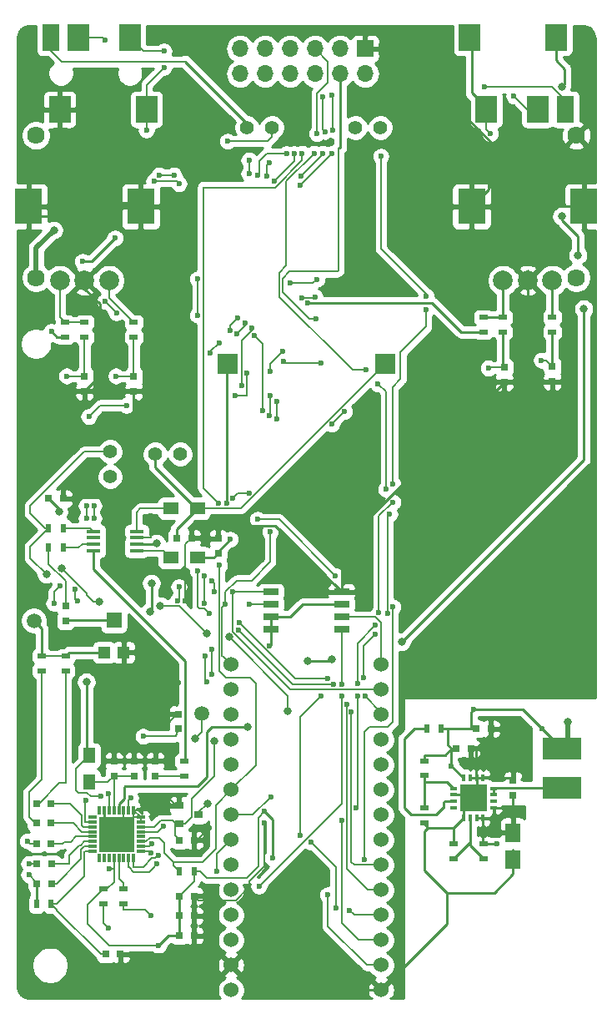
<source format=gtl>
G04 #@! TF.GenerationSoftware,KiCad,Pcbnew,(5.1.2)-2*
G04 #@! TF.CreationDate,2019-11-23T11:04:55-05:00*
G04 #@! TF.ProjectId,tdm_mainboard,74646d5f-6d61-4696-9e62-6f6172642e6b,rev?*
G04 #@! TF.SameCoordinates,Original*
G04 #@! TF.FileFunction,Copper,L1,Top*
G04 #@! TF.FilePolarity,Positive*
%FSLAX46Y46*%
G04 Gerber Fmt 4.6, Leading zero omitted, Abs format (unit mm)*
G04 Created by KiCad (PCBNEW (5.1.2)-2) date 2019-11-23 11:04:55*
%MOMM*%
%LPD*%
G04 APERTURE LIST*
%ADD10C,1.400000*%
%ADD11C,1.500000*%
%ADD12R,1.200000X1.200000*%
%ADD13R,1.600000X1.500000*%
%ADD14R,3.600000X3.600000*%
%ADD15R,0.850000X0.300000*%
%ADD16R,0.300000X0.850000*%
%ADD17R,0.900000X0.800000*%
%ADD18R,0.800000X0.350000*%
%ADD19R,0.350000X0.800000*%
%ADD20R,2.800000X2.800000*%
%ADD21R,1.500000X1.950000*%
%ADD22R,0.800000X0.750000*%
%ADD23R,0.750000X0.800000*%
%ADD24C,1.524000*%
%ADD25C,1.785000*%
%ADD26R,0.900000X0.500000*%
%ADD27R,0.500000X0.900000*%
%ADD28O,1.700000X1.700000*%
%ADD29R,1.700000X1.700000*%
%ADD30R,1.650000X0.650000*%
%ADD31R,2.800000X3.600000*%
%ADD32C,2.000000*%
%ADD33R,1.300000X1.500000*%
%ADD34R,1.500000X1.300000*%
%ADD35R,2.200000X2.700000*%
%ADD36R,1.800000X2.700000*%
%ADD37R,4.000000X2.300000*%
%ADD38R,2.000000X2.000000*%
%ADD39R,1.400000X0.450000*%
%ADD40C,0.600000*%
%ADD41C,0.800000*%
%ADD42C,0.127000*%
%ADD43C,0.250000*%
%ADD44C,0.500000*%
%ADD45C,0.254000*%
G04 APERTURE END LIST*
D10*
X30099000Y-63881000D03*
X30099000Y-66421000D03*
D11*
X39370000Y-90424000D03*
X22352000Y-81026000D03*
D10*
X37211000Y-64135000D03*
X34671000Y-64135000D03*
D12*
X31480000Y-84250000D03*
D13*
X30480000Y-81000000D03*
D12*
X29480000Y-84250000D03*
D14*
X30737000Y-102682000D03*
D15*
X33187000Y-100932000D03*
X33187000Y-101432000D03*
X33187000Y-101932000D03*
X33187000Y-102432000D03*
X33187000Y-102932000D03*
X33187000Y-103432000D03*
X33187000Y-103932000D03*
X33187000Y-104432000D03*
D16*
X32487000Y-105132000D03*
X31987000Y-105132000D03*
X31487000Y-105132000D03*
X30987000Y-105132000D03*
X30487000Y-105132000D03*
X29987000Y-105132000D03*
X29487000Y-105132000D03*
X28987000Y-105132000D03*
D15*
X28287000Y-104432000D03*
X28287000Y-103932000D03*
X28287000Y-103432000D03*
X28287000Y-102932000D03*
X28287000Y-102432000D03*
X28287000Y-101932000D03*
X28287000Y-101432000D03*
X28287000Y-100932000D03*
D16*
X28987000Y-100232000D03*
X29487000Y-100232000D03*
X29987000Y-100232000D03*
X30487000Y-100232000D03*
X30987000Y-100232000D03*
X31487000Y-100232000D03*
X31987000Y-100232000D03*
X32487000Y-100232000D03*
D17*
X37100000Y-99761000D03*
X37100000Y-101661000D03*
X39100000Y-100711000D03*
D18*
X69000000Y-99975000D03*
X69000000Y-99325000D03*
X69000000Y-98675000D03*
X69000000Y-98025000D03*
D19*
X67975000Y-97000000D03*
X67325000Y-97000000D03*
X66675000Y-97000000D03*
X66025000Y-97000000D03*
D18*
X65000000Y-98025000D03*
X65000000Y-98675000D03*
X65000000Y-99325000D03*
X65000000Y-99975000D03*
D19*
X66025000Y-101000000D03*
X66675000Y-101000000D03*
X67325000Y-101000000D03*
X67975000Y-101000000D03*
D20*
X67000000Y-99000000D03*
D21*
X70993000Y-102511000D03*
X70993000Y-105261000D03*
D22*
X38614001Y-110968000D03*
X37114001Y-110968000D03*
X38614000Y-112968000D03*
X37114000Y-112968000D03*
X38614000Y-108968000D03*
X37114000Y-108968000D03*
D23*
X37000000Y-90500000D03*
X37000000Y-92000000D03*
D22*
X38643000Y-103298000D03*
X37143000Y-103298000D03*
D23*
X32527000Y-95261000D03*
X32527000Y-96761000D03*
X30495000Y-95261000D03*
X30495000Y-96761000D03*
D22*
X31150000Y-114855000D03*
X29650000Y-114855000D03*
X22665000Y-107682000D03*
X24165000Y-107682000D03*
X22618000Y-103632000D03*
X24118000Y-103632000D03*
X22618000Y-101555000D03*
X24118000Y-101555000D03*
X22618000Y-99555000D03*
X24118000Y-99555000D03*
D24*
X57620000Y-118510000D03*
X57620000Y-115970000D03*
X42380000Y-118510000D03*
X42380000Y-115970000D03*
X42380000Y-113430000D03*
X42380000Y-110890000D03*
X42380000Y-108350000D03*
X42380000Y-105810000D03*
X42380000Y-103270000D03*
X42380000Y-100730000D03*
X42380000Y-98190000D03*
X42380000Y-95650000D03*
X42380000Y-93110000D03*
X42380000Y-90570000D03*
X42380000Y-88030000D03*
X42380000Y-85490000D03*
X57620000Y-85490000D03*
X57620000Y-88030000D03*
X57620000Y-90570000D03*
X57620000Y-93110000D03*
X57620000Y-95650000D03*
X57620000Y-98190000D03*
X57620000Y-100730000D03*
X57620000Y-103270000D03*
X57620000Y-105810000D03*
X57620000Y-108350000D03*
X57620000Y-110890000D03*
X57620000Y-113430000D03*
D25*
X22570000Y-46210000D03*
X22570000Y-31790000D03*
X77430000Y-31790000D03*
X77430000Y-46210000D03*
D26*
X25500000Y-50750000D03*
X25500000Y-52250000D03*
X68000000Y-50250000D03*
X68000000Y-51750000D03*
X32500000Y-50750000D03*
X32500000Y-52250000D03*
X75000000Y-50240000D03*
X75000000Y-51740000D03*
X27500000Y-50750000D03*
X27500000Y-52250000D03*
X70000000Y-50250000D03*
X70000000Y-51750000D03*
X65000000Y-103644000D03*
X65000000Y-105144000D03*
X68000000Y-105144000D03*
X68000000Y-103644000D03*
D27*
X63750000Y-92000000D03*
X62250000Y-92000000D03*
D26*
X62000000Y-101500000D03*
X62000000Y-100000000D03*
X62000000Y-96750000D03*
X62000000Y-95250000D03*
X25574000Y-84641000D03*
X25574000Y-86141000D03*
X23142000Y-84615000D03*
X23142000Y-86115000D03*
D27*
X22618000Y-109775000D03*
X24118000Y-109775000D03*
D26*
X31416000Y-108263000D03*
X31416000Y-109763000D03*
D27*
X38643000Y-106473000D03*
X37143000Y-106473000D03*
D26*
X37607000Y-95261000D03*
X37607000Y-96761000D03*
D27*
X25353000Y-73635000D03*
X23853000Y-73635000D03*
X25353000Y-71635000D03*
X23853000Y-71635000D03*
D26*
X29384000Y-108263000D03*
X29384000Y-109763000D03*
D23*
X32500000Y-56250000D03*
X32500000Y-57750000D03*
X75000000Y-55250000D03*
X75000000Y-56750000D03*
X27500000Y-56250000D03*
X27500000Y-57750000D03*
X70120000Y-55320000D03*
X70120000Y-56820000D03*
X71000000Y-97250000D03*
X71000000Y-98750000D03*
D22*
X66750000Y-94000000D03*
X65250000Y-94000000D03*
X68750000Y-92000000D03*
X67250000Y-92000000D03*
X22665000Y-105682000D03*
X24165000Y-105682000D03*
D23*
X41068000Y-72703000D03*
X41068000Y-74203000D03*
D22*
X38353000Y-72635000D03*
X36853000Y-72635000D03*
X25353000Y-68635000D03*
X23853000Y-68635000D03*
D23*
X34686000Y-95261000D03*
X34686000Y-96761000D03*
X25574000Y-81061000D03*
X25574000Y-79561000D03*
D28*
X43300000Y-25540000D03*
X43300000Y-23000000D03*
X45840000Y-25540000D03*
X45840000Y-23000000D03*
X48380000Y-25540000D03*
X48380000Y-23000000D03*
X50920000Y-25540000D03*
X50920000Y-23000000D03*
X53460000Y-25540000D03*
X53460000Y-23000000D03*
X56000000Y-25540000D03*
D29*
X56000000Y-23000000D03*
D10*
X55000000Y-31000000D03*
X57540000Y-31000000D03*
X44000000Y-31000000D03*
X46540000Y-31000000D03*
D30*
X46400000Y-81905000D03*
X46400000Y-80635000D03*
X46400000Y-79365000D03*
X46400000Y-78095000D03*
X53600000Y-78095000D03*
X53600000Y-79365000D03*
X53600000Y-80635000D03*
X53600000Y-81905000D03*
D31*
X21800000Y-39000000D03*
X33200000Y-39000000D03*
D32*
X25000000Y-46500000D03*
X27500000Y-46500000D03*
X30000000Y-46500000D03*
D31*
X66800000Y-39000000D03*
X78200000Y-39000000D03*
D32*
X70000000Y-46500000D03*
X72500000Y-46500000D03*
X75000000Y-46500000D03*
D33*
X27955000Y-94692999D03*
X27955000Y-97392999D03*
D34*
X36253000Y-69635000D03*
X38953000Y-69635000D03*
X36253000Y-74635000D03*
X38953000Y-74635000D03*
D35*
X26900000Y-21850000D03*
X32100000Y-21850000D03*
X25000000Y-29150000D03*
X33800000Y-29150000D03*
D36*
X24100000Y-21850000D03*
D35*
X73500000Y-29150000D03*
X68300000Y-29150000D03*
X75400000Y-21850000D03*
X66600000Y-21850000D03*
D36*
X76300000Y-29150000D03*
D37*
X76000000Y-98000000D03*
X76000000Y-94000000D03*
D38*
X58000000Y-55000000D03*
X42000000Y-55000000D03*
D39*
X32803000Y-71970000D03*
X32803000Y-72620000D03*
X32803000Y-73270000D03*
X32803000Y-73920000D03*
X28403000Y-73920000D03*
X28403000Y-73270000D03*
X28403000Y-72620000D03*
X28403000Y-71970000D03*
D40*
X35000000Y-114000000D03*
X30019000Y-106219000D03*
X29130000Y-98853000D03*
X45767000Y-100377000D03*
X30600000Y-42200000D03*
X24130000Y-51689000D03*
X27305000Y-44577000D03*
X46600000Y-105100000D03*
X46300000Y-83600000D03*
X50200000Y-48800000D03*
D41*
X40005000Y-99568000D03*
D40*
X35734000Y-98726000D03*
X36115000Y-94662000D03*
X45767000Y-101520000D03*
X40179000Y-102028000D03*
X32051000Y-69262000D03*
X34210000Y-70405000D03*
X38989000Y-71247000D03*
X35900000Y-91500000D03*
X37000000Y-87300000D03*
X37700000Y-79000000D03*
X70000000Y-33700000D03*
X68500000Y-35100000D03*
D41*
X34798000Y-73152000D03*
X24892000Y-69977000D03*
X27686000Y-87249000D03*
X34290000Y-77216000D03*
X34163000Y-80092510D03*
D40*
X27606000Y-99234000D03*
X33448000Y-92757000D03*
D41*
X40640000Y-93218000D03*
X38735000Y-92964000D03*
D40*
X42291000Y-72771000D03*
X41910000Y-69088000D03*
X21844000Y-106807000D03*
X36957000Y-78994000D03*
X37084000Y-77597000D03*
X46990000Y-60579000D03*
X46990000Y-58801000D03*
X36576000Y-35814000D03*
X35052000Y-35814000D03*
X21844000Y-105664000D03*
X28448000Y-70612000D03*
X28448000Y-69342000D03*
X30734000Y-49784000D03*
X29591000Y-48641000D03*
X29591000Y-22098000D03*
X26577157Y-77816843D03*
X26785888Y-79051866D03*
X21717000Y-103378000D03*
X24384000Y-79248000D03*
X25019000Y-77470000D03*
X27686000Y-70612000D03*
X27686000Y-69342000D03*
X27940000Y-60325000D03*
X31750000Y-59182000D03*
X38989000Y-50038000D03*
X38989000Y-46355000D03*
X37084000Y-36703000D03*
X34544000Y-36449000D03*
X33782000Y-31242000D03*
X35560000Y-24892000D03*
X35560000Y-23241000D03*
X69389000Y-103679000D03*
X68500000Y-55400000D03*
X54100000Y-89500000D03*
X52800000Y-87500000D03*
X43100000Y-82000000D03*
X25700000Y-56200000D03*
X73900000Y-54600000D03*
X54600000Y-90300000D03*
X52200000Y-86900000D03*
X43200000Y-81200000D03*
X30700000Y-56200000D03*
X35480000Y-101901000D03*
X29892000Y-112188000D03*
X46400000Y-98900000D03*
X51000000Y-50400000D03*
X49600000Y-33600000D03*
X41100000Y-69100000D03*
X41200000Y-75400000D03*
X34210000Y-110918000D03*
X34337000Y-103679000D03*
X34210000Y-104568000D03*
X34972000Y-104822000D03*
X34845000Y-105711000D03*
X40941000Y-106473000D03*
X29892000Y-98599000D03*
X48400000Y-46800000D03*
X51100000Y-46400000D03*
X71100000Y-27800000D03*
D41*
X44069000Y-91821000D03*
X50165000Y-85090000D03*
X52578000Y-84963000D03*
X59690000Y-83185000D03*
X77597000Y-43942000D03*
X75946000Y-40005000D03*
X75946000Y-26822174D03*
X78207010Y-49403000D03*
D40*
X32178000Y-98980000D03*
X49600000Y-48300000D03*
X50900000Y-48200000D03*
X68700000Y-31600000D03*
X46228000Y-34544000D03*
X45974000Y-35941000D03*
X44450000Y-51308000D03*
X43434000Y-57150000D03*
X39624000Y-76454000D03*
X39624000Y-79248000D03*
X39751000Y-84582000D03*
X39878000Y-87249000D03*
X40386000Y-86487000D03*
X40386000Y-83947000D03*
X40132000Y-80264000D03*
X38989000Y-75946000D03*
X42799000Y-58166000D03*
X43942000Y-55880000D03*
X42926000Y-51943000D03*
X43815000Y-50800000D03*
X45085000Y-35814000D03*
X48006000Y-33655000D03*
X44196000Y-79375000D03*
X41783000Y-79375000D03*
X46355000Y-72009000D03*
X46228000Y-60198000D03*
X46355000Y-58166000D03*
X46355000Y-55753000D03*
X47625000Y-53721000D03*
X49403000Y-36830000D03*
X52578000Y-33655000D03*
X52705000Y-31242000D03*
X52578000Y-27686000D03*
X48768000Y-33655000D03*
X46736000Y-36449000D03*
X44704000Y-52070000D03*
X45593000Y-59690000D03*
X40386000Y-76962000D03*
X40640000Y-78105000D03*
X42555000Y-78095000D03*
X56000000Y-88700000D03*
X55800000Y-86800000D03*
X57000000Y-82400000D03*
X58300000Y-80300000D03*
X58500000Y-70200000D03*
X58100000Y-67700000D03*
X57300000Y-57000000D03*
X56100000Y-55600000D03*
X50800000Y-33600000D03*
X51100000Y-31600000D03*
X68100000Y-26900000D03*
X67000000Y-90000000D03*
X73978000Y-91978000D03*
X64750000Y-95750000D03*
D41*
X76581000Y-91313000D03*
D40*
X53594000Y-87503000D03*
X53594000Y-88646000D03*
X45212000Y-107950000D03*
X42037000Y-32385000D03*
X44196000Y-34290000D03*
X44196000Y-35687000D03*
X43053000Y-50292000D03*
X42291000Y-51562000D03*
X41148000Y-52832000D03*
X40259000Y-53848000D03*
X42545000Y-68580000D03*
X44196000Y-68072000D03*
X45085000Y-70739000D03*
X52959000Y-76454000D03*
X58801000Y-79629000D03*
X55880000Y-105283000D03*
X52197000Y-108839000D03*
X53600000Y-101300000D03*
X55100000Y-100000000D03*
X55200000Y-88700000D03*
X55200000Y-87400000D03*
X57000000Y-81500000D03*
X57400000Y-80200000D03*
X58800000Y-69000000D03*
X58800000Y-67200000D03*
X62200000Y-49500000D03*
X62200000Y-48100000D03*
X57600000Y-33900000D03*
X54400000Y-110400000D03*
X53000000Y-110200000D03*
X50500000Y-103500000D03*
X49400000Y-102800000D03*
X51500000Y-88700000D03*
X52600000Y-61100000D03*
X53900000Y-59800000D03*
X51500000Y-54900000D03*
X47700000Y-54700000D03*
X49500000Y-35900000D03*
X51700000Y-33600000D03*
X51900000Y-31400000D03*
X51700000Y-27900000D03*
D41*
X24384000Y-41402000D03*
X48133000Y-90170000D03*
X42164000Y-82677000D03*
X39878000Y-82296000D03*
X35179000Y-79502000D03*
X28956000Y-79121000D03*
X25146000Y-75692000D03*
X23622000Y-76327000D03*
D42*
X29130000Y-98853000D02*
X28114000Y-98853000D01*
X28114000Y-98853000D02*
X27733000Y-98472000D01*
X27733000Y-98472000D02*
X26844000Y-98472000D01*
X26844000Y-98472000D02*
X26590000Y-98218000D01*
X26590000Y-96057999D02*
X27955000Y-94692999D01*
X26590000Y-98218000D02*
X26590000Y-96057999D01*
X45767000Y-100377000D02*
X45132000Y-101012000D01*
X45132000Y-101012000D02*
X45132000Y-105965000D01*
X45132000Y-105965000D02*
X43989000Y-107108000D01*
X43989000Y-107108000D02*
X39878000Y-107108000D01*
D43*
X37114000Y-110967999D02*
X37114001Y-110968000D01*
X37114000Y-108968000D02*
X37114000Y-110967999D01*
X37114001Y-112967999D02*
X37114000Y-112968000D01*
X37114001Y-110968000D02*
X37114001Y-112967999D01*
X36032000Y-112968000D02*
X35000000Y-114000000D01*
X37114000Y-112968000D02*
X36032000Y-112968000D01*
D42*
X35000000Y-114000000D02*
X30053000Y-114000000D01*
X30053000Y-114000000D02*
X27813000Y-111760000D01*
X27813000Y-109834000D02*
X29384000Y-108263000D01*
X27813000Y-111760000D02*
X27813000Y-109834000D01*
X29384000Y-108263000D02*
X29786000Y-108263000D01*
X29786000Y-108263000D02*
X30487000Y-107562000D01*
X30059000Y-106179000D02*
X30019000Y-106219000D01*
X30487000Y-106179000D02*
X30059000Y-106179000D01*
X30487000Y-106179000D02*
X30487000Y-105132000D01*
X30487000Y-107562000D02*
X30487000Y-106179000D01*
X30607000Y-42193000D02*
X30600000Y-42200000D01*
D43*
X24130000Y-51689000D02*
X24691000Y-52250000D01*
X24691000Y-52250000D02*
X25500000Y-52250000D01*
X46400000Y-80635000D02*
X48397000Y-80635000D01*
X49667000Y-79365000D02*
X53600000Y-79365000D01*
X48397000Y-80635000D02*
X49667000Y-79365000D01*
X46400000Y-80635000D02*
X46400000Y-81905000D01*
X65750000Y-51750000D02*
X68000000Y-51750000D01*
X62850000Y-48850000D02*
X65750000Y-51750000D01*
X46600000Y-101210000D02*
X45767000Y-100377000D01*
X46600000Y-105100000D02*
X46600000Y-101210000D01*
X46400000Y-83500000D02*
X46400000Y-81905000D01*
X46300000Y-83600000D02*
X46400000Y-83500000D01*
X62800000Y-48800000D02*
X62850000Y-48850000D01*
X50200000Y-48800000D02*
X62800000Y-48800000D01*
D42*
X39243000Y-106473000D02*
X39878000Y-107108000D01*
X38643000Y-106473000D02*
X39243000Y-106473000D01*
X38643000Y-107439000D02*
X37114000Y-108968000D01*
X38643000Y-106473000D02*
X38643000Y-107439000D01*
X39100000Y-100473000D02*
X39100000Y-100711000D01*
X40005000Y-99568000D02*
X39100000Y-100473000D01*
X33187000Y-101432000D02*
X33187000Y-100932000D01*
X32487000Y-100232000D02*
X33187000Y-100932000D01*
X33187000Y-100932000D02*
X32487000Y-100932000D01*
X32487000Y-100932000D02*
X30737000Y-102682000D01*
X32487000Y-100232000D02*
X32487000Y-100932000D01*
X31487000Y-101932000D02*
X30737000Y-102682000D01*
X31487000Y-100232000D02*
X31487000Y-101932000D01*
X32487000Y-100232000D02*
X34228000Y-100232000D01*
X31650000Y-114855000D02*
X37639000Y-114855000D01*
X34210000Y-70405000D02*
X34210000Y-72564000D01*
X34154000Y-72620000D02*
X32803000Y-72620000D01*
X34210000Y-72564000D02*
X34154000Y-72620000D01*
D43*
X65000000Y-102025000D02*
X66025000Y-101000000D01*
X65000000Y-103650000D02*
X65000000Y-102025000D01*
X62325000Y-102025000D02*
X62000000Y-102350000D01*
X65000000Y-102025000D02*
X62325000Y-102025000D01*
X67250000Y-96925000D02*
X67325000Y-97000000D01*
X67250000Y-94000000D02*
X67250000Y-96925000D01*
X66675000Y-97000000D02*
X67325000Y-97000000D01*
X67325000Y-97000000D02*
X67975000Y-97000000D01*
X67975000Y-97000000D02*
X70750000Y-97000000D01*
X67325000Y-98675000D02*
X67000000Y-99000000D01*
X67325000Y-97000000D02*
X67325000Y-98675000D01*
X66675000Y-98675000D02*
X67000000Y-99000000D01*
X65000000Y-98675000D02*
X66675000Y-98675000D01*
X66025000Y-99975000D02*
X67000000Y-99000000D01*
X66025000Y-101000000D02*
X66025000Y-99975000D01*
X67250000Y-94000000D02*
X69250000Y-92000000D01*
X71000000Y-104250000D02*
X71000000Y-106386000D01*
X62000000Y-106323000D02*
X62000000Y-102350000D01*
X64309000Y-108632000D02*
X62000000Y-106323000D01*
X67250000Y-94000000D02*
X66750000Y-94000000D01*
X69250000Y-92000000D02*
X68750000Y-92000000D01*
X62325000Y-102025000D02*
X62325000Y-101949000D01*
X62000000Y-101624000D02*
X62000000Y-101500000D01*
X62325000Y-101949000D02*
X62000000Y-101624000D01*
D42*
X31650000Y-114855000D02*
X31150000Y-114855000D01*
X39040000Y-109394000D02*
X38614000Y-108968000D01*
X44243000Y-107997000D02*
X42846000Y-109394000D01*
X44243000Y-107489000D02*
X44243000Y-107997000D01*
X45767000Y-101520000D02*
X45767000Y-105965000D01*
X45767000Y-105965000D02*
X44243000Y-107489000D01*
X38614000Y-110967999D02*
X38614001Y-110968000D01*
X38614001Y-112967999D02*
X38614000Y-112968000D01*
X42846000Y-109394000D02*
X39040000Y-109394000D01*
X38614000Y-108968000D02*
X38614000Y-110967999D01*
X38614001Y-110968000D02*
X38614001Y-112967999D01*
X38614000Y-113880000D02*
X37639000Y-114855000D01*
X38614000Y-112968000D02*
X38614000Y-113880000D01*
X38614000Y-113880000D02*
X40290000Y-113880000D01*
X40290000Y-113880000D02*
X42380000Y-115970000D01*
D43*
X30495000Y-95261000D02*
X32527000Y-95261000D01*
X32527000Y-95261000D02*
X34686000Y-95261000D01*
X35516000Y-95261000D02*
X36115000Y-94662000D01*
X34686000Y-95261000D02*
X35516000Y-95261000D01*
D42*
X31424000Y-68635000D02*
X32051000Y-69262000D01*
X25353000Y-68635000D02*
X31424000Y-68635000D01*
D43*
X38421000Y-72703000D02*
X38353000Y-72635000D01*
X41068000Y-72703000D02*
X38421000Y-72703000D01*
X38353000Y-72635000D02*
X38353000Y-71883000D01*
X38353000Y-71883000D02*
X38989000Y-71247000D01*
X32500000Y-57750000D02*
X27500000Y-57750000D01*
X32500000Y-68813000D02*
X32051000Y-69262000D01*
X32500000Y-57750000D02*
X32500000Y-68813000D01*
X30227000Y-39000000D02*
X30607000Y-38620000D01*
X28600000Y-39000000D02*
X30227000Y-39000000D01*
X32820000Y-38620000D02*
X33200000Y-39000000D01*
X30607000Y-38620000D02*
X32820000Y-38620000D01*
X26400000Y-39000000D02*
X21800000Y-39000000D01*
X22750000Y-39950000D02*
X21800000Y-39000000D01*
X26400000Y-39950000D02*
X22750000Y-39950000D01*
X26400000Y-45400000D02*
X27500000Y-46500000D01*
X26400000Y-39950000D02*
X26400000Y-45400000D01*
X26400000Y-39000000D02*
X28600000Y-39000000D01*
X27500000Y-46500000D02*
X27500000Y-47312000D01*
X27500000Y-47312000D02*
X29083000Y-48895000D01*
X29083000Y-56167000D02*
X27500000Y-57750000D01*
X29083000Y-48895000D02*
X29083000Y-56167000D01*
X41068000Y-72703000D02*
X41068000Y-71454000D01*
X41068000Y-71454000D02*
X41148000Y-71374000D01*
X46879000Y-71374000D02*
X53600000Y-78095000D01*
X41148000Y-71374000D02*
X46879000Y-71374000D01*
X70190000Y-56750000D02*
X70120000Y-56820000D01*
X72500000Y-56748000D02*
X72498000Y-56750000D01*
X72500000Y-46500000D02*
X72500000Y-56748000D01*
X75000000Y-56750000D02*
X72498000Y-56750000D01*
X72498000Y-56750000D02*
X70190000Y-56750000D01*
X71400000Y-42380000D02*
X71362000Y-42418000D01*
X71400000Y-39950000D02*
X71400000Y-42380000D01*
X71400000Y-39950000D02*
X71400000Y-39000000D01*
X73600000Y-39000000D02*
X71400000Y-39000000D01*
X71400000Y-39000000D02*
X66800000Y-39000000D01*
X73600000Y-39000000D02*
X78200000Y-39000000D01*
X77430000Y-39770000D02*
X78200000Y-39000000D01*
X71362000Y-45362000D02*
X72500000Y-46500000D01*
X71362000Y-42418000D02*
X71362000Y-45362000D01*
X72500000Y-46500000D02*
X72500000Y-45483000D01*
X53600000Y-73340000D02*
X70120000Y-56820000D01*
X53600000Y-78095000D02*
X53600000Y-73340000D01*
D42*
X36900000Y-90500000D02*
X37000000Y-90500000D01*
X35900000Y-91500000D02*
X36900000Y-90500000D01*
X35900000Y-91500000D02*
X35900000Y-88400000D01*
X35900000Y-88400000D02*
X37000000Y-87300000D01*
X37700000Y-73288000D02*
X38353000Y-72635000D01*
X37700000Y-79000000D02*
X37700000Y-73288000D01*
D43*
X56000000Y-23000000D02*
X59300000Y-23000000D01*
X59300000Y-23000000D02*
X70000000Y-33700000D01*
X68500000Y-37300000D02*
X66800000Y-39000000D01*
X68500000Y-35100000D02*
X68500000Y-37300000D01*
X64309000Y-111821000D02*
X57620000Y-118510000D01*
X64309000Y-108632000D02*
X64309000Y-111821000D01*
X44920000Y-118510000D02*
X42380000Y-115970000D01*
X57620000Y-118510000D02*
X44920000Y-118510000D01*
D42*
X34228000Y-100232000D02*
X34972000Y-99488000D01*
X34972000Y-99488000D02*
X35734000Y-98726000D01*
D43*
X70993000Y-106736000D02*
X70993000Y-105886000D01*
X69097000Y-108632000D02*
X70993000Y-106736000D01*
X64309000Y-108632000D02*
X69097000Y-108632000D01*
X29451000Y-101428000D02*
X30297666Y-101428000D01*
X29451000Y-102274667D02*
X29451000Y-101428000D01*
X31144333Y-101428000D02*
X31991000Y-102274667D01*
X31144333Y-102274667D02*
X31144333Y-103121334D01*
X30297666Y-103121334D02*
X31144333Y-103121334D01*
X30297666Y-103952000D02*
X29451000Y-103952000D01*
X31991000Y-103121334D02*
X31991000Y-103952000D01*
X29451000Y-103121334D02*
X29451000Y-103952000D01*
X31118000Y-103952000D02*
X31991000Y-103952000D01*
X29451000Y-103121334D02*
X30297666Y-103121334D01*
X29487000Y-101432000D02*
X30737000Y-102682000D01*
X29487000Y-100232000D02*
X29487000Y-101432000D01*
D42*
X36769000Y-99761000D02*
X37100000Y-99761000D01*
X35734000Y-98726000D02*
X36769000Y-99761000D01*
X38909000Y-103298000D02*
X38643000Y-103298000D01*
X40179000Y-102028000D02*
X38909000Y-103298000D01*
X34686000Y-96761000D02*
X37607000Y-96761000D01*
D43*
X32803000Y-73270000D02*
X34680000Y-73270000D01*
X34680000Y-73270000D02*
X34798000Y-73152000D01*
X24892000Y-69674000D02*
X23853000Y-68635000D01*
X24892000Y-69977000D02*
X24892000Y-69674000D01*
X27686000Y-94423999D02*
X27955000Y-94692999D01*
X27686000Y-87249000D02*
X27686000Y-94423999D01*
X28223000Y-44577000D02*
X30600000Y-42200000D01*
X27305000Y-44577000D02*
X28223000Y-44577000D01*
X34290000Y-77216000D02*
X34290000Y-79965510D01*
X34290000Y-79965510D02*
X34163000Y-80092510D01*
D42*
X25574000Y-76993944D02*
X23853000Y-75272944D01*
X23853000Y-74212000D02*
X23853000Y-73635000D01*
X23853000Y-75272944D02*
X23853000Y-74212000D01*
X25574000Y-79561000D02*
X25574000Y-76993944D01*
X28287000Y-101432000D02*
X27591010Y-101432000D01*
X27591010Y-101432000D02*
X27598499Y-101424511D01*
X27591010Y-101432000D02*
X27591010Y-99248990D01*
X27591010Y-99248990D02*
X27606000Y-99234000D01*
X36743000Y-92757000D02*
X37000000Y-92000000D01*
X33448000Y-92757000D02*
X36743000Y-92757000D01*
X33187000Y-101932000D02*
X34560000Y-101932000D01*
X34560000Y-101932000D02*
X35226000Y-101266000D01*
X36451000Y-101266000D02*
X36689000Y-101504000D01*
X35226000Y-101266000D02*
X36451000Y-101266000D01*
X36689000Y-102844000D02*
X37143000Y-103298000D01*
X36786000Y-101711000D02*
X37465000Y-101711000D01*
X36689000Y-101614000D02*
X36786000Y-101711000D01*
X36689000Y-101504000D02*
X36689000Y-101614000D01*
X36689000Y-101614000D02*
X36689000Y-102844000D01*
X37677000Y-101661000D02*
X38354000Y-100984000D01*
X37100000Y-101661000D02*
X37677000Y-101661000D01*
X38354000Y-100984000D02*
X38354000Y-99060000D01*
X38354000Y-99060000D02*
X40640000Y-96774000D01*
X40640000Y-96774000D02*
X40640000Y-93218000D01*
X39370000Y-92329000D02*
X39370000Y-90424000D01*
X38735000Y-92964000D02*
X39370000Y-92329000D01*
X29863001Y-97392999D02*
X30495000Y-96761000D01*
X27955000Y-97392999D02*
X29863001Y-97392999D01*
X30495000Y-96761000D02*
X32527000Y-96761000D01*
X30495000Y-100224000D02*
X30487000Y-100232000D01*
X30495000Y-96761000D02*
X30495000Y-100224000D01*
X38953000Y-69635000D02*
X38953000Y-70035000D01*
D43*
X36853000Y-71735000D02*
X38953000Y-69635000D01*
X36853000Y-72635000D02*
X36853000Y-71735000D01*
D42*
X43365000Y-69635000D02*
X58000000Y-55000000D01*
X38953000Y-69635000D02*
X43365000Y-69635000D01*
D43*
X34671000Y-65124949D02*
X34671000Y-64135000D01*
X34671000Y-65453000D02*
X34671000Y-65124949D01*
X38853000Y-69635000D02*
X34671000Y-65453000D01*
X38953000Y-69635000D02*
X38853000Y-69635000D01*
D42*
X29150000Y-114855000D02*
X29650000Y-114855000D01*
X27568000Y-104432000D02*
X27500000Y-104500000D01*
X28287000Y-104432000D02*
X27568000Y-104432000D01*
X27500000Y-104500000D02*
X27500000Y-106993000D01*
X27500000Y-106993000D02*
X24718000Y-109775000D01*
X24718000Y-110423000D02*
X29150000Y-114855000D01*
X24718000Y-110375000D02*
X24118000Y-109775000D01*
X24718000Y-110423000D02*
X24718000Y-110375000D01*
X24118000Y-109775000D02*
X24718000Y-109775000D01*
D43*
X40636000Y-74635000D02*
X41068000Y-74203000D01*
X38953000Y-74635000D02*
X40636000Y-74635000D01*
X41068000Y-74203000D02*
X41068000Y-73994000D01*
X41068000Y-73994000D02*
X42291000Y-72771000D01*
X41910000Y-55090000D02*
X42000000Y-55000000D01*
X41910000Y-69088000D02*
X41910000Y-55090000D01*
D42*
X27172990Y-105174010D02*
X24665000Y-107682000D01*
X27172990Y-104272010D02*
X27172990Y-105174010D01*
X28287000Y-103932000D02*
X27513000Y-103932000D01*
X27513000Y-103932000D02*
X27172990Y-104272010D01*
X24665000Y-107682000D02*
X24165000Y-107682000D01*
D43*
X22618000Y-107729000D02*
X22665000Y-107682000D01*
X22618000Y-109775000D02*
X22618000Y-107729000D01*
D42*
X22665000Y-107682000D02*
X22665000Y-107628000D01*
X22665000Y-107628000D02*
X21844000Y-106807000D01*
X36957000Y-78994000D02*
X37084000Y-78867000D01*
X37084000Y-78867000D02*
X37084000Y-77597000D01*
X46990000Y-60579000D02*
X46990000Y-58801000D01*
X36576000Y-35814000D02*
X35052000Y-35814000D01*
X28287000Y-103432000D02*
X27472000Y-103432000D01*
X27472000Y-103432000D02*
X27098000Y-103806000D01*
X25984000Y-105682000D02*
X24665000Y-105682000D01*
X27098000Y-103806000D02*
X27004000Y-103806000D01*
X25984000Y-104826000D02*
X25984000Y-105682000D01*
X27004000Y-103806000D02*
X25984000Y-104826000D01*
X24665000Y-105682000D02*
X24165000Y-105682000D01*
X22665000Y-105682000D02*
X21862000Y-105682000D01*
X21862000Y-105682000D02*
X21844000Y-105664000D01*
X28448000Y-70612000D02*
X28448000Y-69342000D01*
X30734000Y-49784000D02*
X29591000Y-48641000D01*
X29343000Y-21850000D02*
X26900000Y-21850000D01*
X29591000Y-22098000D02*
X29343000Y-21850000D01*
X26577157Y-78843135D02*
X26785888Y-79051866D01*
X26577157Y-77816843D02*
X26577157Y-78843135D01*
X28287000Y-102932000D02*
X26642000Y-102932000D01*
X25426500Y-103458500D02*
X25253000Y-103632000D01*
X26115500Y-103458500D02*
X25426500Y-103458500D01*
X26642000Y-102932000D02*
X26115500Y-103458500D01*
X25253000Y-103632000D02*
X24118000Y-103632000D01*
X22618000Y-103632000D02*
X21971000Y-103632000D01*
X21971000Y-103632000D02*
X21717000Y-103378000D01*
X24384000Y-79248000D02*
X24384000Y-78105000D01*
X24384000Y-78105000D02*
X25019000Y-77470000D01*
X27686000Y-70612000D02*
X27686000Y-69342000D01*
X27940000Y-60325000D02*
X29083000Y-59182000D01*
X29083000Y-59182000D02*
X31750000Y-59182000D01*
X38989000Y-50038000D02*
X38989000Y-46355000D01*
X37084000Y-36703000D02*
X36830000Y-36449000D01*
X36830000Y-36449000D02*
X34544000Y-36449000D01*
X33800000Y-31224000D02*
X33800000Y-29150000D01*
X33782000Y-31242000D02*
X33800000Y-31224000D01*
X33800000Y-29150000D02*
X33800000Y-26652000D01*
X33800000Y-26652000D02*
X35560000Y-24892000D01*
X33491000Y-23241000D02*
X32100000Y-21850000D01*
X35560000Y-23241000D02*
X33491000Y-23241000D01*
X26018999Y-101555000D02*
X26371000Y-101555000D01*
X27248000Y-102432000D02*
X28287000Y-102432000D01*
X26371000Y-101555000D02*
X27248000Y-102432000D01*
X26018999Y-101555000D02*
X24118000Y-101555000D01*
X22434000Y-101555000D02*
X22618000Y-101555000D01*
X21844000Y-100965000D02*
X22434000Y-101555000D01*
X21844000Y-98392000D02*
X21844000Y-100965000D01*
X23142000Y-86115000D02*
X23142000Y-97094000D01*
X23142000Y-97094000D02*
X21844000Y-98392000D01*
X28287000Y-101932000D02*
X27383000Y-101932000D01*
X27383000Y-101932000D02*
X27225000Y-101774000D01*
X27225000Y-100761000D02*
X26019000Y-99555000D01*
X27225000Y-101774000D02*
X27225000Y-100761000D01*
X26019000Y-99555000D02*
X24118000Y-99555000D01*
X22873000Y-99555000D02*
X22618000Y-99555000D01*
X24928000Y-97500000D02*
X22873000Y-99555000D01*
X25574000Y-86141000D02*
X25574000Y-97500000D01*
X25574000Y-97500000D02*
X24928000Y-97500000D01*
D43*
X67975000Y-103625000D02*
X68000000Y-103650000D01*
X67975000Y-101000000D02*
X67975000Y-103625000D01*
X67975000Y-101000000D02*
X69000000Y-101000000D01*
X69000000Y-101000000D02*
X69000000Y-99975000D01*
X67325000Y-101000000D02*
X67975000Y-101000000D01*
X69360000Y-103650000D02*
X69389000Y-103679000D01*
X68000000Y-103650000D02*
X69360000Y-103650000D01*
X69000000Y-99975000D02*
X70967000Y-99975000D01*
X71000000Y-99942000D02*
X71000000Y-98750000D01*
X70967000Y-99975000D02*
X71000000Y-99942000D01*
X70967000Y-102348000D02*
X70993000Y-102374000D01*
X70967000Y-99975000D02*
X70967000Y-102348000D01*
X70000000Y-55200000D02*
X70120000Y-55320000D01*
X70000000Y-51750000D02*
X70000000Y-55200000D01*
D42*
X68580000Y-55320000D02*
X70120000Y-55320000D01*
X68500000Y-55400000D02*
X68580000Y-55320000D01*
X27500000Y-52250000D02*
X27500000Y-56250000D01*
X57620000Y-108350000D02*
X56250000Y-108350000D01*
X56250000Y-108350000D02*
X54100000Y-106200000D01*
X54100000Y-106200000D02*
X54100000Y-89500000D01*
X52800000Y-87500000D02*
X48600000Y-87500000D01*
X48600000Y-87500000D02*
X43100000Y-82000000D01*
X25750000Y-56250000D02*
X27500000Y-56250000D01*
X25700000Y-56200000D02*
X25750000Y-56250000D01*
D43*
X75000000Y-51740000D02*
X75000000Y-55250000D01*
D42*
X74350000Y-54600000D02*
X75000000Y-55250000D01*
X73900000Y-54600000D02*
X74350000Y-54600000D01*
X32500000Y-52250000D02*
X32500000Y-56250000D01*
X57620000Y-105810000D02*
X54910000Y-105810000D01*
X54910000Y-105810000D02*
X54600000Y-105500000D01*
X54600000Y-105500000D02*
X54600000Y-90300000D01*
X52200000Y-86900000D02*
X48900000Y-86900000D01*
X48900000Y-86900000D02*
X43200000Y-81200000D01*
X30750000Y-56250000D02*
X32500000Y-56250000D01*
X30700000Y-56200000D02*
X30750000Y-56250000D01*
X33187000Y-102432000D02*
X34949000Y-102432000D01*
X34949000Y-102432000D02*
X35480000Y-101901000D01*
X29384000Y-110363000D02*
X29384000Y-111680000D01*
X29384000Y-111680000D02*
X29892000Y-112188000D01*
X29384000Y-110363000D02*
X29384000Y-109763000D01*
D43*
X53460000Y-32973000D02*
X53487000Y-33000000D01*
X53460000Y-25540000D02*
X53460000Y-32973000D01*
D42*
X42380000Y-100730000D02*
X44570000Y-100730000D01*
X44570000Y-100730000D02*
X46400000Y-98900000D01*
X51000000Y-50400000D02*
X50300000Y-50400000D01*
X50300000Y-50400000D02*
X47600000Y-47700000D01*
X47600000Y-47700000D02*
X47600000Y-46300000D01*
X47600000Y-46300000D02*
X48300000Y-45600000D01*
X53300000Y-45500000D02*
X53300000Y-33000000D01*
D43*
X53487000Y-33000000D02*
X53300000Y-33000000D01*
D42*
X53200000Y-45600000D02*
X53300000Y-45500000D01*
X48300000Y-45600000D02*
X53200000Y-45600000D01*
X28068000Y-71635000D02*
X28403000Y-71970000D01*
X25353000Y-71635000D02*
X28068000Y-71635000D01*
X27281000Y-73270000D02*
X28403000Y-73270000D01*
X25353000Y-73635000D02*
X26916000Y-73635000D01*
X26916000Y-73635000D02*
X27281000Y-73270000D01*
D43*
X28403000Y-73920000D02*
X28403000Y-75774000D01*
X28403000Y-75774000D02*
X37719000Y-85090000D01*
X37719000Y-95149000D02*
X37607000Y-95261000D01*
X37719000Y-85090000D02*
X37719000Y-95149000D01*
D42*
X33750018Y-103432000D02*
X34138018Y-103044000D01*
X33187000Y-103432000D02*
X33750018Y-103432000D01*
X34138018Y-103044000D02*
X35121499Y-103044000D01*
X35121499Y-103044000D02*
X35607000Y-103529501D01*
X35607000Y-103529501D02*
X35607000Y-104568000D01*
X35607000Y-104568000D02*
X36543000Y-105504000D01*
X36543000Y-105504000D02*
X39497000Y-105504000D01*
X39497000Y-105504000D02*
X40814000Y-104187000D01*
X40814000Y-99756000D02*
X42380000Y-98190000D01*
X40814000Y-104187000D02*
X40814000Y-99756000D01*
X39550000Y-67550000D02*
X41100000Y-69100000D01*
X49600000Y-33600000D02*
X49600000Y-34347000D01*
X49600000Y-34347000D02*
X46863000Y-37084000D01*
X39603000Y-37084000D02*
X39550000Y-37031000D01*
X46863000Y-37084000D02*
X39603000Y-37084000D01*
X39550000Y-37031000D02*
X39550000Y-67550000D01*
X36543000Y-105873000D02*
X37143000Y-106473000D01*
X36543000Y-105504000D02*
X36543000Y-105873000D01*
X44900000Y-95670000D02*
X42380000Y-98190000D01*
X44900000Y-87400000D02*
X44900000Y-95670000D01*
X44300000Y-86800000D02*
X44900000Y-87400000D01*
X41900000Y-86800000D02*
X44300000Y-86800000D01*
X41200000Y-75400000D02*
X41200000Y-86100000D01*
X41200000Y-86100000D02*
X41900000Y-86800000D01*
X30987000Y-107234000D02*
X31416000Y-107663000D01*
X30987000Y-105132000D02*
X30987000Y-107234000D01*
X31416000Y-107663000D02*
X31416000Y-108263000D01*
X31416000Y-110363000D02*
X33655000Y-110363000D01*
X33655000Y-110363000D02*
X34210000Y-110918000D01*
X31416000Y-110363000D02*
X31416000Y-109763000D01*
X23142000Y-84615000D02*
X25574000Y-84641000D01*
D43*
X25965000Y-84250000D02*
X25574000Y-84641000D01*
X29480000Y-84250000D02*
X25965000Y-84250000D01*
X23142000Y-81816000D02*
X22352000Y-81026000D01*
X23142000Y-84615000D02*
X23142000Y-81816000D01*
X62000000Y-99650000D02*
X62000000Y-97350000D01*
X64325000Y-97350000D02*
X65000000Y-98025000D01*
X62000000Y-97350000D02*
X64325000Y-97350000D01*
X62000000Y-97350000D02*
X62000000Y-96750000D01*
X62000000Y-100000000D02*
X62000000Y-99650000D01*
X61650000Y-92000000D02*
X61000000Y-92000000D01*
X61000000Y-92000000D02*
X60000000Y-93000000D01*
X60000000Y-93000000D02*
X60000000Y-100000000D01*
X64000000Y-100000000D02*
X64000000Y-99433000D01*
X64108000Y-99325000D02*
X65000000Y-99325000D01*
X64000000Y-99433000D02*
X64108000Y-99325000D01*
X61650000Y-92000000D02*
X62250000Y-92000000D01*
X64000000Y-100000000D02*
X63900000Y-100000000D01*
X63900000Y-100000000D02*
X63200000Y-100700000D01*
X60700000Y-100700000D02*
X60000000Y-100000000D01*
X63200000Y-100700000D02*
X60700000Y-100700000D01*
X66675000Y-103469000D02*
X65000000Y-105144000D01*
X66675000Y-101000000D02*
X66675000Y-103469000D01*
X66675000Y-103819000D02*
X68000000Y-105144000D01*
X66675000Y-103469000D02*
X66675000Y-103819000D01*
D42*
X32803000Y-71970000D02*
X32803000Y-70014000D01*
X33182000Y-69635000D02*
X36253000Y-69635000D01*
X32803000Y-70014000D02*
X33182000Y-69635000D01*
X35538000Y-73920000D02*
X36253000Y-74635000D01*
X32803000Y-73920000D02*
X35538000Y-73920000D01*
X33187000Y-103932000D02*
X33957000Y-103932000D01*
X33957000Y-103932000D02*
X34084000Y-103932000D01*
X34084000Y-103932000D02*
X34337000Y-103679000D01*
X33187000Y-104432000D02*
X34074000Y-104432000D01*
X34074000Y-104432000D02*
X34210000Y-104568000D01*
X34662000Y-105132000D02*
X34972000Y-104822000D01*
X32487000Y-105132000D02*
X32487000Y-105987000D01*
X32487000Y-105987000D02*
X32500000Y-106000000D01*
X33500000Y-106000000D02*
X34368000Y-105132000D01*
X32500000Y-106000000D02*
X33500000Y-106000000D01*
X34368000Y-105132000D02*
X34662000Y-105132000D01*
X31987000Y-105132000D02*
X31987000Y-106028000D01*
X34464000Y-106092000D02*
X34845000Y-105711000D01*
X40941000Y-104709000D02*
X42380000Y-103270000D01*
X40941000Y-106473000D02*
X40941000Y-104709000D01*
X31987000Y-106028000D02*
X32028000Y-106028000D01*
X32028000Y-106028000D02*
X32500000Y-106500000D01*
X34056000Y-106500000D02*
X34464000Y-106092000D01*
X32500000Y-106500000D02*
X34056000Y-106500000D01*
X29987000Y-100232000D02*
X29987000Y-98694000D01*
X29987000Y-98694000D02*
X29892000Y-98599000D01*
X48400000Y-46800000D02*
X50700000Y-46800000D01*
X50700000Y-46800000D02*
X51100000Y-46400000D01*
X72450000Y-29150000D02*
X73500000Y-29150000D01*
X71100000Y-27800000D02*
X72450000Y-29150000D01*
D43*
X30987000Y-99557000D02*
X30987000Y-100232000D01*
X39878000Y-96901000D02*
X38989000Y-97790000D01*
X38989000Y-97790000D02*
X31623000Y-97790000D01*
X31623000Y-97790000D02*
X31496000Y-97917000D01*
X31496000Y-97917000D02*
X31496000Y-99048000D01*
X31496000Y-99048000D02*
X30987000Y-99557000D01*
X39878000Y-96901000D02*
X39878000Y-92329000D01*
X39878000Y-92329000D02*
X40386000Y-91821000D01*
X40386000Y-91821000D02*
X44069000Y-91821000D01*
X50165000Y-85090000D02*
X52451000Y-85090000D01*
X52451000Y-85090000D02*
X52578000Y-84963000D01*
X75946000Y-40370079D02*
X75946000Y-40005000D01*
X77597000Y-43942000D02*
X77597000Y-42021079D01*
X77597000Y-42021079D02*
X75946000Y-40370079D01*
X76252001Y-26516173D02*
X75946000Y-26822174D01*
X76252001Y-25043039D02*
X76252001Y-26516173D01*
X75400000Y-24191038D02*
X76252001Y-25043039D01*
X75400000Y-21850000D02*
X75400000Y-24191038D01*
X78207010Y-49968685D02*
X78207010Y-49403000D01*
X78207010Y-64667990D02*
X78207010Y-49968685D01*
X59690000Y-83185000D02*
X78207010Y-64667990D01*
D42*
X31987000Y-100232000D02*
X31987000Y-99171000D01*
X31987000Y-99171000D02*
X32178000Y-98980000D01*
D43*
X66800000Y-27450000D02*
X68500000Y-29150000D01*
X66800000Y-21850000D02*
X66800000Y-27450000D01*
D42*
X49600000Y-48300000D02*
X50800000Y-48300000D01*
X50800000Y-48300000D02*
X50900000Y-48200000D01*
X68300000Y-31200000D02*
X68300000Y-29150000D01*
X68700000Y-31600000D02*
X68300000Y-31200000D01*
D43*
X69025000Y-98000000D02*
X69000000Y-98025000D01*
X76000000Y-98000000D02*
X69025000Y-98000000D01*
X69000000Y-98025000D02*
X69000000Y-98675000D01*
D42*
X46228000Y-34544000D02*
X45974000Y-34798000D01*
X45974000Y-34798000D02*
X45974000Y-35941000D01*
X44450000Y-51308000D02*
X44450000Y-51562000D01*
X44450000Y-51562000D02*
X43434000Y-52578000D01*
X43434000Y-52578000D02*
X43434000Y-57150000D01*
X39624000Y-76454000D02*
X39624000Y-79248000D01*
X39751000Y-84582000D02*
X39751000Y-87122000D01*
X39751000Y-87122000D02*
X39878000Y-87249000D01*
X40386000Y-86487000D02*
X40386000Y-83947000D01*
X40132000Y-80264000D02*
X39624000Y-79756000D01*
X39624000Y-79756000D02*
X39116000Y-79756000D01*
X39116000Y-79756000D02*
X38989000Y-79629000D01*
X38989000Y-79629000D02*
X38989000Y-75946000D01*
X42799000Y-58166000D02*
X43942000Y-58166000D01*
X43942000Y-58166000D02*
X43942000Y-55880000D01*
X42926000Y-51943000D02*
X43815000Y-51054000D01*
X43815000Y-51054000D02*
X43815000Y-50800000D01*
X45085000Y-35814000D02*
X45212000Y-35687000D01*
X45212000Y-35687000D02*
X45212000Y-34417000D01*
X45212000Y-34417000D02*
X45974000Y-33655000D01*
X45974000Y-33655000D02*
X48006000Y-33655000D01*
X46400000Y-79365000D02*
X44206000Y-79365000D01*
X44206000Y-79365000D02*
X44196000Y-79375000D01*
X41783000Y-79375000D02*
X41783000Y-78105000D01*
X41783000Y-78105000D02*
X42926000Y-76962000D01*
X42926000Y-76962000D02*
X44450000Y-76962000D01*
X44450000Y-76962000D02*
X46355000Y-75057000D01*
X46355000Y-75057000D02*
X46355000Y-72009000D01*
X46228000Y-60198000D02*
X46355000Y-60071000D01*
X46355000Y-60071000D02*
X46355000Y-58166000D01*
X46355000Y-55753000D02*
X46355000Y-54991000D01*
X46355000Y-54991000D02*
X47625000Y-53721000D01*
X49403000Y-36830000D02*
X52578000Y-33655000D01*
X52705000Y-31242000D02*
X52705000Y-27813000D01*
X52705000Y-27813000D02*
X52578000Y-27686000D01*
X41483001Y-84593001D02*
X41618001Y-84728001D01*
X41618001Y-84728001D02*
X42380000Y-85490000D01*
X41483001Y-79674999D02*
X41483001Y-84593001D01*
X41783000Y-79375000D02*
X41483001Y-79674999D01*
X57620000Y-88030000D02*
X48406000Y-88030000D01*
X48406000Y-88030000D02*
X42545000Y-82169000D01*
X42545000Y-82169000D02*
X42545000Y-78105000D01*
X42555000Y-78095000D02*
X46400000Y-78095000D01*
X42545000Y-78105000D02*
X42555000Y-78095000D01*
X48768000Y-33655000D02*
X48768000Y-34417000D01*
X48768000Y-34417000D02*
X46736000Y-36449000D01*
X44704000Y-52070000D02*
X45593000Y-52959000D01*
X45593000Y-52959000D02*
X45593000Y-59690000D01*
X40386000Y-76962000D02*
X40640000Y-77216000D01*
X40640000Y-77216000D02*
X40640000Y-78105000D01*
X57620000Y-90570000D02*
X57620000Y-90320000D01*
X57620000Y-90320000D02*
X56000000Y-88700000D01*
X55800000Y-86800000D02*
X55800000Y-83600000D01*
X55800000Y-83600000D02*
X57000000Y-82400000D01*
X58300000Y-80300000D02*
X58300000Y-70400000D01*
X58300000Y-70400000D02*
X58500000Y-70200000D01*
X58100000Y-67700000D02*
X58100000Y-57800000D01*
X58100000Y-57800000D02*
X57300000Y-57000000D01*
X56100000Y-55600000D02*
X54700000Y-55600000D01*
X54700000Y-55600000D02*
X47300000Y-48200000D01*
X47300000Y-48200000D02*
X47300000Y-45700000D01*
X47300000Y-45700000D02*
X48000000Y-45000000D01*
X48000000Y-45000000D02*
X48000000Y-36400000D01*
X48000000Y-36400000D02*
X50800000Y-33600000D01*
X51100000Y-31600000D02*
X51100000Y-27500000D01*
X51100000Y-27500000D02*
X52200000Y-26400000D01*
X52200000Y-24280000D02*
X50920000Y-23000000D01*
X52200000Y-26400000D02*
X52200000Y-24280000D01*
X30000000Y-48250000D02*
X32500000Y-50750000D01*
X30000000Y-46500000D02*
X30000000Y-48250000D01*
X25000000Y-50250000D02*
X25500000Y-50750000D01*
X25000000Y-46500000D02*
X25000000Y-50250000D01*
X25500000Y-50750000D02*
X27500000Y-50750000D01*
D43*
X75000000Y-46500000D02*
X75000000Y-50240000D01*
X70000000Y-46500000D02*
X70000000Y-50250000D01*
X68000000Y-50250000D02*
X70000000Y-50250000D01*
D42*
X76300000Y-29150000D02*
X76300000Y-28200000D01*
X76300000Y-28200000D02*
X75000000Y-26900000D01*
X75000000Y-26900000D02*
X68100000Y-26900000D01*
D43*
X44000000Y-31000000D02*
X44000000Y-30600000D01*
X44000000Y-30600000D02*
X37700000Y-24300000D01*
D42*
X24100000Y-21850000D02*
X24100000Y-23200000D01*
X25200000Y-24300000D02*
X37700000Y-24300000D01*
X24100000Y-23200000D02*
X25200000Y-24300000D01*
D43*
X64100000Y-94650000D02*
X64750000Y-94000000D01*
X62000000Y-94650000D02*
X64100000Y-94650000D01*
X64750000Y-94000000D02*
X64750000Y-95750000D01*
X66000000Y-97000000D02*
X66025000Y-97000000D01*
X64750000Y-95750000D02*
X66000000Y-97000000D01*
X66750000Y-92000000D02*
X66750000Y-90250000D01*
X66750000Y-90250000D02*
X67000000Y-90000000D01*
X72000000Y-90000000D02*
X73978000Y-91978000D01*
X67000000Y-90000000D02*
X72000000Y-90000000D01*
X64350000Y-93600000D02*
X64750000Y-94000000D01*
X64350000Y-92000000D02*
X64350000Y-93600000D01*
X64350000Y-92000000D02*
X66750000Y-92000000D01*
X67000000Y-90000000D02*
X67000000Y-90000000D01*
X73978000Y-91978000D02*
X76000000Y-94000000D01*
X64750000Y-95750000D02*
X64750000Y-95750000D01*
X64750000Y-94000000D02*
X65250000Y-94000000D01*
X62000000Y-94650000D02*
X62000000Y-95250000D01*
X66750000Y-92000000D02*
X67250000Y-92000000D01*
X64350000Y-92000000D02*
X63750000Y-92000000D01*
D44*
X76581000Y-93419000D02*
X76000000Y-94000000D01*
X76581000Y-91313000D02*
X76581000Y-93419000D01*
D42*
X53600000Y-80635000D02*
X57013000Y-80635000D01*
X57620000Y-81242000D02*
X57620000Y-85490000D01*
X57013000Y-80635000D02*
X57620000Y-81242000D01*
X53600000Y-81905000D02*
X53600000Y-87497000D01*
X53600000Y-87497000D02*
X53594000Y-87503000D01*
X53594000Y-88646000D02*
X53594000Y-99568000D01*
X53594000Y-99568000D02*
X45212000Y-107950000D01*
X46540000Y-31000000D02*
X46500000Y-31000000D01*
X46540000Y-31000000D02*
X46540000Y-31946000D01*
X46540000Y-31946000D02*
X46101000Y-32385000D01*
X46101000Y-32385000D02*
X42037000Y-32385000D01*
X44196000Y-34290000D02*
X44196000Y-35687000D01*
X43053000Y-50292000D02*
X42291000Y-51054000D01*
X42291000Y-51054000D02*
X42291000Y-51562000D01*
X41148000Y-52832000D02*
X40259000Y-53721000D01*
X40259000Y-53721000D02*
X40259000Y-53848000D01*
X42545000Y-68580000D02*
X43053000Y-68072000D01*
X43053000Y-68072000D02*
X44196000Y-68072000D01*
X45085000Y-70739000D02*
X47244000Y-70739000D01*
X47244000Y-70739000D02*
X52959000Y-76454000D01*
X58801000Y-79629000D02*
X58801000Y-91313000D01*
X58801000Y-91313000D02*
X58293000Y-91821000D01*
X58293000Y-91821000D02*
X56388000Y-91821000D01*
X56388000Y-91821000D02*
X55880000Y-92329000D01*
X55880000Y-92329000D02*
X55880000Y-105283000D01*
X56153000Y-115970000D02*
X57620000Y-115970000D01*
X52197000Y-108839000D02*
X52197000Y-112014000D01*
X52197000Y-112014000D02*
X56153000Y-115970000D01*
X57620000Y-113430000D02*
X55330000Y-113430000D01*
X55330000Y-113430000D02*
X53600000Y-111700000D01*
X53600000Y-111700000D02*
X53600000Y-101300000D01*
X55100000Y-100000000D02*
X55200000Y-99900000D01*
X55200000Y-99900000D02*
X55200000Y-88700000D01*
X55200000Y-87400000D02*
X55200000Y-83300000D01*
X55200000Y-83300000D02*
X57000000Y-81500000D01*
X57400000Y-80200000D02*
X57400000Y-70400000D01*
X57400000Y-70400000D02*
X58800000Y-69000000D01*
X58800000Y-67200000D02*
X58800000Y-57300000D01*
X58800000Y-57300000D02*
X59600000Y-56500000D01*
X59600000Y-56500000D02*
X59600000Y-53800000D01*
X59600000Y-53800000D02*
X62200000Y-51200000D01*
X62200000Y-51200000D02*
X62200000Y-49500000D01*
X62200000Y-48100000D02*
X62200000Y-47900000D01*
X62200000Y-47900000D02*
X57600000Y-43300000D01*
X57600000Y-43300000D02*
X57600000Y-33900000D01*
X57620000Y-110890000D02*
X54890000Y-110890000D01*
X54890000Y-110890000D02*
X54400000Y-110400000D01*
X53000000Y-110200000D02*
X53000000Y-106000000D01*
X53000000Y-106000000D02*
X50500000Y-103500000D01*
X49400000Y-102800000D02*
X49400000Y-90800000D01*
X49400000Y-90800000D02*
X51500000Y-88700000D01*
X52600000Y-61100000D02*
X53900000Y-59800000D01*
X51500000Y-54900000D02*
X47900000Y-54900000D01*
X47900000Y-54900000D02*
X47700000Y-54700000D01*
X49500000Y-35900000D02*
X51700000Y-33700000D01*
X51700000Y-33700000D02*
X51700000Y-33600000D01*
X51900000Y-31400000D02*
X51700000Y-31200000D01*
X51700000Y-31200000D02*
X51700000Y-27900000D01*
D43*
X29430000Y-81000000D02*
X25889510Y-81000000D01*
X30480000Y-81000000D02*
X29430000Y-81000000D01*
D44*
X22570000Y-46210000D02*
X22570000Y-43216000D01*
X22570000Y-43216000D02*
X24384000Y-41402000D01*
D42*
X48133000Y-90170000D02*
X48133000Y-88646000D01*
X48133000Y-88646000D02*
X42164000Y-82677000D01*
X39878000Y-82296000D02*
X37084000Y-79502000D01*
X37084000Y-79502000D02*
X35179000Y-79502000D01*
X28390315Y-79121000D02*
X27686000Y-78416685D01*
X28956000Y-79121000D02*
X28390315Y-79121000D01*
X27686000Y-78232000D02*
X25146000Y-75692000D01*
X27686000Y-78416685D02*
X27686000Y-78232000D01*
X23622000Y-76327000D02*
X21971000Y-74676000D01*
X21971000Y-73517000D02*
X23629901Y-71858099D01*
X21971000Y-74676000D02*
X21971000Y-73517000D01*
X23476000Y-71635000D02*
X21971000Y-70130000D01*
X23853000Y-71635000D02*
X23476000Y-71635000D01*
X29109051Y-63881000D02*
X30099000Y-63881000D01*
X27489098Y-63881000D02*
X29109051Y-63881000D01*
X21971000Y-69399098D02*
X27489098Y-63881000D01*
X21971000Y-70130000D02*
X21971000Y-69399098D01*
D45*
G36*
X72183000Y-101075636D02*
G01*
X72097494Y-101005463D01*
X71987180Y-100946498D01*
X71867482Y-100910188D01*
X71743000Y-100897928D01*
X71278750Y-100901000D01*
X71120000Y-101059750D01*
X71120000Y-102384000D01*
X71140000Y-102384000D01*
X71140000Y-102638000D01*
X71120000Y-102638000D01*
X71120000Y-102658000D01*
X70866000Y-102658000D01*
X70866000Y-102638000D01*
X69766750Y-102638000D01*
X69608000Y-102796750D01*
X69607464Y-102917000D01*
X68870680Y-102917000D01*
X68793447Y-102856245D01*
X68681937Y-102799575D01*
X68561514Y-102765748D01*
X68436805Y-102756064D01*
X68285750Y-102759000D01*
X68127750Y-102917000D01*
X67872250Y-102917000D01*
X67714250Y-102759000D01*
X67563195Y-102756064D01*
X67438486Y-102765748D01*
X67435000Y-102766727D01*
X67435000Y-102035000D01*
X67452002Y-102035000D01*
X67452002Y-101955252D01*
X67531750Y-102035000D01*
X67638294Y-102022905D01*
X67650000Y-102019069D01*
X67661706Y-102022905D01*
X67768250Y-102035000D01*
X67927000Y-101876250D01*
X67927000Y-101870327D01*
X67961055Y-101841094D01*
X68023000Y-101762114D01*
X68023000Y-101876250D01*
X68181750Y-102035000D01*
X68288294Y-102022905D01*
X68407160Y-101983956D01*
X68516143Y-101922566D01*
X68611055Y-101841094D01*
X68688249Y-101742672D01*
X68744759Y-101631080D01*
X68771318Y-101536000D01*
X69604928Y-101536000D01*
X69608000Y-102225250D01*
X69766750Y-102384000D01*
X70866000Y-102384000D01*
X70866000Y-101059750D01*
X70707250Y-100901000D01*
X70243000Y-100897928D01*
X70118518Y-100910188D01*
X69998820Y-100946498D01*
X69888506Y-101005463D01*
X69791815Y-101084815D01*
X69712463Y-101181506D01*
X69653498Y-101291820D01*
X69617188Y-101411518D01*
X69604928Y-101536000D01*
X68771318Y-101536000D01*
X68778412Y-101510608D01*
X68787916Y-101385886D01*
X68785000Y-101285750D01*
X68626250Y-101127000D01*
X68135000Y-101127000D01*
X68135000Y-101038072D01*
X68400000Y-101038072D01*
X68524482Y-101025812D01*
X68644180Y-100989502D01*
X68754494Y-100930537D01*
X68851185Y-100851185D01*
X68930537Y-100754494D01*
X68989502Y-100644180D01*
X69025812Y-100524482D01*
X69038072Y-100400000D01*
X69038072Y-100138072D01*
X69127000Y-100138072D01*
X69127000Y-100626250D01*
X69285750Y-100785000D01*
X69385886Y-100787916D01*
X69510608Y-100778412D01*
X69631080Y-100744759D01*
X69742672Y-100688249D01*
X69841094Y-100611055D01*
X69922566Y-100516143D01*
X69983956Y-100407160D01*
X70022905Y-100288294D01*
X70035000Y-100181750D01*
X69876250Y-100023000D01*
X69763678Y-100023000D01*
X69851185Y-99951185D01*
X69871033Y-99927000D01*
X69876250Y-99927000D01*
X69934250Y-99869000D01*
X72183000Y-99869000D01*
X72183000Y-101075636D01*
X72183000Y-101075636D01*
G37*
X72183000Y-101075636D02*
X72097494Y-101005463D01*
X71987180Y-100946498D01*
X71867482Y-100910188D01*
X71743000Y-100897928D01*
X71278750Y-100901000D01*
X71120000Y-101059750D01*
X71120000Y-102384000D01*
X71140000Y-102384000D01*
X71140000Y-102638000D01*
X71120000Y-102638000D01*
X71120000Y-102658000D01*
X70866000Y-102658000D01*
X70866000Y-102638000D01*
X69766750Y-102638000D01*
X69608000Y-102796750D01*
X69607464Y-102917000D01*
X68870680Y-102917000D01*
X68793447Y-102856245D01*
X68681937Y-102799575D01*
X68561514Y-102765748D01*
X68436805Y-102756064D01*
X68285750Y-102759000D01*
X68127750Y-102917000D01*
X67872250Y-102917000D01*
X67714250Y-102759000D01*
X67563195Y-102756064D01*
X67438486Y-102765748D01*
X67435000Y-102766727D01*
X67435000Y-102035000D01*
X67452002Y-102035000D01*
X67452002Y-101955252D01*
X67531750Y-102035000D01*
X67638294Y-102022905D01*
X67650000Y-102019069D01*
X67661706Y-102022905D01*
X67768250Y-102035000D01*
X67927000Y-101876250D01*
X67927000Y-101870327D01*
X67961055Y-101841094D01*
X68023000Y-101762114D01*
X68023000Y-101876250D01*
X68181750Y-102035000D01*
X68288294Y-102022905D01*
X68407160Y-101983956D01*
X68516143Y-101922566D01*
X68611055Y-101841094D01*
X68688249Y-101742672D01*
X68744759Y-101631080D01*
X68771318Y-101536000D01*
X69604928Y-101536000D01*
X69608000Y-102225250D01*
X69766750Y-102384000D01*
X70866000Y-102384000D01*
X70866000Y-101059750D01*
X70707250Y-100901000D01*
X70243000Y-100897928D01*
X70118518Y-100910188D01*
X69998820Y-100946498D01*
X69888506Y-101005463D01*
X69791815Y-101084815D01*
X69712463Y-101181506D01*
X69653498Y-101291820D01*
X69617188Y-101411518D01*
X69604928Y-101536000D01*
X68771318Y-101536000D01*
X68778412Y-101510608D01*
X68787916Y-101385886D01*
X68785000Y-101285750D01*
X68626250Y-101127000D01*
X68135000Y-101127000D01*
X68135000Y-101038072D01*
X68400000Y-101038072D01*
X68524482Y-101025812D01*
X68644180Y-100989502D01*
X68754494Y-100930537D01*
X68851185Y-100851185D01*
X68930537Y-100754494D01*
X68989502Y-100644180D01*
X69025812Y-100524482D01*
X69038072Y-100400000D01*
X69038072Y-100138072D01*
X69127000Y-100138072D01*
X69127000Y-100626250D01*
X69285750Y-100785000D01*
X69385886Y-100787916D01*
X69510608Y-100778412D01*
X69631080Y-100744759D01*
X69742672Y-100688249D01*
X69841094Y-100611055D01*
X69922566Y-100516143D01*
X69983956Y-100407160D01*
X70022905Y-100288294D01*
X70035000Y-100181750D01*
X69876250Y-100023000D01*
X69763678Y-100023000D01*
X69851185Y-99951185D01*
X69871033Y-99927000D01*
X69876250Y-99927000D01*
X69934250Y-99869000D01*
X72183000Y-99869000D01*
X72183000Y-101075636D01*
G36*
X68023000Y-101173750D02*
G01*
X67976252Y-101127002D01*
X68023000Y-101127002D01*
X68023000Y-101173750D01*
X68023000Y-101173750D01*
G37*
X68023000Y-101173750D02*
X67976252Y-101127002D01*
X68023000Y-101127002D01*
X68023000Y-101173750D01*
G36*
X67011706Y-98022905D02*
G01*
X67118250Y-98035000D01*
X67127000Y-98026250D01*
X67127000Y-98853000D01*
X66873000Y-98853000D01*
X66873000Y-98026250D01*
X66881750Y-98035000D01*
X66988294Y-98022905D01*
X67000000Y-98019069D01*
X67011706Y-98022905D01*
X67011706Y-98022905D01*
G37*
X67011706Y-98022905D02*
X67118250Y-98035000D01*
X67127000Y-98026250D01*
X67127000Y-98853000D01*
X66873000Y-98853000D01*
X66873000Y-98026250D01*
X66881750Y-98035000D01*
X66988294Y-98022905D01*
X67000000Y-98019069D01*
X67011706Y-98022905D01*
G36*
X72818000Y-91892802D02*
G01*
X72818000Y-97240000D01*
X72010000Y-97240000D01*
X72010000Y-97122998D01*
X71851252Y-97122998D01*
X72010000Y-96964250D01*
X72013072Y-96850000D01*
X72000812Y-96725518D01*
X71964502Y-96605820D01*
X71905537Y-96495506D01*
X71826185Y-96398815D01*
X71729494Y-96319463D01*
X71619180Y-96260498D01*
X71499482Y-96224188D01*
X71375000Y-96211928D01*
X71285750Y-96215000D01*
X71127000Y-96373750D01*
X71127000Y-97123000D01*
X71147000Y-97123000D01*
X71147000Y-97240000D01*
X70853000Y-97240000D01*
X70853000Y-97123000D01*
X70873000Y-97123000D01*
X70873000Y-96373750D01*
X70714250Y-96215000D01*
X70625000Y-96211928D01*
X70500518Y-96224188D01*
X70380820Y-96260498D01*
X70270506Y-96319463D01*
X70173815Y-96398815D01*
X70094463Y-96495506D01*
X70035498Y-96605820D01*
X69999188Y-96725518D01*
X69986928Y-96850000D01*
X69990000Y-96964250D01*
X70148748Y-97122998D01*
X69990000Y-97122998D01*
X69990000Y-97240000D01*
X69576607Y-97240000D01*
X69524482Y-97224188D01*
X69400000Y-97211928D01*
X68902980Y-97211928D01*
X68851185Y-97148815D01*
X68754494Y-97069463D01*
X68644180Y-97010498D01*
X68524482Y-96974188D01*
X68400000Y-96961928D01*
X68135000Y-96962659D01*
X68135000Y-96873000D01*
X68626250Y-96873000D01*
X68785000Y-96714250D01*
X68787916Y-96614114D01*
X68778412Y-96489392D01*
X68744759Y-96368920D01*
X68688249Y-96257328D01*
X68611055Y-96158906D01*
X68516143Y-96077434D01*
X68407160Y-96016044D01*
X68288294Y-95977095D01*
X68181750Y-95965000D01*
X68023000Y-96123750D01*
X68023000Y-96237886D01*
X67961055Y-96158906D01*
X67927000Y-96129673D01*
X67927000Y-96123750D01*
X67768250Y-95965000D01*
X67661706Y-95977095D01*
X67650000Y-95980931D01*
X67638294Y-95977095D01*
X67531750Y-95965000D01*
X67373000Y-96123750D01*
X67373000Y-96129673D01*
X67338945Y-96158906D01*
X67325000Y-96176686D01*
X67311055Y-96158906D01*
X67277000Y-96129673D01*
X67277000Y-96123750D01*
X67118250Y-95965000D01*
X67011706Y-95977095D01*
X67000000Y-95980931D01*
X66988294Y-95977095D01*
X66881750Y-95965000D01*
X66723000Y-96123750D01*
X66723000Y-96129673D01*
X66688945Y-96158906D01*
X66674540Y-96177273D01*
X66651185Y-96148815D01*
X66627000Y-96128967D01*
X66627000Y-96123750D01*
X66468250Y-95965000D01*
X66361706Y-95977095D01*
X66348418Y-95981449D01*
X66324482Y-95974188D01*
X66200000Y-95961928D01*
X66036730Y-95961928D01*
X65673153Y-95598351D01*
X65649068Y-95477271D01*
X65578586Y-95307111D01*
X65510000Y-95204465D01*
X65510000Y-95013072D01*
X65650000Y-95013072D01*
X65774482Y-95000812D01*
X65894180Y-94964502D01*
X66000000Y-94907939D01*
X66105820Y-94964502D01*
X66225518Y-95000812D01*
X66350000Y-95013072D01*
X66464250Y-95010000D01*
X66623000Y-94851250D01*
X66623000Y-94127000D01*
X66877000Y-94127000D01*
X66877000Y-94851250D01*
X67035750Y-95010000D01*
X67150000Y-95013072D01*
X67274482Y-95000812D01*
X67394180Y-94964502D01*
X67504494Y-94905537D01*
X67601185Y-94826185D01*
X67680537Y-94729494D01*
X67739502Y-94619180D01*
X67775812Y-94499482D01*
X67788072Y-94375000D01*
X67785000Y-94285750D01*
X67626250Y-94127000D01*
X66877000Y-94127000D01*
X66623000Y-94127000D01*
X66603000Y-94127000D01*
X66603000Y-93873000D01*
X66623000Y-93873000D01*
X66623000Y-93853000D01*
X66877000Y-93853000D01*
X66877000Y-93873000D01*
X67626250Y-93873000D01*
X67785000Y-93714250D01*
X67788072Y-93625000D01*
X67775812Y-93500518D01*
X67739502Y-93380820D01*
X67680537Y-93270506D01*
X67601185Y-93173815D01*
X67504494Y-93094463D01*
X67394180Y-93035498D01*
X67320251Y-93013072D01*
X67650000Y-93013072D01*
X67774482Y-93000812D01*
X67894180Y-92964502D01*
X68000000Y-92907939D01*
X68105820Y-92964502D01*
X68225518Y-93000812D01*
X68350000Y-93013072D01*
X68464250Y-93010000D01*
X68623000Y-92851250D01*
X68623000Y-92127000D01*
X68877000Y-92127000D01*
X68877000Y-92851250D01*
X69035750Y-93010000D01*
X69150000Y-93013072D01*
X69274482Y-93000812D01*
X69394180Y-92964502D01*
X69504494Y-92905537D01*
X69601185Y-92826185D01*
X69680537Y-92729494D01*
X69739502Y-92619180D01*
X69775812Y-92499482D01*
X69788072Y-92375000D01*
X69785000Y-92285750D01*
X69626250Y-92127000D01*
X68877000Y-92127000D01*
X68623000Y-92127000D01*
X68603000Y-92127000D01*
X68603000Y-91873000D01*
X68623000Y-91873000D01*
X68623000Y-91148750D01*
X68877000Y-91148750D01*
X68877000Y-91873000D01*
X69626250Y-91873000D01*
X69785000Y-91714250D01*
X69788072Y-91625000D01*
X69775812Y-91500518D01*
X69739502Y-91380820D01*
X69680537Y-91270506D01*
X69601185Y-91173815D01*
X69504494Y-91094463D01*
X69394180Y-91035498D01*
X69274482Y-90999188D01*
X69150000Y-90986928D01*
X69035750Y-90990000D01*
X68877000Y-91148750D01*
X68623000Y-91148750D01*
X68464250Y-90990000D01*
X68350000Y-90986928D01*
X68225518Y-90999188D01*
X68105820Y-91035498D01*
X68000000Y-91092061D01*
X67894180Y-91035498D01*
X67774482Y-90999188D01*
X67650000Y-90986928D01*
X67510000Y-90986928D01*
X67510000Y-90783744D01*
X67545535Y-90760000D01*
X71685199Y-90760000D01*
X72818000Y-91892802D01*
X72818000Y-91892802D01*
G37*
X72818000Y-91892802D02*
X72818000Y-97240000D01*
X72010000Y-97240000D01*
X72010000Y-97122998D01*
X71851252Y-97122998D01*
X72010000Y-96964250D01*
X72013072Y-96850000D01*
X72000812Y-96725518D01*
X71964502Y-96605820D01*
X71905537Y-96495506D01*
X71826185Y-96398815D01*
X71729494Y-96319463D01*
X71619180Y-96260498D01*
X71499482Y-96224188D01*
X71375000Y-96211928D01*
X71285750Y-96215000D01*
X71127000Y-96373750D01*
X71127000Y-97123000D01*
X71147000Y-97123000D01*
X71147000Y-97240000D01*
X70853000Y-97240000D01*
X70853000Y-97123000D01*
X70873000Y-97123000D01*
X70873000Y-96373750D01*
X70714250Y-96215000D01*
X70625000Y-96211928D01*
X70500518Y-96224188D01*
X70380820Y-96260498D01*
X70270506Y-96319463D01*
X70173815Y-96398815D01*
X70094463Y-96495506D01*
X70035498Y-96605820D01*
X69999188Y-96725518D01*
X69986928Y-96850000D01*
X69990000Y-96964250D01*
X70148748Y-97122998D01*
X69990000Y-97122998D01*
X69990000Y-97240000D01*
X69576607Y-97240000D01*
X69524482Y-97224188D01*
X69400000Y-97211928D01*
X68902980Y-97211928D01*
X68851185Y-97148815D01*
X68754494Y-97069463D01*
X68644180Y-97010498D01*
X68524482Y-96974188D01*
X68400000Y-96961928D01*
X68135000Y-96962659D01*
X68135000Y-96873000D01*
X68626250Y-96873000D01*
X68785000Y-96714250D01*
X68787916Y-96614114D01*
X68778412Y-96489392D01*
X68744759Y-96368920D01*
X68688249Y-96257328D01*
X68611055Y-96158906D01*
X68516143Y-96077434D01*
X68407160Y-96016044D01*
X68288294Y-95977095D01*
X68181750Y-95965000D01*
X68023000Y-96123750D01*
X68023000Y-96237886D01*
X67961055Y-96158906D01*
X67927000Y-96129673D01*
X67927000Y-96123750D01*
X67768250Y-95965000D01*
X67661706Y-95977095D01*
X67650000Y-95980931D01*
X67638294Y-95977095D01*
X67531750Y-95965000D01*
X67373000Y-96123750D01*
X67373000Y-96129673D01*
X67338945Y-96158906D01*
X67325000Y-96176686D01*
X67311055Y-96158906D01*
X67277000Y-96129673D01*
X67277000Y-96123750D01*
X67118250Y-95965000D01*
X67011706Y-95977095D01*
X67000000Y-95980931D01*
X66988294Y-95977095D01*
X66881750Y-95965000D01*
X66723000Y-96123750D01*
X66723000Y-96129673D01*
X66688945Y-96158906D01*
X66674540Y-96177273D01*
X66651185Y-96148815D01*
X66627000Y-96128967D01*
X66627000Y-96123750D01*
X66468250Y-95965000D01*
X66361706Y-95977095D01*
X66348418Y-95981449D01*
X66324482Y-95974188D01*
X66200000Y-95961928D01*
X66036730Y-95961928D01*
X65673153Y-95598351D01*
X65649068Y-95477271D01*
X65578586Y-95307111D01*
X65510000Y-95204465D01*
X65510000Y-95013072D01*
X65650000Y-95013072D01*
X65774482Y-95000812D01*
X65894180Y-94964502D01*
X66000000Y-94907939D01*
X66105820Y-94964502D01*
X66225518Y-95000812D01*
X66350000Y-95013072D01*
X66464250Y-95010000D01*
X66623000Y-94851250D01*
X66623000Y-94127000D01*
X66877000Y-94127000D01*
X66877000Y-94851250D01*
X67035750Y-95010000D01*
X67150000Y-95013072D01*
X67274482Y-95000812D01*
X67394180Y-94964502D01*
X67504494Y-94905537D01*
X67601185Y-94826185D01*
X67680537Y-94729494D01*
X67739502Y-94619180D01*
X67775812Y-94499482D01*
X67788072Y-94375000D01*
X67785000Y-94285750D01*
X67626250Y-94127000D01*
X66877000Y-94127000D01*
X66623000Y-94127000D01*
X66603000Y-94127000D01*
X66603000Y-93873000D01*
X66623000Y-93873000D01*
X66623000Y-93853000D01*
X66877000Y-93853000D01*
X66877000Y-93873000D01*
X67626250Y-93873000D01*
X67785000Y-93714250D01*
X67788072Y-93625000D01*
X67775812Y-93500518D01*
X67739502Y-93380820D01*
X67680537Y-93270506D01*
X67601185Y-93173815D01*
X67504494Y-93094463D01*
X67394180Y-93035498D01*
X67320251Y-93013072D01*
X67650000Y-93013072D01*
X67774482Y-93000812D01*
X67894180Y-92964502D01*
X68000000Y-92907939D01*
X68105820Y-92964502D01*
X68225518Y-93000812D01*
X68350000Y-93013072D01*
X68464250Y-93010000D01*
X68623000Y-92851250D01*
X68623000Y-92127000D01*
X68877000Y-92127000D01*
X68877000Y-92851250D01*
X69035750Y-93010000D01*
X69150000Y-93013072D01*
X69274482Y-93000812D01*
X69394180Y-92964502D01*
X69504494Y-92905537D01*
X69601185Y-92826185D01*
X69680537Y-92729494D01*
X69739502Y-92619180D01*
X69775812Y-92499482D01*
X69788072Y-92375000D01*
X69785000Y-92285750D01*
X69626250Y-92127000D01*
X68877000Y-92127000D01*
X68623000Y-92127000D01*
X68603000Y-92127000D01*
X68603000Y-91873000D01*
X68623000Y-91873000D01*
X68623000Y-91148750D01*
X68877000Y-91148750D01*
X68877000Y-91873000D01*
X69626250Y-91873000D01*
X69785000Y-91714250D01*
X69788072Y-91625000D01*
X69775812Y-91500518D01*
X69739502Y-91380820D01*
X69680537Y-91270506D01*
X69601185Y-91173815D01*
X69504494Y-91094463D01*
X69394180Y-91035498D01*
X69274482Y-90999188D01*
X69150000Y-90986928D01*
X69035750Y-90990000D01*
X68877000Y-91148750D01*
X68623000Y-91148750D01*
X68464250Y-90990000D01*
X68350000Y-90986928D01*
X68225518Y-90999188D01*
X68105820Y-91035498D01*
X68000000Y-91092061D01*
X67894180Y-91035498D01*
X67774482Y-90999188D01*
X67650000Y-90986928D01*
X67510000Y-90986928D01*
X67510000Y-90783744D01*
X67545535Y-90760000D01*
X71685199Y-90760000D01*
X72818000Y-91892802D01*
G36*
X68023000Y-96872998D02*
G01*
X67976252Y-96872998D01*
X68023000Y-96826250D01*
X68023000Y-96872998D01*
X68023000Y-96872998D01*
G37*
X68023000Y-96872998D02*
X67976252Y-96872998D01*
X68023000Y-96826250D01*
X68023000Y-96872998D01*
G36*
X22561928Y-23200000D02*
G01*
X22574188Y-23324482D01*
X22610498Y-23444180D01*
X22669463Y-23554494D01*
X22748815Y-23651185D01*
X22845506Y-23730537D01*
X22955820Y-23789502D01*
X23075518Y-23825812D01*
X23200000Y-23838072D01*
X23750245Y-23838072D01*
X24324653Y-24412480D01*
X24248987Y-24463038D01*
X24063038Y-24648987D01*
X23916939Y-24867641D01*
X23816304Y-25110595D01*
X23765000Y-25368514D01*
X23765000Y-25631486D01*
X23816304Y-25889405D01*
X23916939Y-26132359D01*
X24063038Y-26351013D01*
X24248987Y-26536962D01*
X24467641Y-26683061D01*
X24710595Y-26783696D01*
X24968514Y-26835000D01*
X25231486Y-26835000D01*
X25489405Y-26783696D01*
X25732359Y-26683061D01*
X25951013Y-26536962D01*
X26136962Y-26351013D01*
X26283061Y-26132359D01*
X26383696Y-25889405D01*
X26435000Y-25631486D01*
X26435000Y-25368514D01*
X26383696Y-25110595D01*
X26337265Y-24998500D01*
X30862735Y-24998500D01*
X30816304Y-25110595D01*
X30765000Y-25368514D01*
X30765000Y-25631486D01*
X30816304Y-25889405D01*
X30916939Y-26132359D01*
X31063038Y-26351013D01*
X31248987Y-26536962D01*
X31467641Y-26683061D01*
X31710595Y-26783696D01*
X31968514Y-26835000D01*
X32231486Y-26835000D01*
X32489405Y-26783696D01*
X32732359Y-26683061D01*
X32951013Y-26536962D01*
X33136962Y-26351013D01*
X33283061Y-26132359D01*
X33383696Y-25889405D01*
X33435000Y-25631486D01*
X33435000Y-25368514D01*
X33383696Y-25110595D01*
X33337265Y-24998500D01*
X34465672Y-24998500D01*
X33330344Y-26133829D01*
X33303698Y-26155697D01*
X33281830Y-26182343D01*
X33281826Y-26182347D01*
X33216409Y-26262057D01*
X33151549Y-26383402D01*
X33151549Y-26383403D01*
X33111608Y-26515070D01*
X33103723Y-26595134D01*
X33098122Y-26652000D01*
X33101501Y-26686308D01*
X33101501Y-27161928D01*
X32700000Y-27161928D01*
X32575518Y-27174188D01*
X32455820Y-27210498D01*
X32345506Y-27269463D01*
X32248815Y-27348815D01*
X32169463Y-27445506D01*
X32110498Y-27555820D01*
X32074188Y-27675518D01*
X32061928Y-27800000D01*
X32061928Y-30500000D01*
X32074188Y-30624482D01*
X32110498Y-30744180D01*
X32169463Y-30854494D01*
X32248815Y-30951185D01*
X32345506Y-31030537D01*
X32455820Y-31089502D01*
X32575518Y-31125812D01*
X32700000Y-31138072D01*
X32849355Y-31138072D01*
X32847000Y-31149911D01*
X32847000Y-31334089D01*
X32882932Y-31514729D01*
X32953414Y-31684889D01*
X33055738Y-31838028D01*
X33185972Y-31968262D01*
X33339111Y-32070586D01*
X33509271Y-32141068D01*
X33689911Y-32177000D01*
X33874089Y-32177000D01*
X34054729Y-32141068D01*
X34224889Y-32070586D01*
X34378028Y-31968262D01*
X34508262Y-31838028D01*
X34610586Y-31684889D01*
X34681068Y-31514729D01*
X34717000Y-31334089D01*
X34717000Y-31149911D01*
X34714645Y-31138072D01*
X34900000Y-31138072D01*
X35024482Y-31125812D01*
X35144180Y-31089502D01*
X35254494Y-31030537D01*
X35351185Y-30951185D01*
X35430537Y-30854494D01*
X35489502Y-30744180D01*
X35525812Y-30624482D01*
X35538072Y-30500000D01*
X35538072Y-27800000D01*
X35525812Y-27675518D01*
X35489502Y-27555820D01*
X35430537Y-27445506D01*
X35351185Y-27348815D01*
X35254494Y-27269463D01*
X35144180Y-27210498D01*
X35024482Y-27174188D01*
X34900000Y-27161928D01*
X34498500Y-27161928D01*
X34498500Y-26941327D01*
X35612828Y-25827000D01*
X35652089Y-25827000D01*
X35832729Y-25791068D01*
X36002889Y-25720586D01*
X36156028Y-25618262D01*
X36286262Y-25488028D01*
X36388586Y-25334889D01*
X36459068Y-25164729D01*
X36492133Y-24998500D01*
X37323699Y-24998500D01*
X42780591Y-30455393D01*
X42716304Y-30610595D01*
X42665000Y-30868514D01*
X42665000Y-31131486D01*
X42716304Y-31389405D01*
X42816939Y-31632359D01*
X42853115Y-31686500D01*
X42660790Y-31686500D01*
X42633028Y-31658738D01*
X42479889Y-31556414D01*
X42309729Y-31485932D01*
X42129089Y-31450000D01*
X41944911Y-31450000D01*
X41764271Y-31485932D01*
X41594111Y-31556414D01*
X41440972Y-31658738D01*
X41310738Y-31788972D01*
X41208414Y-31942111D01*
X41137932Y-32112271D01*
X41102000Y-32292911D01*
X41102000Y-32477089D01*
X41137932Y-32657729D01*
X41208414Y-32827889D01*
X41310738Y-32981028D01*
X41440972Y-33111262D01*
X41594111Y-33213586D01*
X41764271Y-33284068D01*
X41944911Y-33320000D01*
X42129089Y-33320000D01*
X42309729Y-33284068D01*
X42479889Y-33213586D01*
X42633028Y-33111262D01*
X42660790Y-33083500D01*
X45569323Y-33083500D01*
X45504346Y-33136826D01*
X45504343Y-33136829D01*
X45477697Y-33158697D01*
X45455829Y-33185343D01*
X44932251Y-33708922D01*
X44922262Y-33693972D01*
X44792028Y-33563738D01*
X44638889Y-33461414D01*
X44468729Y-33390932D01*
X44288089Y-33355000D01*
X44103911Y-33355000D01*
X43923271Y-33390932D01*
X43753111Y-33461414D01*
X43599972Y-33563738D01*
X43469738Y-33693972D01*
X43367414Y-33847111D01*
X43296932Y-34017271D01*
X43261000Y-34197911D01*
X43261000Y-34382089D01*
X43296932Y-34562729D01*
X43367414Y-34732889D01*
X43469738Y-34886028D01*
X43497500Y-34913790D01*
X43497501Y-35063209D01*
X43469738Y-35090972D01*
X43367414Y-35244111D01*
X43296932Y-35414271D01*
X43261000Y-35594911D01*
X43261000Y-35779089D01*
X43296932Y-35959729D01*
X43367414Y-36129889D01*
X43469738Y-36283028D01*
X43572210Y-36385500D01*
X39824119Y-36385500D01*
X39818598Y-36382549D01*
X39818596Y-36382548D01*
X39686929Y-36342607D01*
X39550000Y-36329121D01*
X39413070Y-36342607D01*
X39281403Y-36382548D01*
X39214752Y-36418174D01*
X39160057Y-36447409D01*
X39053697Y-36534697D01*
X38966409Y-36641057D01*
X38901549Y-36762402D01*
X38901548Y-36762404D01*
X38861607Y-36894071D01*
X38851500Y-36996692D01*
X38851500Y-36996702D01*
X38848122Y-37031000D01*
X38851500Y-37065298D01*
X38851500Y-45429033D01*
X38716271Y-45455932D01*
X38546111Y-45526414D01*
X38392972Y-45628738D01*
X38262738Y-45758972D01*
X38160414Y-45912111D01*
X38089932Y-46082271D01*
X38054000Y-46262911D01*
X38054000Y-46447089D01*
X38089932Y-46627729D01*
X38160414Y-46797889D01*
X38262738Y-46951028D01*
X38290501Y-46978791D01*
X38290500Y-49414210D01*
X38262738Y-49441972D01*
X38160414Y-49595111D01*
X38089932Y-49765271D01*
X38054000Y-49945911D01*
X38054000Y-50130089D01*
X38089932Y-50310729D01*
X38160414Y-50480889D01*
X38262738Y-50634028D01*
X38392972Y-50764262D01*
X38546111Y-50866586D01*
X38716271Y-50937068D01*
X38851500Y-50963967D01*
X38851501Y-67515692D01*
X38848122Y-67550000D01*
X38851501Y-67584308D01*
X38851501Y-67584309D01*
X38861608Y-67686930D01*
X38874510Y-67729463D01*
X38901549Y-67818598D01*
X38966409Y-67939943D01*
X39031826Y-68019653D01*
X39031830Y-68019657D01*
X39053698Y-68046303D01*
X39080344Y-68068171D01*
X39359101Y-68346928D01*
X38639730Y-68346928D01*
X35487694Y-65194893D01*
X35522013Y-65171962D01*
X35707962Y-64986013D01*
X35854061Y-64767359D01*
X35941000Y-64557470D01*
X36027939Y-64767359D01*
X36174038Y-64986013D01*
X36359987Y-65171962D01*
X36578641Y-65318061D01*
X36821595Y-65418696D01*
X37079514Y-65470000D01*
X37342486Y-65470000D01*
X37600405Y-65418696D01*
X37843359Y-65318061D01*
X38062013Y-65171962D01*
X38247962Y-64986013D01*
X38394061Y-64767359D01*
X38494696Y-64524405D01*
X38546000Y-64266486D01*
X38546000Y-64003514D01*
X38494696Y-63745595D01*
X38394061Y-63502641D01*
X38247962Y-63283987D01*
X38062013Y-63098038D01*
X37843359Y-62951939D01*
X37600405Y-62851304D01*
X37342486Y-62800000D01*
X37079514Y-62800000D01*
X36821595Y-62851304D01*
X36578641Y-62951939D01*
X36359987Y-63098038D01*
X36174038Y-63283987D01*
X36027939Y-63502641D01*
X35941000Y-63712530D01*
X35854061Y-63502641D01*
X35707962Y-63283987D01*
X35522013Y-63098038D01*
X35303359Y-62951939D01*
X35060405Y-62851304D01*
X34802486Y-62800000D01*
X34539514Y-62800000D01*
X34281595Y-62851304D01*
X34038641Y-62951939D01*
X33819987Y-63098038D01*
X33634038Y-63283987D01*
X33487939Y-63502641D01*
X33387304Y-63745595D01*
X33336000Y-64003514D01*
X33336000Y-64266486D01*
X33387304Y-64524405D01*
X33487939Y-64767359D01*
X33634038Y-64986013D01*
X33819987Y-65171962D01*
X33911000Y-65232775D01*
X33911000Y-65415678D01*
X33907324Y-65453000D01*
X33911000Y-65490322D01*
X33911000Y-65490332D01*
X33921997Y-65601985D01*
X33941097Y-65664950D01*
X33965454Y-65745246D01*
X34036026Y-65877276D01*
X34045341Y-65888626D01*
X34130999Y-65993001D01*
X34160003Y-66016804D01*
X36490126Y-68346928D01*
X35503000Y-68346928D01*
X35378518Y-68359188D01*
X35258820Y-68395498D01*
X35148506Y-68454463D01*
X35051815Y-68533815D01*
X34972463Y-68630506D01*
X34913498Y-68740820D01*
X34877188Y-68860518D01*
X34869705Y-68936500D01*
X33216298Y-68936500D01*
X33182000Y-68933122D01*
X33147702Y-68936500D01*
X33147691Y-68936500D01*
X33045070Y-68946607D01*
X32913403Y-68986548D01*
X32913401Y-68986549D01*
X32845414Y-69022889D01*
X32792057Y-69051409D01*
X32685697Y-69138697D01*
X32663826Y-69165347D01*
X32333344Y-69495829D01*
X32306698Y-69517697D01*
X32284830Y-69544343D01*
X32284826Y-69544347D01*
X32219409Y-69624057D01*
X32154549Y-69745402D01*
X32142571Y-69784889D01*
X32114608Y-69877070D01*
X32111995Y-69903597D01*
X32101122Y-70014000D01*
X32104501Y-70048308D01*
X32104500Y-71106928D01*
X32103000Y-71106928D01*
X31978518Y-71119188D01*
X31858820Y-71155498D01*
X31748506Y-71214463D01*
X31651815Y-71293815D01*
X31572463Y-71390506D01*
X31513498Y-71500820D01*
X31477188Y-71620518D01*
X31464928Y-71745000D01*
X31464928Y-72195000D01*
X31475102Y-72298302D01*
X31468000Y-72363250D01*
X31500247Y-72395497D01*
X31513498Y-72439180D01*
X31572463Y-72549494D01*
X31630326Y-72620000D01*
X31572463Y-72690506D01*
X31513498Y-72800820D01*
X31500247Y-72844503D01*
X31468000Y-72876750D01*
X31475102Y-72941698D01*
X31464928Y-73045000D01*
X31464928Y-73495000D01*
X31474777Y-73595000D01*
X31464928Y-73695000D01*
X31464928Y-74145000D01*
X31477188Y-74269482D01*
X31513498Y-74389180D01*
X31572463Y-74499494D01*
X31651815Y-74596185D01*
X31748506Y-74675537D01*
X31858820Y-74734502D01*
X31978518Y-74770812D01*
X32103000Y-74783072D01*
X33503000Y-74783072D01*
X33627482Y-74770812D01*
X33747180Y-74734502D01*
X33857494Y-74675537D01*
X33926994Y-74618500D01*
X34864928Y-74618500D01*
X34864928Y-75285000D01*
X34877188Y-75409482D01*
X34913498Y-75529180D01*
X34972463Y-75639494D01*
X35051815Y-75736185D01*
X35148506Y-75815537D01*
X35258820Y-75874502D01*
X35378518Y-75910812D01*
X35503000Y-75923072D01*
X37003000Y-75923072D01*
X37127482Y-75910812D01*
X37247180Y-75874502D01*
X37357494Y-75815537D01*
X37454185Y-75736185D01*
X37533537Y-75639494D01*
X37592502Y-75529180D01*
X37603000Y-75494573D01*
X37613498Y-75529180D01*
X37672463Y-75639494D01*
X37751815Y-75736185D01*
X37848506Y-75815537D01*
X37958820Y-75874502D01*
X38054000Y-75903375D01*
X38054000Y-76038089D01*
X38089932Y-76218729D01*
X38160414Y-76388889D01*
X38262738Y-76542028D01*
X38290501Y-76569791D01*
X38290500Y-79594702D01*
X38287122Y-79629000D01*
X38290500Y-79663298D01*
X38290500Y-79663308D01*
X38296767Y-79726940D01*
X37850353Y-79280526D01*
X37856068Y-79266729D01*
X37892000Y-79086089D01*
X37892000Y-78901911D01*
X37856068Y-78721271D01*
X37785586Y-78551111D01*
X37782500Y-78546492D01*
X37782500Y-78220790D01*
X37810262Y-78193028D01*
X37912586Y-78039889D01*
X37983068Y-77869729D01*
X38019000Y-77689089D01*
X38019000Y-77504911D01*
X37983068Y-77324271D01*
X37912586Y-77154111D01*
X37810262Y-77000972D01*
X37680028Y-76870738D01*
X37526889Y-76768414D01*
X37356729Y-76697932D01*
X37176089Y-76662000D01*
X36991911Y-76662000D01*
X36811271Y-76697932D01*
X36641111Y-76768414D01*
X36487972Y-76870738D01*
X36357738Y-77000972D01*
X36255414Y-77154111D01*
X36184932Y-77324271D01*
X36149000Y-77504911D01*
X36149000Y-77689089D01*
X36184932Y-77869729D01*
X36255414Y-78039889D01*
X36357738Y-78193028D01*
X36385501Y-78220791D01*
X36385500Y-78251349D01*
X36360972Y-78267738D01*
X36230738Y-78397972D01*
X36128414Y-78551111D01*
X36057932Y-78721271D01*
X36041575Y-78803500D01*
X35944211Y-78803500D01*
X35838774Y-78698063D01*
X35669256Y-78584795D01*
X35480898Y-78506774D01*
X35280939Y-78467000D01*
X35077061Y-78467000D01*
X35050000Y-78472383D01*
X35050000Y-77919711D01*
X35093937Y-77875774D01*
X35207205Y-77706256D01*
X35285226Y-77517898D01*
X35325000Y-77317939D01*
X35325000Y-77114061D01*
X35285226Y-76914102D01*
X35207205Y-76725744D01*
X35093937Y-76556226D01*
X34949774Y-76412063D01*
X34780256Y-76298795D01*
X34591898Y-76220774D01*
X34391939Y-76181000D01*
X34188061Y-76181000D01*
X33988102Y-76220774D01*
X33799744Y-76298795D01*
X33630226Y-76412063D01*
X33486063Y-76556226D01*
X33372795Y-76725744D01*
X33294774Y-76914102D01*
X33255000Y-77114061D01*
X33255000Y-77317939D01*
X33294774Y-77517898D01*
X33372795Y-77706256D01*
X33486063Y-77875774D01*
X33530000Y-77919711D01*
X33530001Y-79270683D01*
X33503226Y-79288573D01*
X33359063Y-79432736D01*
X33269932Y-79566130D01*
X29163000Y-75459199D01*
X29163000Y-74777163D01*
X29227482Y-74770812D01*
X29347180Y-74734502D01*
X29457494Y-74675537D01*
X29554185Y-74596185D01*
X29633537Y-74499494D01*
X29692502Y-74389180D01*
X29728812Y-74269482D01*
X29741072Y-74145000D01*
X29741072Y-73695000D01*
X29731223Y-73595000D01*
X29741072Y-73495000D01*
X29741072Y-73045000D01*
X29731223Y-72945000D01*
X29741072Y-72845000D01*
X29741072Y-72395000D01*
X29731223Y-72295000D01*
X29741072Y-72195000D01*
X29741072Y-71745000D01*
X29728812Y-71620518D01*
X29692502Y-71500820D01*
X29633537Y-71390506D01*
X29554185Y-71293815D01*
X29457494Y-71214463D01*
X29347180Y-71155498D01*
X29232588Y-71120737D01*
X29276586Y-71054889D01*
X29347068Y-70884729D01*
X29383000Y-70704089D01*
X29383000Y-70519911D01*
X29347068Y-70339271D01*
X29276586Y-70169111D01*
X29174262Y-70015972D01*
X29146500Y-69988210D01*
X29146500Y-69965790D01*
X29174262Y-69938028D01*
X29276586Y-69784889D01*
X29347068Y-69614729D01*
X29383000Y-69434089D01*
X29383000Y-69249911D01*
X29347068Y-69069271D01*
X29276586Y-68899111D01*
X29174262Y-68745972D01*
X29044028Y-68615738D01*
X28890889Y-68513414D01*
X28720729Y-68442932D01*
X28540089Y-68407000D01*
X28355911Y-68407000D01*
X28175271Y-68442932D01*
X28067000Y-68487779D01*
X27958729Y-68442932D01*
X27778089Y-68407000D01*
X27593911Y-68407000D01*
X27413271Y-68442932D01*
X27243111Y-68513414D01*
X27089972Y-68615738D01*
X26959738Y-68745972D01*
X26857414Y-68899111D01*
X26786932Y-69069271D01*
X26751000Y-69249911D01*
X26751000Y-69434089D01*
X26786932Y-69614729D01*
X26857414Y-69784889D01*
X26959738Y-69938028D01*
X26987501Y-69965791D01*
X26987500Y-69988210D01*
X26959738Y-70015972D01*
X26857414Y-70169111D01*
X26786932Y-70339271D01*
X26751000Y-70519911D01*
X26751000Y-70704089D01*
X26786932Y-70884729D01*
X26808376Y-70936500D01*
X26190193Y-70936500D01*
X26133537Y-70830506D01*
X26054185Y-70733815D01*
X25957494Y-70654463D01*
X25847180Y-70595498D01*
X25744358Y-70564307D01*
X25809205Y-70467256D01*
X25887226Y-70278898D01*
X25927000Y-70078939D01*
X25927000Y-69875061D01*
X25887226Y-69675102D01*
X25871207Y-69636430D01*
X25877482Y-69635812D01*
X25997180Y-69599502D01*
X26107494Y-69540537D01*
X26204185Y-69461185D01*
X26283537Y-69364494D01*
X26342502Y-69254180D01*
X26378812Y-69134482D01*
X26391072Y-69010000D01*
X26388000Y-68920750D01*
X26229250Y-68762000D01*
X25480000Y-68762000D01*
X25480000Y-68782000D01*
X25226000Y-68782000D01*
X25226000Y-68762000D01*
X25206000Y-68762000D01*
X25206000Y-68508000D01*
X25226000Y-68508000D01*
X25226000Y-67783750D01*
X25480000Y-67783750D01*
X25480000Y-68508000D01*
X26229250Y-68508000D01*
X26388000Y-68349250D01*
X26391072Y-68260000D01*
X26378812Y-68135518D01*
X26342502Y-68015820D01*
X26283537Y-67905506D01*
X26204185Y-67808815D01*
X26107494Y-67729463D01*
X25997180Y-67670498D01*
X25877482Y-67634188D01*
X25753000Y-67621928D01*
X25638750Y-67625000D01*
X25480000Y-67783750D01*
X25226000Y-67783750D01*
X25067250Y-67625000D01*
X24953000Y-67621928D01*
X24828518Y-67634188D01*
X24708820Y-67670498D01*
X24662862Y-67695064D01*
X27778426Y-64579500D01*
X28960133Y-64579500D01*
X29062038Y-64732013D01*
X29247987Y-64917962D01*
X29466641Y-65064061D01*
X29676530Y-65151000D01*
X29466641Y-65237939D01*
X29247987Y-65384038D01*
X29062038Y-65569987D01*
X28915939Y-65788641D01*
X28815304Y-66031595D01*
X28764000Y-66289514D01*
X28764000Y-66552486D01*
X28815304Y-66810405D01*
X28915939Y-67053359D01*
X29062038Y-67272013D01*
X29247987Y-67457962D01*
X29466641Y-67604061D01*
X29709595Y-67704696D01*
X29967514Y-67756000D01*
X30230486Y-67756000D01*
X30488405Y-67704696D01*
X30731359Y-67604061D01*
X30950013Y-67457962D01*
X31135962Y-67272013D01*
X31282061Y-67053359D01*
X31382696Y-66810405D01*
X31434000Y-66552486D01*
X31434000Y-66289514D01*
X31382696Y-66031595D01*
X31282061Y-65788641D01*
X31135962Y-65569987D01*
X30950013Y-65384038D01*
X30731359Y-65237939D01*
X30521470Y-65151000D01*
X30731359Y-65064061D01*
X30950013Y-64917962D01*
X31135962Y-64732013D01*
X31282061Y-64513359D01*
X31382696Y-64270405D01*
X31434000Y-64012486D01*
X31434000Y-63749514D01*
X31382696Y-63491595D01*
X31282061Y-63248641D01*
X31135962Y-63029987D01*
X30950013Y-62844038D01*
X30731359Y-62697939D01*
X30488405Y-62597304D01*
X30230486Y-62546000D01*
X29967514Y-62546000D01*
X29709595Y-62597304D01*
X29466641Y-62697939D01*
X29247987Y-62844038D01*
X29062038Y-63029987D01*
X28960133Y-63182500D01*
X27523395Y-63182500D01*
X27489097Y-63179122D01*
X27454799Y-63182500D01*
X27454789Y-63182500D01*
X27352168Y-63192607D01*
X27220501Y-63232548D01*
X27220499Y-63232549D01*
X27099154Y-63297409D01*
X27019444Y-63362826D01*
X27019441Y-63362829D01*
X26992795Y-63384697D01*
X26970927Y-63411343D01*
X21501344Y-68880927D01*
X21474698Y-68902795D01*
X21452830Y-68929441D01*
X21452826Y-68929445D01*
X21387409Y-69009155D01*
X21322549Y-69130500D01*
X21320062Y-69138698D01*
X21282607Y-69262168D01*
X21272500Y-69364789D01*
X21272500Y-69364800D01*
X21269122Y-69399098D01*
X21272500Y-69433396D01*
X21272500Y-70095702D01*
X21269122Y-70130000D01*
X21272500Y-70164298D01*
X21272500Y-70164308D01*
X21282607Y-70266929D01*
X21322548Y-70398596D01*
X21322549Y-70398598D01*
X21387409Y-70519943D01*
X21452826Y-70599653D01*
X21452829Y-70599656D01*
X21474697Y-70626302D01*
X21501344Y-70648171D01*
X22676672Y-71823500D01*
X21501343Y-72998829D01*
X21474698Y-73020697D01*
X21452830Y-73047343D01*
X21452826Y-73047347D01*
X21387409Y-73127057D01*
X21322549Y-73248402D01*
X21308054Y-73296185D01*
X21282608Y-73380070D01*
X21280465Y-73401826D01*
X21269122Y-73517000D01*
X21272501Y-73551308D01*
X21272500Y-74641701D01*
X21269122Y-74676000D01*
X21272500Y-74710298D01*
X21272500Y-74710308D01*
X21282607Y-74812929D01*
X21322548Y-74944596D01*
X21322549Y-74944598D01*
X21387409Y-75065943D01*
X21452826Y-75145653D01*
X21452829Y-75145656D01*
X21474697Y-75172302D01*
X21501344Y-75194171D01*
X22587000Y-76279828D01*
X22587000Y-76428939D01*
X22626774Y-76628898D01*
X22704795Y-76817256D01*
X22818063Y-76986774D01*
X22962226Y-77130937D01*
X23131744Y-77244205D01*
X23320102Y-77322226D01*
X23520061Y-77362000D01*
X23723939Y-77362000D01*
X23923898Y-77322226D01*
X24110447Y-77244954D01*
X24084000Y-77377911D01*
X24084000Y-77417173D01*
X23914343Y-77586830D01*
X23887698Y-77608697D01*
X23865830Y-77635343D01*
X23865826Y-77635347D01*
X23800409Y-77715057D01*
X23735549Y-77836402D01*
X23723606Y-77875774D01*
X23695608Y-77968070D01*
X23688535Y-78039889D01*
X23682122Y-78105000D01*
X23685501Y-78139308D01*
X23685501Y-78624209D01*
X23657738Y-78651972D01*
X23555414Y-78805111D01*
X23484932Y-78975271D01*
X23449000Y-79155911D01*
X23449000Y-79340089D01*
X23484932Y-79520729D01*
X23555414Y-79690889D01*
X23657738Y-79844028D01*
X23787972Y-79974262D01*
X23941111Y-80076586D01*
X24111271Y-80147068D01*
X24291911Y-80183000D01*
X24476089Y-80183000D01*
X24595561Y-80159235D01*
X24609498Y-80205180D01*
X24666061Y-80311000D01*
X24609498Y-80416820D01*
X24573188Y-80536518D01*
X24560928Y-80661000D01*
X24560928Y-81461000D01*
X24573188Y-81585482D01*
X24609498Y-81705180D01*
X24668463Y-81815494D01*
X24747815Y-81912185D01*
X24844506Y-81991537D01*
X24954820Y-82050502D01*
X25074518Y-82086812D01*
X25199000Y-82099072D01*
X25949000Y-82099072D01*
X26073482Y-82086812D01*
X26193180Y-82050502D01*
X26303494Y-81991537D01*
X26400185Y-81912185D01*
X26479537Y-81815494D01*
X26509200Y-81760000D01*
X29042913Y-81760000D01*
X29054188Y-81874482D01*
X29090498Y-81994180D01*
X29149463Y-82104494D01*
X29228815Y-82201185D01*
X29325506Y-82280537D01*
X29435820Y-82339502D01*
X29555518Y-82375812D01*
X29680000Y-82388072D01*
X31280000Y-82388072D01*
X31404482Y-82375812D01*
X31524180Y-82339502D01*
X31634494Y-82280537D01*
X31731185Y-82201185D01*
X31810537Y-82104494D01*
X31869502Y-81994180D01*
X31905812Y-81874482D01*
X31918072Y-81750000D01*
X31918072Y-80363873D01*
X36959000Y-85404802D01*
X36959001Y-89465000D01*
X36872998Y-89465000D01*
X36872998Y-89623748D01*
X36714250Y-89465000D01*
X36625000Y-89461928D01*
X36500518Y-89474188D01*
X36380820Y-89510498D01*
X36270506Y-89569463D01*
X36173815Y-89648815D01*
X36094463Y-89745506D01*
X36035498Y-89855820D01*
X35999188Y-89975518D01*
X35986928Y-90100000D01*
X35990000Y-90214250D01*
X36148750Y-90373000D01*
X36873000Y-90373000D01*
X36873000Y-90353000D01*
X36959001Y-90353000D01*
X36959001Y-90647000D01*
X36873000Y-90647000D01*
X36873000Y-90627000D01*
X36148750Y-90627000D01*
X35990000Y-90785750D01*
X35986928Y-90900000D01*
X35999188Y-91024482D01*
X36035498Y-91144180D01*
X36092061Y-91250000D01*
X36035498Y-91355820D01*
X35999188Y-91475518D01*
X35986928Y-91600000D01*
X35986928Y-92058500D01*
X34071790Y-92058500D01*
X34044028Y-92030738D01*
X33890889Y-91928414D01*
X33720729Y-91857932D01*
X33540089Y-91822000D01*
X33355911Y-91822000D01*
X33175271Y-91857932D01*
X33005111Y-91928414D01*
X32851972Y-92030738D01*
X32721738Y-92160972D01*
X32619414Y-92314111D01*
X32548932Y-92484271D01*
X32513000Y-92664911D01*
X32513000Y-92849089D01*
X32548932Y-93029729D01*
X32619414Y-93199889D01*
X32721738Y-93353028D01*
X32851972Y-93483262D01*
X33005111Y-93585586D01*
X33175271Y-93656068D01*
X33355911Y-93692000D01*
X33540089Y-93692000D01*
X33720729Y-93656068D01*
X33890889Y-93585586D01*
X34044028Y-93483262D01*
X34071790Y-93455500D01*
X36731576Y-93455500D01*
X36788877Y-93457378D01*
X36834200Y-93449897D01*
X36879930Y-93445393D01*
X36901945Y-93438715D01*
X36924632Y-93434970D01*
X36959001Y-93422036D01*
X36959001Y-94407489D01*
X36912820Y-94421498D01*
X36802506Y-94480463D01*
X36705815Y-94559815D01*
X36626463Y-94656506D01*
X36567498Y-94766820D01*
X36531188Y-94886518D01*
X36518928Y-95011000D01*
X36518928Y-95511000D01*
X36531188Y-95635482D01*
X36567498Y-95755180D01*
X36626463Y-95865494D01*
X36705815Y-95962185D01*
X36765296Y-96011000D01*
X36705815Y-96059815D01*
X36703611Y-96062500D01*
X35621467Y-96062500D01*
X35593939Y-96011000D01*
X35650502Y-95905180D01*
X35686812Y-95785482D01*
X35699072Y-95661000D01*
X35696000Y-95546750D01*
X35537250Y-95388000D01*
X34813000Y-95388000D01*
X34813000Y-95408000D01*
X34559000Y-95408000D01*
X34559000Y-95388000D01*
X33834750Y-95388000D01*
X33676000Y-95546750D01*
X33672928Y-95661000D01*
X33685188Y-95785482D01*
X33721498Y-95905180D01*
X33778061Y-96011000D01*
X33721498Y-96116820D01*
X33685188Y-96236518D01*
X33672928Y-96361000D01*
X33672928Y-97030000D01*
X33540072Y-97030000D01*
X33540072Y-96361000D01*
X33527812Y-96236518D01*
X33491502Y-96116820D01*
X33434939Y-96011000D01*
X33491502Y-95905180D01*
X33527812Y-95785482D01*
X33540072Y-95661000D01*
X33537000Y-95546750D01*
X33378250Y-95388000D01*
X32654000Y-95388000D01*
X32654000Y-95408000D01*
X32400000Y-95408000D01*
X32400000Y-95388000D01*
X31675750Y-95388000D01*
X31517000Y-95546750D01*
X31513928Y-95661000D01*
X31526188Y-95785482D01*
X31562498Y-95905180D01*
X31619061Y-96011000D01*
X31591533Y-96062500D01*
X31430467Y-96062500D01*
X31402939Y-96011000D01*
X31459502Y-95905180D01*
X31495812Y-95785482D01*
X31508072Y-95661000D01*
X31505000Y-95546750D01*
X31346250Y-95388000D01*
X30622000Y-95388000D01*
X30622000Y-95408000D01*
X30368000Y-95408000D01*
X30368000Y-95388000D01*
X29643750Y-95388000D01*
X29485000Y-95546750D01*
X29481928Y-95661000D01*
X29494188Y-95785482D01*
X29530498Y-95905180D01*
X29587061Y-96011000D01*
X29530498Y-96116820D01*
X29494188Y-96236518D01*
X29481928Y-96361000D01*
X29481928Y-96694499D01*
X29243072Y-96694499D01*
X29243072Y-96642999D01*
X29230812Y-96518517D01*
X29194502Y-96398819D01*
X29135537Y-96288505D01*
X29056185Y-96191814D01*
X28959494Y-96112462D01*
X28849180Y-96053497D01*
X28814573Y-96042999D01*
X28849180Y-96032501D01*
X28959494Y-95973536D01*
X29056185Y-95894184D01*
X29135537Y-95797493D01*
X29194502Y-95687179D01*
X29230812Y-95567481D01*
X29243072Y-95442999D01*
X29243072Y-94861000D01*
X29481928Y-94861000D01*
X29485000Y-94975250D01*
X29643750Y-95134000D01*
X30368000Y-95134000D01*
X30368000Y-94384750D01*
X30622000Y-94384750D01*
X30622000Y-95134000D01*
X31346250Y-95134000D01*
X31505000Y-94975250D01*
X31508072Y-94861000D01*
X31513928Y-94861000D01*
X31517000Y-94975250D01*
X31675750Y-95134000D01*
X32400000Y-95134000D01*
X32400000Y-94384750D01*
X32654000Y-94384750D01*
X32654000Y-95134000D01*
X33378250Y-95134000D01*
X33537000Y-94975250D01*
X33540072Y-94861000D01*
X33672928Y-94861000D01*
X33676000Y-94975250D01*
X33834750Y-95134000D01*
X34559000Y-95134000D01*
X34559000Y-94384750D01*
X34813000Y-94384750D01*
X34813000Y-95134000D01*
X35537250Y-95134000D01*
X35696000Y-94975250D01*
X35699072Y-94861000D01*
X35686812Y-94736518D01*
X35650502Y-94616820D01*
X35591537Y-94506506D01*
X35512185Y-94409815D01*
X35415494Y-94330463D01*
X35305180Y-94271498D01*
X35185482Y-94235188D01*
X35061000Y-94222928D01*
X34971750Y-94226000D01*
X34813000Y-94384750D01*
X34559000Y-94384750D01*
X34400250Y-94226000D01*
X34311000Y-94222928D01*
X34186518Y-94235188D01*
X34066820Y-94271498D01*
X33956506Y-94330463D01*
X33859815Y-94409815D01*
X33780463Y-94506506D01*
X33721498Y-94616820D01*
X33685188Y-94736518D01*
X33672928Y-94861000D01*
X33540072Y-94861000D01*
X33527812Y-94736518D01*
X33491502Y-94616820D01*
X33432537Y-94506506D01*
X33353185Y-94409815D01*
X33256494Y-94330463D01*
X33146180Y-94271498D01*
X33026482Y-94235188D01*
X32902000Y-94222928D01*
X32812750Y-94226000D01*
X32654000Y-94384750D01*
X32400000Y-94384750D01*
X32241250Y-94226000D01*
X32152000Y-94222928D01*
X32027518Y-94235188D01*
X31907820Y-94271498D01*
X31797506Y-94330463D01*
X31700815Y-94409815D01*
X31621463Y-94506506D01*
X31562498Y-94616820D01*
X31526188Y-94736518D01*
X31513928Y-94861000D01*
X31508072Y-94861000D01*
X31495812Y-94736518D01*
X31459502Y-94616820D01*
X31400537Y-94506506D01*
X31321185Y-94409815D01*
X31224494Y-94330463D01*
X31114180Y-94271498D01*
X30994482Y-94235188D01*
X30870000Y-94222928D01*
X30780750Y-94226000D01*
X30622000Y-94384750D01*
X30368000Y-94384750D01*
X30209250Y-94226000D01*
X30120000Y-94222928D01*
X29995518Y-94235188D01*
X29875820Y-94271498D01*
X29765506Y-94330463D01*
X29668815Y-94409815D01*
X29589463Y-94506506D01*
X29530498Y-94616820D01*
X29494188Y-94736518D01*
X29481928Y-94861000D01*
X29243072Y-94861000D01*
X29243072Y-93942999D01*
X29230812Y-93818517D01*
X29194502Y-93698819D01*
X29135537Y-93588505D01*
X29056185Y-93491814D01*
X28959494Y-93412462D01*
X28849180Y-93353497D01*
X28729482Y-93317187D01*
X28605000Y-93304927D01*
X28446000Y-93304927D01*
X28446000Y-87952711D01*
X28489937Y-87908774D01*
X28603205Y-87739256D01*
X28681226Y-87550898D01*
X28721000Y-87350939D01*
X28721000Y-87147061D01*
X28681226Y-86947102D01*
X28603205Y-86758744D01*
X28489937Y-86589226D01*
X28345774Y-86445063D01*
X28176256Y-86331795D01*
X27987898Y-86253774D01*
X27787939Y-86214000D01*
X27584061Y-86214000D01*
X27384102Y-86253774D01*
X27195744Y-86331795D01*
X27026226Y-86445063D01*
X26882063Y-86589226D01*
X26768795Y-86758744D01*
X26690774Y-86947102D01*
X26651000Y-87147061D01*
X26651000Y-87350939D01*
X26690774Y-87550898D01*
X26768795Y-87739256D01*
X26882063Y-87908774D01*
X26926000Y-87952711D01*
X26926001Y-93432573D01*
X26853815Y-93491814D01*
X26774463Y-93588505D01*
X26715498Y-93698819D01*
X26679188Y-93818517D01*
X26666928Y-93942999D01*
X26666928Y-94993244D01*
X26272500Y-95387672D01*
X26272500Y-86978193D01*
X26378494Y-86921537D01*
X26475185Y-86842185D01*
X26554537Y-86745494D01*
X26613502Y-86635180D01*
X26649812Y-86515482D01*
X26662072Y-86391000D01*
X26662072Y-85891000D01*
X26649812Y-85766518D01*
X26613502Y-85646820D01*
X26554537Y-85536506D01*
X26475185Y-85439815D01*
X26415704Y-85391000D01*
X26475185Y-85342185D01*
X26554537Y-85245494D01*
X26613502Y-85135180D01*
X26649812Y-85015482D01*
X26650352Y-85010000D01*
X28264962Y-85010000D01*
X28290498Y-85094180D01*
X28349463Y-85204494D01*
X28428815Y-85301185D01*
X28525506Y-85380537D01*
X28635820Y-85439502D01*
X28755518Y-85475812D01*
X28880000Y-85488072D01*
X30080000Y-85488072D01*
X30204482Y-85475812D01*
X30324180Y-85439502D01*
X30434494Y-85380537D01*
X30480000Y-85343191D01*
X30525506Y-85380537D01*
X30635820Y-85439502D01*
X30755518Y-85475812D01*
X30880000Y-85488072D01*
X31194250Y-85485000D01*
X31353000Y-85326250D01*
X31353000Y-84377000D01*
X31607000Y-84377000D01*
X31607000Y-85326250D01*
X31765750Y-85485000D01*
X32080000Y-85488072D01*
X32204482Y-85475812D01*
X32324180Y-85439502D01*
X32434494Y-85380537D01*
X32531185Y-85301185D01*
X32610537Y-85204494D01*
X32669502Y-85094180D01*
X32705812Y-84974482D01*
X32718072Y-84850000D01*
X32715000Y-84535750D01*
X32556250Y-84377000D01*
X31607000Y-84377000D01*
X31353000Y-84377000D01*
X31333000Y-84377000D01*
X31333000Y-84123000D01*
X31353000Y-84123000D01*
X31353000Y-83173750D01*
X31607000Y-83173750D01*
X31607000Y-84123000D01*
X32556250Y-84123000D01*
X32715000Y-83964250D01*
X32718072Y-83650000D01*
X32705812Y-83525518D01*
X32669502Y-83405820D01*
X32610537Y-83295506D01*
X32531185Y-83198815D01*
X32434494Y-83119463D01*
X32324180Y-83060498D01*
X32204482Y-83024188D01*
X32080000Y-83011928D01*
X31765750Y-83015000D01*
X31607000Y-83173750D01*
X31353000Y-83173750D01*
X31194250Y-83015000D01*
X30880000Y-83011928D01*
X30755518Y-83024188D01*
X30635820Y-83060498D01*
X30525506Y-83119463D01*
X30480000Y-83156809D01*
X30434494Y-83119463D01*
X30324180Y-83060498D01*
X30204482Y-83024188D01*
X30080000Y-83011928D01*
X28880000Y-83011928D01*
X28755518Y-83024188D01*
X28635820Y-83060498D01*
X28525506Y-83119463D01*
X28428815Y-83198815D01*
X28349463Y-83295506D01*
X28290498Y-83405820D01*
X28264962Y-83490000D01*
X26002333Y-83490000D01*
X25965000Y-83486323D01*
X25927667Y-83490000D01*
X25816014Y-83500997D01*
X25672753Y-83544454D01*
X25540724Y-83615026D01*
X25424999Y-83709999D01*
X25401196Y-83739003D01*
X25387271Y-83752928D01*
X25124000Y-83752928D01*
X24999518Y-83765188D01*
X24879820Y-83801498D01*
X24769506Y-83860463D01*
X24681221Y-83932916D01*
X24053352Y-83926204D01*
X24043185Y-83913815D01*
X23946494Y-83834463D01*
X23902000Y-83810680D01*
X23902000Y-81853325D01*
X23905676Y-81816000D01*
X23902000Y-81778675D01*
X23902000Y-81778667D01*
X23891003Y-81667014D01*
X23847546Y-81523753D01*
X23776974Y-81391724D01*
X23708084Y-81307781D01*
X23737000Y-81162411D01*
X23737000Y-80889589D01*
X23683775Y-80622011D01*
X23579371Y-80369957D01*
X23427799Y-80143114D01*
X23234886Y-79950201D01*
X23008043Y-79798629D01*
X22755989Y-79694225D01*
X22488411Y-79641000D01*
X22215589Y-79641000D01*
X21948011Y-79694225D01*
X21695957Y-79798629D01*
X21469114Y-79950201D01*
X21276201Y-80143114D01*
X21124629Y-80369957D01*
X21020225Y-80622011D01*
X20967000Y-80889589D01*
X20967000Y-81162411D01*
X21020225Y-81429989D01*
X21124629Y-81682043D01*
X21276201Y-81908886D01*
X21469114Y-82101799D01*
X21695957Y-82253371D01*
X21948011Y-82357775D01*
X22215589Y-82411000D01*
X22382001Y-82411000D01*
X22382000Y-83810680D01*
X22337506Y-83834463D01*
X22240815Y-83913815D01*
X22161463Y-84010506D01*
X22102498Y-84120820D01*
X22066188Y-84240518D01*
X22053928Y-84365000D01*
X22053928Y-84865000D01*
X22066188Y-84989482D01*
X22102498Y-85109180D01*
X22161463Y-85219494D01*
X22240815Y-85316185D01*
X22300296Y-85365000D01*
X22240815Y-85413815D01*
X22161463Y-85510506D01*
X22102498Y-85620820D01*
X22066188Y-85740518D01*
X22053928Y-85865000D01*
X22053928Y-86365000D01*
X22066188Y-86489482D01*
X22102498Y-86609180D01*
X22161463Y-86719494D01*
X22240815Y-86816185D01*
X22337506Y-86895537D01*
X22443500Y-86952193D01*
X22443501Y-96804670D01*
X21374344Y-97873829D01*
X21347697Y-97895698D01*
X21325829Y-97922344D01*
X21325826Y-97922347D01*
X21260409Y-98002057D01*
X21202494Y-98110409D01*
X21195548Y-98123404D01*
X21155607Y-98255071D01*
X21145500Y-98357692D01*
X21145500Y-98357702D01*
X21142122Y-98392000D01*
X21145500Y-98426299D01*
X21145501Y-100930692D01*
X21142122Y-100965000D01*
X21145501Y-100999308D01*
X21145501Y-100999309D01*
X21155608Y-101101930D01*
X21169865Y-101148929D01*
X21195549Y-101233598D01*
X21260409Y-101354943D01*
X21325826Y-101434653D01*
X21325830Y-101434657D01*
X21347698Y-101461303D01*
X21374343Y-101483170D01*
X21579928Y-101688755D01*
X21579928Y-101930000D01*
X21592188Y-102054482D01*
X21628498Y-102174180D01*
X21687463Y-102284494D01*
X21766815Y-102381185D01*
X21852710Y-102451677D01*
X21809089Y-102443000D01*
X21624911Y-102443000D01*
X21444271Y-102478932D01*
X21274111Y-102549414D01*
X21120972Y-102651738D01*
X20990738Y-102781972D01*
X20888414Y-102935111D01*
X20817932Y-103105271D01*
X20782000Y-103285911D01*
X20782000Y-103470089D01*
X20817932Y-103650729D01*
X20888414Y-103820889D01*
X20990738Y-103974028D01*
X21120972Y-104104262D01*
X21274111Y-104206586D01*
X21444271Y-104277068D01*
X21624911Y-104313000D01*
X21661542Y-104313000D01*
X21687463Y-104361494D01*
X21766815Y-104458185D01*
X21863506Y-104537537D01*
X21973820Y-104596502D01*
X22093518Y-104632812D01*
X22218000Y-104645072D01*
X23018000Y-104645072D01*
X23142482Y-104632812D01*
X23262180Y-104596502D01*
X23368000Y-104539939D01*
X23473820Y-104596502D01*
X23593518Y-104632812D01*
X23718000Y-104645072D01*
X24518000Y-104645072D01*
X24642482Y-104632812D01*
X24762180Y-104596502D01*
X24872494Y-104537537D01*
X24969185Y-104458185D01*
X25048537Y-104361494D01*
X25065104Y-104330500D01*
X25218702Y-104330500D01*
X25253000Y-104333878D01*
X25287298Y-104330500D01*
X25287309Y-104330500D01*
X25389930Y-104320393D01*
X25521597Y-104280452D01*
X25564829Y-104257344D01*
X25514344Y-104307829D01*
X25487697Y-104329698D01*
X25465829Y-104356344D01*
X25465826Y-104356347D01*
X25400409Y-104436057D01*
X25350730Y-104529000D01*
X25335548Y-104557404D01*
X25295607Y-104689071D01*
X25285500Y-104791692D01*
X25285500Y-104791702D01*
X25282122Y-104826000D01*
X25285500Y-104860298D01*
X25285500Y-104983500D01*
X25112104Y-104983500D01*
X25095537Y-104952506D01*
X25016185Y-104855815D01*
X24919494Y-104776463D01*
X24809180Y-104717498D01*
X24689482Y-104681188D01*
X24565000Y-104668928D01*
X23765000Y-104668928D01*
X23640518Y-104681188D01*
X23520820Y-104717498D01*
X23415000Y-104774061D01*
X23309180Y-104717498D01*
X23189482Y-104681188D01*
X23065000Y-104668928D01*
X22265000Y-104668928D01*
X22140518Y-104681188D01*
X22020820Y-104717498D01*
X21982158Y-104738164D01*
X21936089Y-104729000D01*
X21751911Y-104729000D01*
X21571271Y-104764932D01*
X21401111Y-104835414D01*
X21247972Y-104937738D01*
X21117738Y-105067972D01*
X21015414Y-105221111D01*
X20944932Y-105391271D01*
X20909000Y-105571911D01*
X20909000Y-105756089D01*
X20944932Y-105936729D01*
X21015414Y-106106889D01*
X21101349Y-106235500D01*
X21015414Y-106364111D01*
X20944932Y-106534271D01*
X20909000Y-106714911D01*
X20909000Y-106899089D01*
X20944932Y-107079729D01*
X21015414Y-107249889D01*
X21117738Y-107403028D01*
X21247972Y-107533262D01*
X21401111Y-107635586D01*
X21571271Y-107706068D01*
X21626928Y-107717139D01*
X21626928Y-108057000D01*
X21639188Y-108181482D01*
X21675498Y-108301180D01*
X21734463Y-108411494D01*
X21813815Y-108508185D01*
X21858001Y-108544447D01*
X21858000Y-108945481D01*
X21837463Y-108970506D01*
X21778498Y-109080820D01*
X21742188Y-109200518D01*
X21729928Y-109325000D01*
X21729928Y-110225000D01*
X21742188Y-110349482D01*
X21778498Y-110469180D01*
X21837463Y-110579494D01*
X21916815Y-110676185D01*
X22013506Y-110755537D01*
X22123820Y-110814502D01*
X22243518Y-110850812D01*
X22368000Y-110863072D01*
X22868000Y-110863072D01*
X22992482Y-110850812D01*
X23112180Y-110814502D01*
X23222494Y-110755537D01*
X23319185Y-110676185D01*
X23368000Y-110616704D01*
X23416815Y-110676185D01*
X23513506Y-110755537D01*
X23623820Y-110814502D01*
X23743518Y-110850812D01*
X23868000Y-110863072D01*
X24175549Y-110863072D01*
X24199826Y-110892653D01*
X24199829Y-110892656D01*
X24221697Y-110919302D01*
X24248344Y-110941171D01*
X28620095Y-115312923D01*
X28624188Y-115354482D01*
X28660498Y-115474180D01*
X28719463Y-115584494D01*
X28798815Y-115681185D01*
X28895506Y-115760537D01*
X29005820Y-115819502D01*
X29125518Y-115855812D01*
X29250000Y-115868072D01*
X30050000Y-115868072D01*
X30174482Y-115855812D01*
X30294180Y-115819502D01*
X30400000Y-115762939D01*
X30505820Y-115819502D01*
X30625518Y-115855812D01*
X30750000Y-115868072D01*
X30864250Y-115865000D01*
X31023000Y-115706250D01*
X31023000Y-114982000D01*
X31277000Y-114982000D01*
X31277000Y-115706250D01*
X31435750Y-115865000D01*
X31550000Y-115868072D01*
X31674482Y-115855812D01*
X31794180Y-115819502D01*
X31904494Y-115760537D01*
X32001185Y-115681185D01*
X32080537Y-115584494D01*
X32139502Y-115474180D01*
X32175812Y-115354482D01*
X32188072Y-115230000D01*
X32185000Y-115140750D01*
X32026250Y-114982000D01*
X31277000Y-114982000D01*
X31023000Y-114982000D01*
X31003000Y-114982000D01*
X31003000Y-114728000D01*
X31023000Y-114728000D01*
X31023000Y-114708000D01*
X31277000Y-114708000D01*
X31277000Y-114728000D01*
X32026250Y-114728000D01*
X32055750Y-114698500D01*
X34376210Y-114698500D01*
X34403972Y-114726262D01*
X34557111Y-114828586D01*
X34727271Y-114899068D01*
X34907911Y-114935000D01*
X35092089Y-114935000D01*
X35272729Y-114899068D01*
X35442889Y-114828586D01*
X35596028Y-114726262D01*
X35726262Y-114596028D01*
X35828586Y-114442889D01*
X35899068Y-114272729D01*
X35923153Y-114151649D01*
X36272593Y-113802209D01*
X36359506Y-113873537D01*
X36469820Y-113932502D01*
X36589518Y-113968812D01*
X36714000Y-113981072D01*
X37514000Y-113981072D01*
X37638482Y-113968812D01*
X37758180Y-113932502D01*
X37864000Y-113875939D01*
X37969820Y-113932502D01*
X38089518Y-113968812D01*
X38214000Y-113981072D01*
X38328250Y-113978000D01*
X38487000Y-113819250D01*
X38487000Y-113095000D01*
X38741000Y-113095000D01*
X38741000Y-113819250D01*
X38899750Y-113978000D01*
X39014000Y-113981072D01*
X39138482Y-113968812D01*
X39258180Y-113932502D01*
X39368494Y-113873537D01*
X39465185Y-113794185D01*
X39544537Y-113697494D01*
X39603502Y-113587180D01*
X39639812Y-113467482D01*
X39652072Y-113343000D01*
X39649000Y-113253750D01*
X39490250Y-113095000D01*
X38741000Y-113095000D01*
X38487000Y-113095000D01*
X38467000Y-113095000D01*
X38467000Y-112841000D01*
X38487000Y-112841000D01*
X38487000Y-112116750D01*
X38741000Y-112116750D01*
X38741000Y-112841000D01*
X39490250Y-112841000D01*
X39649000Y-112682250D01*
X39652072Y-112593000D01*
X39639812Y-112468518D01*
X39603502Y-112348820D01*
X39544537Y-112238506D01*
X39465185Y-112141815D01*
X39368494Y-112062463D01*
X39258180Y-112003498D01*
X39141159Y-111968000D01*
X39258181Y-111932502D01*
X39368495Y-111873537D01*
X39465186Y-111794185D01*
X39544538Y-111697494D01*
X39603503Y-111587180D01*
X39639813Y-111467482D01*
X39652073Y-111343000D01*
X39649001Y-111253750D01*
X39490251Y-111095000D01*
X38741001Y-111095000D01*
X38741001Y-111819250D01*
X38889751Y-111968000D01*
X38741000Y-112116750D01*
X38487000Y-112116750D01*
X38338251Y-111968001D01*
X38487001Y-111819250D01*
X38487001Y-111095000D01*
X38467001Y-111095000D01*
X38467001Y-110841000D01*
X38487001Y-110841000D01*
X38487001Y-110116750D01*
X38338251Y-109968000D01*
X38487000Y-109819250D01*
X38487000Y-109095000D01*
X38741000Y-109095000D01*
X38741000Y-109819250D01*
X38889751Y-109968001D01*
X38741001Y-110116750D01*
X38741001Y-110841000D01*
X39490251Y-110841000D01*
X39649001Y-110682250D01*
X39652073Y-110593000D01*
X39639813Y-110468518D01*
X39603503Y-110348820D01*
X39544538Y-110238506D01*
X39465186Y-110141815D01*
X39368495Y-110062463D01*
X39258181Y-110003498D01*
X39141159Y-109968000D01*
X39258180Y-109932502D01*
X39368494Y-109873537D01*
X39465185Y-109794185D01*
X39544537Y-109697494D01*
X39603502Y-109587180D01*
X39639812Y-109467482D01*
X39652072Y-109343000D01*
X39649000Y-109253750D01*
X39490250Y-109095000D01*
X38741000Y-109095000D01*
X38487000Y-109095000D01*
X38467000Y-109095000D01*
X38467000Y-108841000D01*
X38487000Y-108841000D01*
X38487000Y-108821000D01*
X38741000Y-108821000D01*
X38741000Y-108841000D01*
X39490250Y-108841000D01*
X39649000Y-108682250D01*
X39652072Y-108593000D01*
X39639812Y-108468518D01*
X39603502Y-108348820D01*
X39544537Y-108238506D01*
X39465185Y-108141815D01*
X39368494Y-108062463D01*
X39258180Y-108003498D01*
X39138482Y-107967188D01*
X39105853Y-107963974D01*
X39112657Y-107957171D01*
X39139303Y-107935303D01*
X39161171Y-107908657D01*
X39161174Y-107908654D01*
X39226591Y-107828943D01*
X39243990Y-107796392D01*
X39291452Y-107707597D01*
X39331393Y-107575930D01*
X39333788Y-107551616D01*
X39359829Y-107577657D01*
X39381697Y-107604303D01*
X39408343Y-107626171D01*
X39408346Y-107626174D01*
X39453219Y-107663000D01*
X39488057Y-107691591D01*
X39609403Y-107756452D01*
X39741070Y-107796393D01*
X39843691Y-107806500D01*
X39843702Y-107806500D01*
X39878000Y-107809878D01*
X39912298Y-107806500D01*
X41093024Y-107806500D01*
X41036686Y-107942510D01*
X40983000Y-108212408D01*
X40983000Y-108487592D01*
X41036686Y-108757490D01*
X41141995Y-109011727D01*
X41294880Y-109240535D01*
X41489465Y-109435120D01*
X41718273Y-109588005D01*
X41795515Y-109620000D01*
X41718273Y-109651995D01*
X41489465Y-109804880D01*
X41294880Y-109999465D01*
X41141995Y-110228273D01*
X41036686Y-110482510D01*
X40983000Y-110752408D01*
X40983000Y-111027592D01*
X41036686Y-111297490D01*
X41141995Y-111551727D01*
X41294880Y-111780535D01*
X41489465Y-111975120D01*
X41718273Y-112128005D01*
X41795515Y-112160000D01*
X41718273Y-112191995D01*
X41489465Y-112344880D01*
X41294880Y-112539465D01*
X41141995Y-112768273D01*
X41036686Y-113022510D01*
X40983000Y-113292408D01*
X40983000Y-113567592D01*
X41036686Y-113837490D01*
X41141995Y-114091727D01*
X41294880Y-114320535D01*
X41489465Y-114515120D01*
X41718273Y-114668005D01*
X41789943Y-114697692D01*
X41776977Y-114702364D01*
X41661020Y-114764344D01*
X41594040Y-115004435D01*
X42380000Y-115790395D01*
X43165960Y-115004435D01*
X43098980Y-114764344D01*
X42963240Y-114700515D01*
X43041727Y-114668005D01*
X43270535Y-114515120D01*
X43465120Y-114320535D01*
X43618005Y-114091727D01*
X43723314Y-113837490D01*
X43777000Y-113567592D01*
X43777000Y-113292408D01*
X43723314Y-113022510D01*
X43618005Y-112768273D01*
X43465120Y-112539465D01*
X43270535Y-112344880D01*
X43041727Y-112191995D01*
X42964485Y-112160000D01*
X43041727Y-112128005D01*
X43270535Y-111975120D01*
X43465120Y-111780535D01*
X43618005Y-111551727D01*
X43723314Y-111297490D01*
X43777000Y-111027592D01*
X43777000Y-110752408D01*
X43723314Y-110482510D01*
X43618005Y-110228273D01*
X43465120Y-109999465D01*
X43270535Y-109804880D01*
X43041727Y-109651995D01*
X42964485Y-109620000D01*
X43041727Y-109588005D01*
X43270535Y-109435120D01*
X43465120Y-109240535D01*
X43618005Y-109011727D01*
X43723314Y-108757490D01*
X43777000Y-108487592D01*
X43777000Y-108212408D01*
X43723314Y-107942510D01*
X43666976Y-107806500D01*
X43954702Y-107806500D01*
X43989000Y-107809878D01*
X44023298Y-107806500D01*
X44023309Y-107806500D01*
X44125930Y-107796393D01*
X44257597Y-107756452D01*
X44301891Y-107732776D01*
X44277000Y-107857911D01*
X44277000Y-108042089D01*
X44312932Y-108222729D01*
X44383414Y-108392889D01*
X44485738Y-108546028D01*
X44615972Y-108676262D01*
X44769111Y-108778586D01*
X44939271Y-108849068D01*
X45119911Y-108885000D01*
X45304089Y-108885000D01*
X45484729Y-108849068D01*
X45654889Y-108778586D01*
X45808028Y-108676262D01*
X45938262Y-108546028D01*
X46040586Y-108392889D01*
X46111068Y-108222729D01*
X46147000Y-108042089D01*
X46147000Y-108002827D01*
X49915718Y-104234110D01*
X50057111Y-104328586D01*
X50227271Y-104399068D01*
X50407911Y-104435000D01*
X50447173Y-104435000D01*
X52301501Y-106289329D01*
X52301501Y-107906469D01*
X52289089Y-107904000D01*
X52104911Y-107904000D01*
X51924271Y-107939932D01*
X51754111Y-108010414D01*
X51600972Y-108112738D01*
X51470738Y-108242972D01*
X51368414Y-108396111D01*
X51297932Y-108566271D01*
X51262000Y-108746911D01*
X51262000Y-108931089D01*
X51297932Y-109111729D01*
X51368414Y-109281889D01*
X51470738Y-109435028D01*
X51498500Y-109462790D01*
X51498501Y-111979692D01*
X51495122Y-112014000D01*
X51498501Y-112048308D01*
X51498501Y-112048309D01*
X51502602Y-112089943D01*
X51508608Y-112150929D01*
X51548549Y-112282598D01*
X51613409Y-112403943D01*
X51678826Y-112483653D01*
X51678830Y-112483657D01*
X51700698Y-112510303D01*
X51727344Y-112532171D01*
X55634829Y-116439657D01*
X55656697Y-116466303D01*
X55683343Y-116488171D01*
X55683346Y-116488174D01*
X55763056Y-116553591D01*
X55827917Y-116588260D01*
X55884403Y-116618452D01*
X56016070Y-116658393D01*
X56118691Y-116668500D01*
X56118702Y-116668500D01*
X56153000Y-116671878D01*
X56187298Y-116668500D01*
X56406566Y-116668500D01*
X56534880Y-116860535D01*
X56729465Y-117055120D01*
X56958273Y-117208005D01*
X57029943Y-117237692D01*
X57016977Y-117242364D01*
X56901020Y-117304344D01*
X56834040Y-117544435D01*
X57620000Y-118330395D01*
X58405960Y-117544435D01*
X58338980Y-117304344D01*
X58203240Y-117240515D01*
X58281727Y-117208005D01*
X58510535Y-117055120D01*
X58705120Y-116860535D01*
X58858005Y-116631727D01*
X58963314Y-116377490D01*
X59017000Y-116107592D01*
X59017000Y-115832408D01*
X58963314Y-115562510D01*
X58858005Y-115308273D01*
X58705120Y-115079465D01*
X58510535Y-114884880D01*
X58281727Y-114731995D01*
X58204485Y-114700000D01*
X58281727Y-114668005D01*
X58510535Y-114515120D01*
X58705120Y-114320535D01*
X58858005Y-114091727D01*
X58963314Y-113837490D01*
X59017000Y-113567592D01*
X59017000Y-113292408D01*
X58963314Y-113022510D01*
X58858005Y-112768273D01*
X58705120Y-112539465D01*
X58510535Y-112344880D01*
X58281727Y-112191995D01*
X58204485Y-112160000D01*
X58281727Y-112128005D01*
X58510535Y-111975120D01*
X58705120Y-111780535D01*
X58858005Y-111551727D01*
X58963314Y-111297490D01*
X59017000Y-111027592D01*
X59017000Y-110752408D01*
X58963314Y-110482510D01*
X58858005Y-110228273D01*
X58705120Y-109999465D01*
X58510535Y-109804880D01*
X58281727Y-109651995D01*
X58204485Y-109620000D01*
X58281727Y-109588005D01*
X58510535Y-109435120D01*
X58705120Y-109240535D01*
X58858005Y-109011727D01*
X58963314Y-108757490D01*
X59017000Y-108487592D01*
X59017000Y-108212408D01*
X58963314Y-107942510D01*
X58858005Y-107688273D01*
X58705120Y-107459465D01*
X58510535Y-107264880D01*
X58281727Y-107111995D01*
X58204485Y-107080000D01*
X58281727Y-107048005D01*
X58510535Y-106895120D01*
X58705120Y-106700535D01*
X58858005Y-106471727D01*
X58963314Y-106217490D01*
X59017000Y-105947592D01*
X59017000Y-105672408D01*
X58963314Y-105402510D01*
X58858005Y-105148273D01*
X58705120Y-104919465D01*
X58510535Y-104724880D01*
X58281727Y-104571995D01*
X58204485Y-104540000D01*
X58281727Y-104508005D01*
X58510535Y-104355120D01*
X58705120Y-104160535D01*
X58858005Y-103931727D01*
X58963314Y-103677490D01*
X59017000Y-103407592D01*
X59017000Y-103132408D01*
X58963314Y-102862510D01*
X58858005Y-102608273D01*
X58705120Y-102379465D01*
X58510535Y-102184880D01*
X58281727Y-102031995D01*
X58204485Y-102000000D01*
X58281727Y-101968005D01*
X58510535Y-101815120D01*
X58705120Y-101620535D01*
X58858005Y-101391727D01*
X58963314Y-101137490D01*
X59017000Y-100867592D01*
X59017000Y-100592408D01*
X58963314Y-100322510D01*
X58858005Y-100068273D01*
X58705120Y-99839465D01*
X58510535Y-99644880D01*
X58281727Y-99491995D01*
X58204485Y-99460000D01*
X58281727Y-99428005D01*
X58510535Y-99275120D01*
X58705120Y-99080535D01*
X58858005Y-98851727D01*
X58963314Y-98597490D01*
X59017000Y-98327592D01*
X59017000Y-98052408D01*
X58963314Y-97782510D01*
X58858005Y-97528273D01*
X58705120Y-97299465D01*
X58510535Y-97104880D01*
X58281727Y-96951995D01*
X58204485Y-96920000D01*
X58281727Y-96888005D01*
X58510535Y-96735120D01*
X58705120Y-96540535D01*
X58858005Y-96311727D01*
X58963314Y-96057490D01*
X59017000Y-95787592D01*
X59017000Y-95512408D01*
X58963314Y-95242510D01*
X58858005Y-94988273D01*
X58705120Y-94759465D01*
X58510535Y-94564880D01*
X58281727Y-94411995D01*
X58204485Y-94380000D01*
X58281727Y-94348005D01*
X58510535Y-94195120D01*
X58705120Y-94000535D01*
X58858005Y-93771727D01*
X58963314Y-93517490D01*
X59017000Y-93247592D01*
X59017000Y-92972408D01*
X58963314Y-92702510D01*
X58858005Y-92448273D01*
X58777155Y-92327273D01*
X58789303Y-92317303D01*
X58811175Y-92290652D01*
X59270657Y-91831171D01*
X59297303Y-91809303D01*
X59319173Y-91782655D01*
X59384591Y-91702944D01*
X59449451Y-91581599D01*
X59451233Y-91575725D01*
X59489393Y-91449930D01*
X59499500Y-91347309D01*
X59499500Y-91347299D01*
X59502878Y-91313001D01*
X59499500Y-91278703D01*
X59499500Y-84202384D01*
X59588061Y-84220000D01*
X59791939Y-84220000D01*
X59991898Y-84180226D01*
X60180256Y-84102205D01*
X60349774Y-83988937D01*
X60493937Y-83844774D01*
X60607205Y-83675256D01*
X60685226Y-83486898D01*
X60725000Y-83286939D01*
X60725000Y-83224801D01*
X78718014Y-65231788D01*
X78747011Y-65207991D01*
X78841984Y-65092266D01*
X78912556Y-64960237D01*
X78956013Y-64816976D01*
X78967010Y-64705323D01*
X78967010Y-64705315D01*
X78970686Y-64667990D01*
X78967010Y-64630665D01*
X78967010Y-50106711D01*
X79010947Y-50062774D01*
X79124215Y-49893256D01*
X79202236Y-49704898D01*
X79242010Y-49504939D01*
X79242010Y-49301061D01*
X79202236Y-49101102D01*
X79124215Y-48912744D01*
X79010947Y-48743226D01*
X78866784Y-48599063D01*
X78697266Y-48485795D01*
X78508908Y-48407774D01*
X78308949Y-48368000D01*
X78105071Y-48368000D01*
X77905112Y-48407774D01*
X77716754Y-48485795D01*
X77547236Y-48599063D01*
X77403073Y-48743226D01*
X77289805Y-48912744D01*
X77211784Y-49101102D01*
X77172010Y-49301061D01*
X77172010Y-49504939D01*
X77211784Y-49704898D01*
X77289805Y-49893256D01*
X77403073Y-50062774D01*
X77447011Y-50106712D01*
X77447010Y-64353188D01*
X59650199Y-82150000D01*
X59588061Y-82150000D01*
X59499500Y-82167616D01*
X59499500Y-80252790D01*
X59527262Y-80225028D01*
X59629586Y-80071889D01*
X59700068Y-79901729D01*
X59736000Y-79721089D01*
X59736000Y-79536911D01*
X59700068Y-79356271D01*
X59629586Y-79186111D01*
X59527262Y-79032972D01*
X59397028Y-78902738D01*
X59243889Y-78800414D01*
X59073729Y-78729932D01*
X58998500Y-78714968D01*
X58998500Y-70991428D01*
X59096028Y-70926262D01*
X59226262Y-70796028D01*
X59328586Y-70642889D01*
X59399068Y-70472729D01*
X59435000Y-70292089D01*
X59435000Y-70107911D01*
X59399068Y-69927271D01*
X59333197Y-69768244D01*
X59396028Y-69726262D01*
X59526262Y-69596028D01*
X59628586Y-69442889D01*
X59699068Y-69272729D01*
X59735000Y-69092089D01*
X59735000Y-68907911D01*
X59699068Y-68727271D01*
X59628586Y-68557111D01*
X59526262Y-68403972D01*
X59396028Y-68273738D01*
X59242889Y-68171414D01*
X59072729Y-68100932D01*
X59068044Y-68100000D01*
X59072729Y-68099068D01*
X59242889Y-68028586D01*
X59396028Y-67926262D01*
X59526262Y-67796028D01*
X59628586Y-67642889D01*
X59699068Y-67472729D01*
X59735000Y-67292089D01*
X59735000Y-67107911D01*
X59699068Y-66927271D01*
X59628586Y-66757111D01*
X59526262Y-66603972D01*
X59498500Y-66576210D01*
X59498500Y-57589327D01*
X59867827Y-57220000D01*
X69106928Y-57220000D01*
X69119188Y-57344482D01*
X69155498Y-57464180D01*
X69214463Y-57574494D01*
X69293815Y-57671185D01*
X69390506Y-57750537D01*
X69500820Y-57809502D01*
X69620518Y-57845812D01*
X69745000Y-57858072D01*
X69834250Y-57855000D01*
X69993000Y-57696250D01*
X69993000Y-56947000D01*
X70247000Y-56947000D01*
X70247000Y-57696250D01*
X70405750Y-57855000D01*
X70495000Y-57858072D01*
X70619482Y-57845812D01*
X70739180Y-57809502D01*
X70849494Y-57750537D01*
X70946185Y-57671185D01*
X71025537Y-57574494D01*
X71084502Y-57464180D01*
X71120812Y-57344482D01*
X71133072Y-57220000D01*
X71131190Y-57150000D01*
X73986928Y-57150000D01*
X73999188Y-57274482D01*
X74035498Y-57394180D01*
X74094463Y-57504494D01*
X74173815Y-57601185D01*
X74270506Y-57680537D01*
X74380820Y-57739502D01*
X74500518Y-57775812D01*
X74625000Y-57788072D01*
X74714250Y-57785000D01*
X74873000Y-57626250D01*
X74873000Y-56877000D01*
X75127000Y-56877000D01*
X75127000Y-57626250D01*
X75285750Y-57785000D01*
X75375000Y-57788072D01*
X75499482Y-57775812D01*
X75619180Y-57739502D01*
X75729494Y-57680537D01*
X75826185Y-57601185D01*
X75905537Y-57504494D01*
X75964502Y-57394180D01*
X76000812Y-57274482D01*
X76013072Y-57150000D01*
X76010000Y-57035750D01*
X75851250Y-56877000D01*
X75127000Y-56877000D01*
X74873000Y-56877000D01*
X74148750Y-56877000D01*
X73990000Y-57035750D01*
X73986928Y-57150000D01*
X71131190Y-57150000D01*
X71130000Y-57105750D01*
X70971250Y-56947000D01*
X70247000Y-56947000D01*
X69993000Y-56947000D01*
X69268750Y-56947000D01*
X69110000Y-57105750D01*
X69106928Y-57220000D01*
X59867827Y-57220000D01*
X60069661Y-57018166D01*
X60096302Y-56996303D01*
X60118167Y-56969661D01*
X60118174Y-56969654D01*
X60183591Y-56889944D01*
X60223649Y-56815000D01*
X60248452Y-56768597D01*
X60288393Y-56636930D01*
X60298500Y-56534309D01*
X60298500Y-56534298D01*
X60301878Y-56500000D01*
X60298500Y-56465702D01*
X60298500Y-54089327D01*
X62669667Y-51718162D01*
X62696302Y-51696303D01*
X62718162Y-51669667D01*
X62718174Y-51669655D01*
X62783591Y-51589944D01*
X62848451Y-51468599D01*
X62851741Y-51457754D01*
X62888393Y-51336930D01*
X62898500Y-51234309D01*
X62898500Y-51234299D01*
X62901878Y-51200001D01*
X62898500Y-51165703D01*
X62898500Y-50123790D01*
X62926262Y-50096028D01*
X62964300Y-50039101D01*
X65186201Y-52261003D01*
X65209999Y-52290001D01*
X65325724Y-52384974D01*
X65457753Y-52455546D01*
X65601014Y-52499003D01*
X65712667Y-52510000D01*
X65712676Y-52510000D01*
X65749999Y-52513676D01*
X65787322Y-52510000D01*
X67170482Y-52510000D01*
X67195506Y-52530537D01*
X67305820Y-52589502D01*
X67425518Y-52625812D01*
X67550000Y-52638072D01*
X68450000Y-52638072D01*
X68574482Y-52625812D01*
X68694180Y-52589502D01*
X68804494Y-52530537D01*
X68901185Y-52451185D01*
X68980537Y-52354494D01*
X69000000Y-52318082D01*
X69019463Y-52354494D01*
X69098815Y-52451185D01*
X69195506Y-52530537D01*
X69240000Y-52554320D01*
X69240001Y-54534388D01*
X69214463Y-54565506D01*
X69184533Y-54621500D01*
X69017848Y-54621500D01*
X68942889Y-54571414D01*
X68772729Y-54500932D01*
X68592089Y-54465000D01*
X68407911Y-54465000D01*
X68227271Y-54500932D01*
X68057111Y-54571414D01*
X67903972Y-54673738D01*
X67773738Y-54803972D01*
X67671414Y-54957111D01*
X67600932Y-55127271D01*
X67565000Y-55307911D01*
X67565000Y-55492089D01*
X67600932Y-55672729D01*
X67671414Y-55842889D01*
X67773738Y-55996028D01*
X67903972Y-56126262D01*
X68057111Y-56228586D01*
X68227271Y-56299068D01*
X68407911Y-56335000D01*
X68592089Y-56335000D01*
X68772729Y-56299068D01*
X68942889Y-56228586D01*
X69096028Y-56126262D01*
X69191241Y-56031049D01*
X69212061Y-56070000D01*
X69155498Y-56175820D01*
X69119188Y-56295518D01*
X69106928Y-56420000D01*
X69110000Y-56534250D01*
X69268750Y-56693000D01*
X69993000Y-56693000D01*
X69993000Y-56673000D01*
X70247000Y-56673000D01*
X70247000Y-56693000D01*
X70971250Y-56693000D01*
X71130000Y-56534250D01*
X71133072Y-56420000D01*
X71120812Y-56295518D01*
X71084502Y-56175820D01*
X71027939Y-56070000D01*
X71084502Y-55964180D01*
X71120812Y-55844482D01*
X71133072Y-55720000D01*
X71133072Y-54920000D01*
X71120812Y-54795518D01*
X71084502Y-54675820D01*
X71025537Y-54565506D01*
X70946185Y-54468815D01*
X70849494Y-54389463D01*
X70760000Y-54341627D01*
X70760000Y-52554320D01*
X70804494Y-52530537D01*
X70901185Y-52451185D01*
X70980537Y-52354494D01*
X71039502Y-52244180D01*
X71075812Y-52124482D01*
X71088072Y-52000000D01*
X71088072Y-51500000D01*
X71075812Y-51375518D01*
X71039502Y-51255820D01*
X70980537Y-51145506D01*
X70901185Y-51048815D01*
X70841704Y-51000000D01*
X70901185Y-50951185D01*
X70980537Y-50854494D01*
X71039502Y-50744180D01*
X71075812Y-50624482D01*
X71088072Y-50500000D01*
X71088072Y-50000000D01*
X71075812Y-49875518D01*
X71039502Y-49755820D01*
X70980537Y-49645506D01*
X70901185Y-49548815D01*
X70804494Y-49469463D01*
X70760000Y-49445680D01*
X70760000Y-47954909D01*
X70774463Y-47948918D01*
X71042252Y-47769987D01*
X71176826Y-47635413D01*
X71544192Y-47635413D01*
X71639956Y-47899814D01*
X71929571Y-48040704D01*
X72241108Y-48122384D01*
X72562595Y-48141718D01*
X72881675Y-48097961D01*
X73186088Y-47992795D01*
X73360044Y-47899814D01*
X73455808Y-47635413D01*
X72500000Y-46679605D01*
X71544192Y-47635413D01*
X71176826Y-47635413D01*
X71269987Y-47542252D01*
X71334925Y-47445065D01*
X71364587Y-47455808D01*
X72320395Y-46500000D01*
X72679605Y-46500000D01*
X73635413Y-47455808D01*
X73665075Y-47445065D01*
X73730013Y-47542252D01*
X73957748Y-47769987D01*
X74225537Y-47948918D01*
X74240000Y-47954909D01*
X74240001Y-49435680D01*
X74195506Y-49459463D01*
X74098815Y-49538815D01*
X74019463Y-49635506D01*
X73960498Y-49745820D01*
X73924188Y-49865518D01*
X73911928Y-49990000D01*
X73911928Y-50490000D01*
X73924188Y-50614482D01*
X73960498Y-50734180D01*
X74019463Y-50844494D01*
X74098815Y-50941185D01*
X74158296Y-50990000D01*
X74098815Y-51038815D01*
X74019463Y-51135506D01*
X73960498Y-51245820D01*
X73924188Y-51365518D01*
X73911928Y-51490000D01*
X73911928Y-51990000D01*
X73924188Y-52114482D01*
X73960498Y-52234180D01*
X74019463Y-52344494D01*
X74098815Y-52441185D01*
X74195506Y-52520537D01*
X74240000Y-52544320D01*
X74240001Y-53728797D01*
X74172729Y-53700932D01*
X73992089Y-53665000D01*
X73807911Y-53665000D01*
X73627271Y-53700932D01*
X73457111Y-53771414D01*
X73303972Y-53873738D01*
X73173738Y-54003972D01*
X73071414Y-54157111D01*
X73000932Y-54327271D01*
X72965000Y-54507911D01*
X72965000Y-54692089D01*
X73000932Y-54872729D01*
X73071414Y-55042889D01*
X73173738Y-55196028D01*
X73303972Y-55326262D01*
X73457111Y-55428586D01*
X73627271Y-55499068D01*
X73807911Y-55535000D01*
X73986928Y-55535000D01*
X73986928Y-55650000D01*
X73999188Y-55774482D01*
X74035498Y-55894180D01*
X74092061Y-56000000D01*
X74035498Y-56105820D01*
X73999188Y-56225518D01*
X73986928Y-56350000D01*
X73990000Y-56464250D01*
X74148750Y-56623000D01*
X74873000Y-56623000D01*
X74873000Y-56603000D01*
X75127000Y-56603000D01*
X75127000Y-56623000D01*
X75851250Y-56623000D01*
X76010000Y-56464250D01*
X76013072Y-56350000D01*
X76000812Y-56225518D01*
X75964502Y-56105820D01*
X75907939Y-56000000D01*
X75964502Y-55894180D01*
X76000812Y-55774482D01*
X76013072Y-55650000D01*
X76013072Y-54850000D01*
X76000812Y-54725518D01*
X75964502Y-54605820D01*
X75905537Y-54495506D01*
X75826185Y-54398815D01*
X75760000Y-54344499D01*
X75760000Y-52544320D01*
X75804494Y-52520537D01*
X75901185Y-52441185D01*
X75980537Y-52344494D01*
X76039502Y-52234180D01*
X76075812Y-52114482D01*
X76088072Y-51990000D01*
X76088072Y-51490000D01*
X76075812Y-51365518D01*
X76039502Y-51245820D01*
X75980537Y-51135506D01*
X75901185Y-51038815D01*
X75841704Y-50990000D01*
X75901185Y-50941185D01*
X75980537Y-50844494D01*
X76039502Y-50734180D01*
X76075812Y-50614482D01*
X76088072Y-50490000D01*
X76088072Y-49990000D01*
X76075812Y-49865518D01*
X76039502Y-49745820D01*
X75980537Y-49635506D01*
X75901185Y-49538815D01*
X75804494Y-49459463D01*
X75760000Y-49435680D01*
X75760000Y-47954909D01*
X75774463Y-47948918D01*
X76042252Y-47769987D01*
X76269987Y-47542252D01*
X76402989Y-47343201D01*
X76456275Y-47396487D01*
X76706457Y-47563653D01*
X76984445Y-47678799D01*
X77279554Y-47737500D01*
X77580446Y-47737500D01*
X77875555Y-47678799D01*
X78153543Y-47563653D01*
X78403725Y-47396487D01*
X78616487Y-47183725D01*
X78783653Y-46933543D01*
X78898799Y-46655555D01*
X78957500Y-46360446D01*
X78957500Y-46059554D01*
X78898799Y-45764445D01*
X78783653Y-45486457D01*
X78616487Y-45236275D01*
X78403725Y-45023513D01*
X78153543Y-44856347D01*
X78115263Y-44840491D01*
X78256774Y-44745937D01*
X78400937Y-44601774D01*
X78514205Y-44432256D01*
X78592226Y-44243898D01*
X78632000Y-44043939D01*
X78632000Y-43840061D01*
X78592226Y-43640102D01*
X78514205Y-43451744D01*
X78400937Y-43282226D01*
X78357000Y-43238289D01*
X78357000Y-42058412D01*
X78360677Y-42021079D01*
X78351845Y-41931402D01*
X78346003Y-41872093D01*
X78302546Y-41728832D01*
X78231974Y-41596803D01*
X78137001Y-41481078D01*
X78108003Y-41457280D01*
X77999986Y-41349264D01*
X78073000Y-41276250D01*
X78073000Y-39127000D01*
X78053000Y-39127000D01*
X78053000Y-38873000D01*
X78073000Y-38873000D01*
X78073000Y-36723750D01*
X77914250Y-36565000D01*
X76800000Y-36561928D01*
X76675518Y-36574188D01*
X76555820Y-36610498D01*
X76445506Y-36669463D01*
X76348815Y-36748815D01*
X76269463Y-36845506D01*
X76210498Y-36955820D01*
X76174188Y-37075518D01*
X76161928Y-37200000D01*
X76165000Y-38714250D01*
X76323748Y-38872998D01*
X76165000Y-38872998D01*
X76165000Y-38993285D01*
X76047939Y-38970000D01*
X75844061Y-38970000D01*
X75644102Y-39009774D01*
X75455744Y-39087795D01*
X75286226Y-39201063D01*
X75142063Y-39345226D01*
X75028795Y-39514744D01*
X74950774Y-39703102D01*
X74911000Y-39903061D01*
X74911000Y-40106939D01*
X74950774Y-40306898D01*
X75028795Y-40495256D01*
X75142063Y-40664774D01*
X75286226Y-40808937D01*
X75367634Y-40863332D01*
X75405999Y-40910080D01*
X75435003Y-40933883D01*
X76837001Y-42335882D01*
X76837000Y-43238289D01*
X76793063Y-43282226D01*
X76679795Y-43451744D01*
X76601774Y-43640102D01*
X76562000Y-43840061D01*
X76562000Y-44043939D01*
X76601774Y-44243898D01*
X76679795Y-44432256D01*
X76793063Y-44601774D01*
X76937226Y-44745937D01*
X76950920Y-44755087D01*
X76706457Y-44856347D01*
X76456275Y-45023513D01*
X76243513Y-45236275D01*
X76165407Y-45353168D01*
X76042252Y-45230013D01*
X75774463Y-45051082D01*
X75476912Y-44927832D01*
X75161033Y-44865000D01*
X74838967Y-44865000D01*
X74523088Y-44927832D01*
X74225537Y-45051082D01*
X73957748Y-45230013D01*
X73730013Y-45457748D01*
X73665075Y-45554935D01*
X73635413Y-45544192D01*
X72679605Y-46500000D01*
X72320395Y-46500000D01*
X71364587Y-45544192D01*
X71334925Y-45554935D01*
X71269987Y-45457748D01*
X71176826Y-45364587D01*
X71544192Y-45364587D01*
X72500000Y-46320395D01*
X73455808Y-45364587D01*
X73360044Y-45100186D01*
X73070429Y-44959296D01*
X72758892Y-44877616D01*
X72437405Y-44858282D01*
X72118325Y-44902039D01*
X71813912Y-45007205D01*
X71639956Y-45100186D01*
X71544192Y-45364587D01*
X71176826Y-45364587D01*
X71042252Y-45230013D01*
X70774463Y-45051082D01*
X70476912Y-44927832D01*
X70161033Y-44865000D01*
X69838967Y-44865000D01*
X69523088Y-44927832D01*
X69225537Y-45051082D01*
X68957748Y-45230013D01*
X68730013Y-45457748D01*
X68551082Y-45725537D01*
X68427832Y-46023088D01*
X68365000Y-46338967D01*
X68365000Y-46661033D01*
X68427832Y-46976912D01*
X68551082Y-47274463D01*
X68730013Y-47542252D01*
X68957748Y-47769987D01*
X69225537Y-47948918D01*
X69240000Y-47954909D01*
X69240001Y-49445680D01*
X69195506Y-49469463D01*
X69170482Y-49490000D01*
X68829518Y-49490000D01*
X68804494Y-49469463D01*
X68694180Y-49410498D01*
X68574482Y-49374188D01*
X68450000Y-49361928D01*
X67550000Y-49361928D01*
X67425518Y-49374188D01*
X67305820Y-49410498D01*
X67195506Y-49469463D01*
X67098815Y-49548815D01*
X67019463Y-49645506D01*
X66960498Y-49755820D01*
X66924188Y-49875518D01*
X66911928Y-50000000D01*
X66911928Y-50500000D01*
X66924188Y-50624482D01*
X66960498Y-50744180D01*
X67019463Y-50854494D01*
X67098815Y-50951185D01*
X67146111Y-50990000D01*
X66064802Y-50990000D01*
X63363804Y-48289003D01*
X63340001Y-48259999D01*
X63224276Y-48165026D01*
X63135000Y-48117306D01*
X63135000Y-48007911D01*
X63099068Y-47827271D01*
X63028586Y-47657111D01*
X62926262Y-47503972D01*
X62796028Y-47373738D01*
X62642889Y-47271414D01*
X62500095Y-47212267D01*
X58298500Y-43010673D01*
X58298500Y-40800000D01*
X64761928Y-40800000D01*
X64774188Y-40924482D01*
X64810498Y-41044180D01*
X64869463Y-41154494D01*
X64948815Y-41251185D01*
X65045506Y-41330537D01*
X65155820Y-41389502D01*
X65275518Y-41425812D01*
X65400000Y-41438072D01*
X66514250Y-41435000D01*
X66673000Y-41276250D01*
X66673000Y-39127000D01*
X66927000Y-39127000D01*
X66927000Y-41276250D01*
X67085750Y-41435000D01*
X68200000Y-41438072D01*
X68324482Y-41425812D01*
X68444180Y-41389502D01*
X68554494Y-41330537D01*
X68651185Y-41251185D01*
X68730537Y-41154494D01*
X68789502Y-41044180D01*
X68825812Y-40924482D01*
X68838072Y-40800000D01*
X68835000Y-39285750D01*
X68676250Y-39127000D01*
X66927000Y-39127000D01*
X66673000Y-39127000D01*
X64923750Y-39127000D01*
X64765000Y-39285750D01*
X64761928Y-40800000D01*
X58298500Y-40800000D01*
X58298500Y-37200000D01*
X64761928Y-37200000D01*
X64765000Y-38714250D01*
X64923750Y-38873000D01*
X66673000Y-38873000D01*
X66673000Y-36723750D01*
X66927000Y-36723750D01*
X66927000Y-38873000D01*
X68676250Y-38873000D01*
X68835000Y-38714250D01*
X68838072Y-37200000D01*
X68825812Y-37075518D01*
X68789502Y-36955820D01*
X68730537Y-36845506D01*
X68651185Y-36748815D01*
X68554494Y-36669463D01*
X68444180Y-36610498D01*
X68324482Y-36574188D01*
X68200000Y-36561928D01*
X67085750Y-36565000D01*
X66927000Y-36723750D01*
X66673000Y-36723750D01*
X66514250Y-36565000D01*
X65400000Y-36561928D01*
X65275518Y-36574188D01*
X65155820Y-36610498D01*
X65045506Y-36669463D01*
X64948815Y-36748815D01*
X64869463Y-36845506D01*
X64810498Y-36955820D01*
X64774188Y-37075518D01*
X64761928Y-37200000D01*
X58298500Y-37200000D01*
X58298500Y-34523790D01*
X58326262Y-34496028D01*
X58428586Y-34342889D01*
X58499068Y-34172729D01*
X58535000Y-33992089D01*
X58535000Y-33807911D01*
X58499068Y-33627271D01*
X58428586Y-33457111D01*
X58326262Y-33303972D01*
X58196028Y-33173738D01*
X58042889Y-33071414D01*
X57872729Y-33000932D01*
X57692089Y-32965000D01*
X57507911Y-32965000D01*
X57327271Y-33000932D01*
X57157111Y-33071414D01*
X57003972Y-33173738D01*
X56873738Y-33303972D01*
X56771414Y-33457111D01*
X56700932Y-33627271D01*
X56665000Y-33807911D01*
X56665000Y-33992089D01*
X56700932Y-34172729D01*
X56771414Y-34342889D01*
X56873738Y-34496028D01*
X56901501Y-34523791D01*
X56901500Y-43265702D01*
X56898122Y-43300000D01*
X56901500Y-43334298D01*
X56901500Y-43334308D01*
X56911607Y-43436929D01*
X56947822Y-43556313D01*
X56951549Y-43568598D01*
X57016409Y-43689943D01*
X57081826Y-43769653D01*
X57081829Y-43769656D01*
X57103697Y-43796302D01*
X57130344Y-43818171D01*
X61274139Y-47961967D01*
X61265000Y-48007911D01*
X61265000Y-48040000D01*
X51821491Y-48040000D01*
X51799068Y-47927271D01*
X51728586Y-47757111D01*
X51626262Y-47603972D01*
X51496028Y-47473738D01*
X51342889Y-47371414D01*
X51234574Y-47326549D01*
X51372729Y-47299068D01*
X51542889Y-47228586D01*
X51696028Y-47126262D01*
X51826262Y-46996028D01*
X51928586Y-46842889D01*
X51999068Y-46672729D01*
X52035000Y-46492089D01*
X52035000Y-46307911D01*
X52033128Y-46298500D01*
X53165702Y-46298500D01*
X53200000Y-46301878D01*
X53234298Y-46298500D01*
X53234309Y-46298500D01*
X53336930Y-46288393D01*
X53468597Y-46248452D01*
X53589943Y-46183591D01*
X53696303Y-46096303D01*
X53718175Y-46069652D01*
X53769656Y-46018171D01*
X53796302Y-45996303D01*
X53819040Y-45968598D01*
X53883591Y-45889943D01*
X53900292Y-45858697D01*
X53948452Y-45768597D01*
X53988393Y-45636930D01*
X53998500Y-45534309D01*
X53998500Y-45534299D01*
X54001878Y-45500001D01*
X53998500Y-45465703D01*
X53998500Y-33563391D01*
X54027001Y-33540001D01*
X54121974Y-33424276D01*
X54192546Y-33292247D01*
X54236003Y-33148986D01*
X54250677Y-33000000D01*
X54236003Y-32851014D01*
X54235310Y-32848728D01*
X76550877Y-32848728D01*
X76633652Y-33102144D01*
X76904941Y-33232291D01*
X77196407Y-33307012D01*
X77496849Y-33323435D01*
X77794723Y-33280929D01*
X78078580Y-33181127D01*
X78226348Y-33102144D01*
X78309123Y-32848728D01*
X77430000Y-31969605D01*
X76550877Y-32848728D01*
X54235310Y-32848728D01*
X54220000Y-32798258D01*
X54220000Y-32084411D01*
X54367641Y-32183061D01*
X54610595Y-32283696D01*
X54868514Y-32335000D01*
X55131486Y-32335000D01*
X55389405Y-32283696D01*
X55632359Y-32183061D01*
X55851013Y-32036962D01*
X56036962Y-31851013D01*
X56183061Y-31632359D01*
X56270000Y-31422470D01*
X56356939Y-31632359D01*
X56503038Y-31851013D01*
X56688987Y-32036962D01*
X56907641Y-32183061D01*
X57150595Y-32283696D01*
X57408514Y-32335000D01*
X57671486Y-32335000D01*
X57929405Y-32283696D01*
X58172359Y-32183061D01*
X58391013Y-32036962D01*
X58576962Y-31851013D01*
X58723061Y-31632359D01*
X58823696Y-31389405D01*
X58875000Y-31131486D01*
X58875000Y-30868514D01*
X58823696Y-30610595D01*
X58723061Y-30367641D01*
X58576962Y-30148987D01*
X58391013Y-29963038D01*
X58172359Y-29816939D01*
X57929405Y-29716304D01*
X57671486Y-29665000D01*
X57408514Y-29665000D01*
X57150595Y-29716304D01*
X56907641Y-29816939D01*
X56688987Y-29963038D01*
X56503038Y-30148987D01*
X56356939Y-30367641D01*
X56270000Y-30577530D01*
X56183061Y-30367641D01*
X56036962Y-30148987D01*
X55851013Y-29963038D01*
X55632359Y-29816939D01*
X55389405Y-29716304D01*
X55131486Y-29665000D01*
X54868514Y-29665000D01*
X54610595Y-29716304D01*
X54367641Y-29816939D01*
X54220000Y-29915589D01*
X54220000Y-26817595D01*
X54289014Y-26780706D01*
X54515134Y-26595134D01*
X54700706Y-26369014D01*
X54730000Y-26314209D01*
X54759294Y-26369014D01*
X54944866Y-26595134D01*
X55170986Y-26780706D01*
X55428966Y-26918599D01*
X55708889Y-27003513D01*
X55927050Y-27025000D01*
X56072950Y-27025000D01*
X56291111Y-27003513D01*
X56571034Y-26918599D01*
X56829014Y-26780706D01*
X57055134Y-26595134D01*
X57240706Y-26369014D01*
X57378599Y-26111034D01*
X57463513Y-25831111D01*
X57492185Y-25540000D01*
X57463513Y-25248889D01*
X57378599Y-24968966D01*
X57240706Y-24710986D01*
X57055134Y-24484866D01*
X57025313Y-24460393D01*
X57094180Y-24439502D01*
X57204494Y-24380537D01*
X57301185Y-24301185D01*
X57380537Y-24204494D01*
X57439502Y-24094180D01*
X57475812Y-23974482D01*
X57488072Y-23850000D01*
X57485000Y-23285750D01*
X57326250Y-23127000D01*
X56127000Y-23127000D01*
X56127000Y-23147000D01*
X55873000Y-23147000D01*
X55873000Y-23127000D01*
X55853000Y-23127000D01*
X55853000Y-22873000D01*
X55873000Y-22873000D01*
X55873000Y-21673750D01*
X56127000Y-21673750D01*
X56127000Y-22873000D01*
X57326250Y-22873000D01*
X57485000Y-22714250D01*
X57488072Y-22150000D01*
X57475812Y-22025518D01*
X57439502Y-21905820D01*
X57380537Y-21795506D01*
X57301185Y-21698815D01*
X57204494Y-21619463D01*
X57094180Y-21560498D01*
X56974482Y-21524188D01*
X56850000Y-21511928D01*
X56285750Y-21515000D01*
X56127000Y-21673750D01*
X55873000Y-21673750D01*
X55714250Y-21515000D01*
X55150000Y-21511928D01*
X55025518Y-21524188D01*
X54905820Y-21560498D01*
X54795506Y-21619463D01*
X54698815Y-21698815D01*
X54619463Y-21795506D01*
X54560498Y-21905820D01*
X54539607Y-21974687D01*
X54515134Y-21944866D01*
X54289014Y-21759294D01*
X54031034Y-21621401D01*
X53751111Y-21536487D01*
X53532950Y-21515000D01*
X53387050Y-21515000D01*
X53168889Y-21536487D01*
X52888966Y-21621401D01*
X52630986Y-21759294D01*
X52404866Y-21944866D01*
X52219294Y-22170986D01*
X52190000Y-22225791D01*
X52160706Y-22170986D01*
X51975134Y-21944866D01*
X51749014Y-21759294D01*
X51491034Y-21621401D01*
X51211111Y-21536487D01*
X50992950Y-21515000D01*
X50847050Y-21515000D01*
X50628889Y-21536487D01*
X50348966Y-21621401D01*
X50090986Y-21759294D01*
X49864866Y-21944866D01*
X49679294Y-22170986D01*
X49650000Y-22225791D01*
X49620706Y-22170986D01*
X49435134Y-21944866D01*
X49209014Y-21759294D01*
X48951034Y-21621401D01*
X48671111Y-21536487D01*
X48452950Y-21515000D01*
X48307050Y-21515000D01*
X48088889Y-21536487D01*
X47808966Y-21621401D01*
X47550986Y-21759294D01*
X47324866Y-21944866D01*
X47139294Y-22170986D01*
X47110000Y-22225791D01*
X47080706Y-22170986D01*
X46895134Y-21944866D01*
X46669014Y-21759294D01*
X46411034Y-21621401D01*
X46131111Y-21536487D01*
X45912950Y-21515000D01*
X45767050Y-21515000D01*
X45548889Y-21536487D01*
X45268966Y-21621401D01*
X45010986Y-21759294D01*
X44784866Y-21944866D01*
X44599294Y-22170986D01*
X44570000Y-22225791D01*
X44540706Y-22170986D01*
X44355134Y-21944866D01*
X44129014Y-21759294D01*
X43871034Y-21621401D01*
X43591111Y-21536487D01*
X43372950Y-21515000D01*
X43227050Y-21515000D01*
X43008889Y-21536487D01*
X42728966Y-21621401D01*
X42470986Y-21759294D01*
X42244866Y-21944866D01*
X42059294Y-22170986D01*
X41921401Y-22428966D01*
X41836487Y-22708889D01*
X41807815Y-23000000D01*
X41836487Y-23291111D01*
X41921401Y-23571034D01*
X42059294Y-23829014D01*
X42244866Y-24055134D01*
X42470986Y-24240706D01*
X42525791Y-24270000D01*
X42470986Y-24299294D01*
X42244866Y-24484866D01*
X42059294Y-24710986D01*
X41921401Y-24968966D01*
X41836487Y-25248889D01*
X41807815Y-25540000D01*
X41836487Y-25831111D01*
X41921401Y-26111034D01*
X42059294Y-26369014D01*
X42244866Y-26595134D01*
X42470986Y-26780706D01*
X42728966Y-26918599D01*
X43008889Y-27003513D01*
X43227050Y-27025000D01*
X43372950Y-27025000D01*
X43591111Y-27003513D01*
X43871034Y-26918599D01*
X44129014Y-26780706D01*
X44355134Y-26595134D01*
X44540706Y-26369014D01*
X44570000Y-26314209D01*
X44599294Y-26369014D01*
X44784866Y-26595134D01*
X45010986Y-26780706D01*
X45268966Y-26918599D01*
X45548889Y-27003513D01*
X45767050Y-27025000D01*
X45912950Y-27025000D01*
X46131111Y-27003513D01*
X46411034Y-26918599D01*
X46669014Y-26780706D01*
X46895134Y-26595134D01*
X47080706Y-26369014D01*
X47110000Y-26314209D01*
X47139294Y-26369014D01*
X47324866Y-26595134D01*
X47550986Y-26780706D01*
X47808966Y-26918599D01*
X48088889Y-27003513D01*
X48307050Y-27025000D01*
X48452950Y-27025000D01*
X48671111Y-27003513D01*
X48951034Y-26918599D01*
X49209014Y-26780706D01*
X49435134Y-26595134D01*
X49620706Y-26369014D01*
X49650000Y-26314209D01*
X49679294Y-26369014D01*
X49864866Y-26595134D01*
X50090986Y-26780706D01*
X50348966Y-26918599D01*
X50610660Y-26997983D01*
X50603698Y-27003697D01*
X50581830Y-27030343D01*
X50581826Y-27030347D01*
X50516409Y-27110057D01*
X50451549Y-27231402D01*
X50436853Y-27279850D01*
X50411880Y-27362175D01*
X50411608Y-27363071D01*
X50398122Y-27500000D01*
X50401501Y-27534308D01*
X50401500Y-30976210D01*
X50373738Y-31003972D01*
X50271414Y-31157111D01*
X50200932Y-31327271D01*
X50165000Y-31507911D01*
X50165000Y-31692089D01*
X50200932Y-31872729D01*
X50271414Y-32042889D01*
X50373738Y-32196028D01*
X50503972Y-32326262D01*
X50657111Y-32428586D01*
X50827271Y-32499068D01*
X51007911Y-32535000D01*
X51192089Y-32535000D01*
X51372729Y-32499068D01*
X51542889Y-32428586D01*
X51696028Y-32326262D01*
X51707303Y-32314987D01*
X51807911Y-32335000D01*
X51992089Y-32335000D01*
X52172729Y-32299068D01*
X52342889Y-32228586D01*
X52464326Y-32147444D01*
X52612911Y-32177000D01*
X52700001Y-32177000D01*
X52700001Y-32533107D01*
X52665026Y-32575724D01*
X52594454Y-32707753D01*
X52590739Y-32720000D01*
X52485911Y-32720000D01*
X52305271Y-32755932D01*
X52190726Y-32803378D01*
X52142889Y-32771414D01*
X51972729Y-32700932D01*
X51792089Y-32665000D01*
X51607911Y-32665000D01*
X51427271Y-32700932D01*
X51257111Y-32771414D01*
X51250000Y-32776165D01*
X51242889Y-32771414D01*
X51072729Y-32700932D01*
X50892089Y-32665000D01*
X50707911Y-32665000D01*
X50527271Y-32700932D01*
X50357111Y-32771414D01*
X50203972Y-32873738D01*
X50200000Y-32877710D01*
X50196028Y-32873738D01*
X50042889Y-32771414D01*
X49872729Y-32700932D01*
X49692089Y-32665000D01*
X49507911Y-32665000D01*
X49327271Y-32700932D01*
X49157111Y-32771414D01*
X49126877Y-32791615D01*
X49040729Y-32755932D01*
X48860089Y-32720000D01*
X48675911Y-32720000D01*
X48495271Y-32755932D01*
X48387000Y-32800779D01*
X48278729Y-32755932D01*
X48098089Y-32720000D01*
X47913911Y-32720000D01*
X47733271Y-32755932D01*
X47563111Y-32826414D01*
X47409972Y-32928738D01*
X47382210Y-32956500D01*
X46505676Y-32956500D01*
X46597303Y-32881303D01*
X46619175Y-32854652D01*
X47009652Y-32464175D01*
X47036303Y-32442303D01*
X47099723Y-32365026D01*
X47123591Y-32335944D01*
X47170356Y-32248452D01*
X47188452Y-32214597D01*
X47204541Y-32161558D01*
X47391013Y-32036962D01*
X47576962Y-31851013D01*
X47723061Y-31632359D01*
X47823696Y-31389405D01*
X47875000Y-31131486D01*
X47875000Y-30868514D01*
X47823696Y-30610595D01*
X47723061Y-30367641D01*
X47576962Y-30148987D01*
X47391013Y-29963038D01*
X47172359Y-29816939D01*
X46929405Y-29716304D01*
X46671486Y-29665000D01*
X46408514Y-29665000D01*
X46150595Y-29716304D01*
X45907641Y-29816939D01*
X45688987Y-29963038D01*
X45503038Y-30148987D01*
X45356939Y-30367641D01*
X45270000Y-30577530D01*
X45183061Y-30367641D01*
X45036962Y-30148987D01*
X44851013Y-29963038D01*
X44632359Y-29816939D01*
X44389405Y-29716304D01*
X44141868Y-29667065D01*
X38211002Y-23736201D01*
X38124276Y-23665026D01*
X37992246Y-23594454D01*
X37848985Y-23550998D01*
X37700000Y-23536324D01*
X37551015Y-23550998D01*
X37407754Y-23594454D01*
X37394572Y-23601500D01*
X36422712Y-23601500D01*
X36459068Y-23513729D01*
X36495000Y-23333089D01*
X36495000Y-23148911D01*
X36459068Y-22968271D01*
X36388586Y-22798111D01*
X36286262Y-22644972D01*
X36156028Y-22514738D01*
X36002889Y-22412414D01*
X35832729Y-22341932D01*
X35652089Y-22306000D01*
X35467911Y-22306000D01*
X35287271Y-22341932D01*
X35117111Y-22412414D01*
X34963972Y-22514738D01*
X34936210Y-22542500D01*
X33838072Y-22542500D01*
X33838072Y-20660000D01*
X64861928Y-20660000D01*
X64861928Y-23200000D01*
X64874188Y-23324482D01*
X64910498Y-23444180D01*
X64969463Y-23554494D01*
X65048815Y-23651185D01*
X65145506Y-23730537D01*
X65255820Y-23789502D01*
X65375518Y-23825812D01*
X65500000Y-23838072D01*
X66040000Y-23838072D01*
X66040001Y-27412668D01*
X66036324Y-27450000D01*
X66040001Y-27487333D01*
X66046747Y-27555820D01*
X66050998Y-27598985D01*
X66094454Y-27742246D01*
X66165026Y-27874276D01*
X66234336Y-27958729D01*
X66260000Y-27990001D01*
X66288998Y-28013799D01*
X66561928Y-28286729D01*
X66561928Y-30500000D01*
X66574188Y-30624482D01*
X66610498Y-30744180D01*
X66669463Y-30854494D01*
X66748815Y-30951185D01*
X66845506Y-31030537D01*
X66955820Y-31089502D01*
X67075518Y-31125812D01*
X67200000Y-31138072D01*
X67601500Y-31138072D01*
X67601500Y-31165701D01*
X67598122Y-31200000D01*
X67601500Y-31234298D01*
X67601500Y-31234308D01*
X67611607Y-31336929D01*
X67651548Y-31468596D01*
X67651549Y-31468598D01*
X67716409Y-31589943D01*
X67765000Y-31649151D01*
X67765000Y-31692089D01*
X67800932Y-31872729D01*
X67871414Y-32042889D01*
X67973738Y-32196028D01*
X68103972Y-32326262D01*
X68257111Y-32428586D01*
X68427271Y-32499068D01*
X68607911Y-32535000D01*
X68792089Y-32535000D01*
X68972729Y-32499068D01*
X69142889Y-32428586D01*
X69296028Y-32326262D01*
X69426262Y-32196028D01*
X69528586Y-32042889D01*
X69599068Y-31872729D01*
X69635000Y-31692089D01*
X69635000Y-31507911D01*
X69599068Y-31327271D01*
X69528586Y-31157111D01*
X69508711Y-31127365D01*
X69524482Y-31125812D01*
X69644180Y-31089502D01*
X69754494Y-31030537D01*
X69851185Y-30951185D01*
X69930537Y-30854494D01*
X69989502Y-30744180D01*
X70025812Y-30624482D01*
X70038072Y-30500000D01*
X70038072Y-27800000D01*
X70025812Y-27675518D01*
X70002449Y-27598500D01*
X70186763Y-27598500D01*
X70165000Y-27707911D01*
X70165000Y-27892089D01*
X70200932Y-28072729D01*
X70271414Y-28242889D01*
X70373738Y-28396028D01*
X70503972Y-28526262D01*
X70657111Y-28628586D01*
X70827271Y-28699068D01*
X71007911Y-28735000D01*
X71047173Y-28735000D01*
X71761928Y-29449756D01*
X71761928Y-30500000D01*
X71774188Y-30624482D01*
X71810498Y-30744180D01*
X71869463Y-30854494D01*
X71948815Y-30951185D01*
X72045506Y-31030537D01*
X72155820Y-31089502D01*
X72275518Y-31125812D01*
X72400000Y-31138072D01*
X74600000Y-31138072D01*
X74724482Y-31125812D01*
X74844180Y-31089502D01*
X74954494Y-31030537D01*
X75000000Y-30993191D01*
X75045506Y-31030537D01*
X75155820Y-31089502D01*
X75275518Y-31125812D01*
X75400000Y-31138072D01*
X76048573Y-31138072D01*
X75987709Y-31264941D01*
X75912988Y-31556407D01*
X75896565Y-31856849D01*
X75939071Y-32154723D01*
X76038873Y-32438580D01*
X76117856Y-32586348D01*
X76371272Y-32669123D01*
X77250395Y-31790000D01*
X77609605Y-31790000D01*
X78488728Y-32669123D01*
X78742144Y-32586348D01*
X78872291Y-32315059D01*
X78947012Y-32023593D01*
X78963435Y-31723151D01*
X78920929Y-31425277D01*
X78821127Y-31141420D01*
X78742144Y-30993652D01*
X78488728Y-30910877D01*
X77609605Y-31790000D01*
X77250395Y-31790000D01*
X77236253Y-31775858D01*
X77415858Y-31596253D01*
X77430000Y-31610395D01*
X78309123Y-30731272D01*
X78226348Y-30477856D01*
X77955059Y-30347709D01*
X77838072Y-30317718D01*
X77838072Y-27800000D01*
X77825812Y-27675518D01*
X77789502Y-27555820D01*
X77730537Y-27445506D01*
X77651185Y-27348815D01*
X77554494Y-27269463D01*
X77444180Y-27210498D01*
X77324482Y-27174188D01*
X77200000Y-27161928D01*
X76925545Y-27161928D01*
X76941226Y-27124072D01*
X76981000Y-26924113D01*
X76981000Y-26731104D01*
X77001004Y-26665159D01*
X77012001Y-26553506D01*
X77012001Y-26553498D01*
X77015677Y-26516173D01*
X77012001Y-26478848D01*
X77012001Y-25080361D01*
X77015677Y-25043038D01*
X77012001Y-25005715D01*
X77012001Y-25005706D01*
X77001004Y-24894053D01*
X76957547Y-24750792D01*
X76886975Y-24618763D01*
X76792002Y-24503038D01*
X76763005Y-24479241D01*
X76160000Y-23876237D01*
X76160000Y-23838072D01*
X76500000Y-23838072D01*
X76624482Y-23825812D01*
X76744180Y-23789502D01*
X76854494Y-23730537D01*
X76951185Y-23651185D01*
X77030537Y-23554494D01*
X77089502Y-23444180D01*
X77125812Y-23324482D01*
X77138072Y-23200000D01*
X77138072Y-20660000D01*
X77967721Y-20660000D01*
X78259659Y-20688625D01*
X78509429Y-20764035D01*
X78739792Y-20886522D01*
X78941980Y-21051422D01*
X79108286Y-21252450D01*
X79232378Y-21481954D01*
X79309531Y-21731195D01*
X79340001Y-22021098D01*
X79340001Y-36562645D01*
X78485750Y-36565000D01*
X78327000Y-36723750D01*
X78327000Y-38873000D01*
X78347000Y-38873000D01*
X78347000Y-39127000D01*
X78327000Y-39127000D01*
X78327000Y-41276250D01*
X78485750Y-41435000D01*
X79340001Y-41437355D01*
X79340000Y-88873000D01*
X60000000Y-88873000D01*
X59975224Y-88875440D01*
X59951399Y-88882667D01*
X59929443Y-88894403D01*
X59910197Y-88910197D01*
X59894403Y-88929443D01*
X59882667Y-88951399D01*
X59875440Y-88975224D01*
X59873000Y-89000000D01*
X59873000Y-92052198D01*
X59489002Y-92436196D01*
X59459999Y-92459999D01*
X59413941Y-92516121D01*
X59365026Y-92575724D01*
X59318856Y-92662102D01*
X59294454Y-92707754D01*
X59250997Y-92851015D01*
X59240000Y-92962668D01*
X59240000Y-92962678D01*
X59236324Y-93000000D01*
X59240000Y-93037323D01*
X59240001Y-99962668D01*
X59236324Y-100000000D01*
X59240001Y-100037332D01*
X59240001Y-100037333D01*
X59250998Y-100148986D01*
X59259620Y-100177409D01*
X59294454Y-100292246D01*
X59365026Y-100424276D01*
X59424138Y-100496303D01*
X59460000Y-100540001D01*
X59488997Y-100563799D01*
X59873000Y-100947803D01*
X59873000Y-119340000D01*
X58629608Y-119340000D01*
X58585567Y-119295959D01*
X58825656Y-119228980D01*
X58942756Y-118979952D01*
X59009023Y-118712865D01*
X59021910Y-118437983D01*
X58980922Y-118165867D01*
X58887636Y-117906977D01*
X58825656Y-117791020D01*
X58585565Y-117724040D01*
X57799605Y-118510000D01*
X57813748Y-118524143D01*
X57634143Y-118703748D01*
X57620000Y-118689605D01*
X57605858Y-118703748D01*
X57426253Y-118524143D01*
X57440395Y-118510000D01*
X56654435Y-117724040D01*
X56414344Y-117791020D01*
X56297244Y-118040048D01*
X56230977Y-118307135D01*
X56218090Y-118582017D01*
X56259078Y-118854133D01*
X56352364Y-119113023D01*
X56414344Y-119228980D01*
X56654433Y-119295959D01*
X56610392Y-119340000D01*
X43505568Y-119340000D01*
X43618005Y-119171727D01*
X43723314Y-118917490D01*
X43777000Y-118647592D01*
X43777000Y-118372408D01*
X43723314Y-118102510D01*
X43618005Y-117848273D01*
X43465120Y-117619465D01*
X43270535Y-117424880D01*
X43041727Y-117271995D01*
X42970057Y-117242308D01*
X42983023Y-117237636D01*
X43098980Y-117175656D01*
X43165960Y-116935565D01*
X42380000Y-116149605D01*
X41594040Y-116935565D01*
X41661020Y-117175656D01*
X41796760Y-117239485D01*
X41718273Y-117271995D01*
X41489465Y-117424880D01*
X41294880Y-117619465D01*
X41141995Y-117848273D01*
X41036686Y-118102510D01*
X40983000Y-118372408D01*
X40983000Y-118647592D01*
X41036686Y-118917490D01*
X41141995Y-119171727D01*
X41254432Y-119340000D01*
X22032279Y-119340000D01*
X21740340Y-119311375D01*
X21490571Y-119235965D01*
X21260206Y-119113477D01*
X21058021Y-118948579D01*
X20891712Y-118747546D01*
X20767622Y-118518046D01*
X20690469Y-118268805D01*
X20660000Y-117978911D01*
X20660000Y-115814344D01*
X22115000Y-115814344D01*
X22115000Y-116185656D01*
X22187439Y-116549834D01*
X22329534Y-116892882D01*
X22535825Y-117201618D01*
X22798382Y-117464175D01*
X23107118Y-117670466D01*
X23450166Y-117812561D01*
X23814344Y-117885000D01*
X24185656Y-117885000D01*
X24549834Y-117812561D01*
X24892882Y-117670466D01*
X25201618Y-117464175D01*
X25464175Y-117201618D01*
X25670466Y-116892882D01*
X25812561Y-116549834D01*
X25885000Y-116185656D01*
X25885000Y-116042017D01*
X40978090Y-116042017D01*
X41019078Y-116314133D01*
X41112364Y-116573023D01*
X41174344Y-116688980D01*
X41414435Y-116755960D01*
X42200395Y-115970000D01*
X42559605Y-115970000D01*
X43345565Y-116755960D01*
X43585656Y-116688980D01*
X43702756Y-116439952D01*
X43769023Y-116172865D01*
X43781910Y-115897983D01*
X43740922Y-115625867D01*
X43647636Y-115366977D01*
X43585656Y-115251020D01*
X43345565Y-115184040D01*
X42559605Y-115970000D01*
X42200395Y-115970000D01*
X41414435Y-115184040D01*
X41174344Y-115251020D01*
X41057244Y-115500048D01*
X40990977Y-115767135D01*
X40978090Y-116042017D01*
X25885000Y-116042017D01*
X25885000Y-115814344D01*
X25812561Y-115450166D01*
X25670466Y-115107118D01*
X25464175Y-114798382D01*
X25201618Y-114535825D01*
X24892882Y-114329534D01*
X24549834Y-114187439D01*
X24185656Y-114115000D01*
X23814344Y-114115000D01*
X23450166Y-114187439D01*
X23107118Y-114329534D01*
X22798382Y-114535825D01*
X22535825Y-114798382D01*
X22329534Y-115107118D01*
X22187439Y-115450166D01*
X22115000Y-115814344D01*
X20660000Y-115814344D01*
X20660000Y-60232911D01*
X27005000Y-60232911D01*
X27005000Y-60417089D01*
X27040932Y-60597729D01*
X27111414Y-60767889D01*
X27213738Y-60921028D01*
X27343972Y-61051262D01*
X27497111Y-61153586D01*
X27667271Y-61224068D01*
X27847911Y-61260000D01*
X28032089Y-61260000D01*
X28212729Y-61224068D01*
X28382889Y-61153586D01*
X28536028Y-61051262D01*
X28666262Y-60921028D01*
X28768586Y-60767889D01*
X28839068Y-60597729D01*
X28875000Y-60417089D01*
X28875000Y-60377828D01*
X29372329Y-59880500D01*
X31126210Y-59880500D01*
X31153972Y-59908262D01*
X31307111Y-60010586D01*
X31477271Y-60081068D01*
X31657911Y-60117000D01*
X31842089Y-60117000D01*
X32022729Y-60081068D01*
X32192889Y-60010586D01*
X32346028Y-59908262D01*
X32476262Y-59778028D01*
X32578586Y-59624889D01*
X32649068Y-59454729D01*
X32685000Y-59274089D01*
X32685000Y-59089911D01*
X32649068Y-58909271D01*
X32597594Y-58785000D01*
X32627002Y-58785000D01*
X32627002Y-58626252D01*
X32785750Y-58785000D01*
X32875000Y-58788072D01*
X32999482Y-58775812D01*
X33119180Y-58739502D01*
X33229494Y-58680537D01*
X33326185Y-58601185D01*
X33405537Y-58504494D01*
X33464502Y-58394180D01*
X33500812Y-58274482D01*
X33513072Y-58150000D01*
X33510000Y-58035750D01*
X33351250Y-57877000D01*
X32627000Y-57877000D01*
X32627000Y-57897000D01*
X32373000Y-57897000D01*
X32373000Y-57877000D01*
X31648750Y-57877000D01*
X31490000Y-58035750D01*
X31486928Y-58150000D01*
X31499188Y-58274482D01*
X31500358Y-58278340D01*
X31477271Y-58282932D01*
X31307111Y-58353414D01*
X31153972Y-58455738D01*
X31126210Y-58483500D01*
X29117297Y-58483500D01*
X29082999Y-58480122D01*
X29048701Y-58483500D01*
X29048691Y-58483500D01*
X28946070Y-58493607D01*
X28814403Y-58533548D01*
X28814401Y-58533549D01*
X28693056Y-58598409D01*
X28613345Y-58663826D01*
X28613337Y-58663834D01*
X28586697Y-58685697D01*
X28564833Y-58712338D01*
X27887172Y-59390000D01*
X27847911Y-59390000D01*
X27667271Y-59425932D01*
X27497111Y-59496414D01*
X27343972Y-59598738D01*
X27213738Y-59728972D01*
X27111414Y-59882111D01*
X27040932Y-60052271D01*
X27005000Y-60232911D01*
X20660000Y-60232911D01*
X20660000Y-58150000D01*
X26486928Y-58150000D01*
X26499188Y-58274482D01*
X26535498Y-58394180D01*
X26594463Y-58504494D01*
X26673815Y-58601185D01*
X26770506Y-58680537D01*
X26880820Y-58739502D01*
X27000518Y-58775812D01*
X27125000Y-58788072D01*
X27214250Y-58785000D01*
X27373000Y-58626250D01*
X27373000Y-57877000D01*
X27627000Y-57877000D01*
X27627000Y-58626250D01*
X27785750Y-58785000D01*
X27875000Y-58788072D01*
X27999482Y-58775812D01*
X28119180Y-58739502D01*
X28229494Y-58680537D01*
X28326185Y-58601185D01*
X28405537Y-58504494D01*
X28464502Y-58394180D01*
X28500812Y-58274482D01*
X28513072Y-58150000D01*
X28510000Y-58035750D01*
X28351250Y-57877000D01*
X27627000Y-57877000D01*
X27373000Y-57877000D01*
X26648750Y-57877000D01*
X26490000Y-58035750D01*
X26486928Y-58150000D01*
X20660000Y-58150000D01*
X20660000Y-52779951D01*
X20945000Y-52779951D01*
X20945000Y-53100049D01*
X21007448Y-53413995D01*
X21129943Y-53709726D01*
X21307780Y-53975877D01*
X21534123Y-54202220D01*
X21800274Y-54380057D01*
X22096005Y-54502552D01*
X22409951Y-54565000D01*
X22730049Y-54565000D01*
X23043995Y-54502552D01*
X23339726Y-54380057D01*
X23605877Y-54202220D01*
X23832220Y-53975877D01*
X24010057Y-53709726D01*
X24132552Y-53413995D01*
X24195000Y-53100049D01*
X24195000Y-52826112D01*
X24266724Y-52884974D01*
X24398753Y-52955546D01*
X24542014Y-52999003D01*
X24653667Y-53010000D01*
X24653677Y-53010000D01*
X24672773Y-53011881D01*
X24695506Y-53030537D01*
X24805820Y-53089502D01*
X24925518Y-53125812D01*
X25050000Y-53138072D01*
X25950000Y-53138072D01*
X26074482Y-53125812D01*
X26194180Y-53089502D01*
X26304494Y-53030537D01*
X26401185Y-52951185D01*
X26480537Y-52854494D01*
X26500000Y-52818082D01*
X26519463Y-52854494D01*
X26598815Y-52951185D01*
X26695506Y-53030537D01*
X26801500Y-53087193D01*
X26801501Y-55302896D01*
X26770506Y-55319463D01*
X26673815Y-55398815D01*
X26594463Y-55495506D01*
X26564533Y-55551500D01*
X26373790Y-55551500D01*
X26296028Y-55473738D01*
X26142889Y-55371414D01*
X25972729Y-55300932D01*
X25792089Y-55265000D01*
X25607911Y-55265000D01*
X25427271Y-55300932D01*
X25257111Y-55371414D01*
X25103972Y-55473738D01*
X24973738Y-55603972D01*
X24871414Y-55757111D01*
X24800932Y-55927271D01*
X24765000Y-56107911D01*
X24765000Y-56292089D01*
X24800932Y-56472729D01*
X24871414Y-56642889D01*
X24973738Y-56796028D01*
X25103972Y-56926262D01*
X25257111Y-57028586D01*
X25427271Y-57099068D01*
X25607911Y-57135000D01*
X25792089Y-57135000D01*
X25972729Y-57099068D01*
X26142889Y-57028586D01*
X26262746Y-56948500D01*
X26564533Y-56948500D01*
X26592061Y-57000000D01*
X26535498Y-57105820D01*
X26499188Y-57225518D01*
X26486928Y-57350000D01*
X26490000Y-57464250D01*
X26648750Y-57623000D01*
X27373000Y-57623000D01*
X27373000Y-57603000D01*
X27627000Y-57603000D01*
X27627000Y-57623000D01*
X28351250Y-57623000D01*
X28510000Y-57464250D01*
X28513072Y-57350000D01*
X28500812Y-57225518D01*
X28464502Y-57105820D01*
X28407939Y-57000000D01*
X28464502Y-56894180D01*
X28500812Y-56774482D01*
X28513072Y-56650000D01*
X28513072Y-55850000D01*
X28500812Y-55725518D01*
X28464502Y-55605820D01*
X28405537Y-55495506D01*
X28326185Y-55398815D01*
X28229494Y-55319463D01*
X28198500Y-55302896D01*
X28198500Y-53087193D01*
X28304494Y-53030537D01*
X28401185Y-52951185D01*
X28480537Y-52854494D01*
X28539502Y-52744180D01*
X28575812Y-52624482D01*
X28588072Y-52500000D01*
X28588072Y-52000000D01*
X28575812Y-51875518D01*
X28539502Y-51755820D01*
X28480537Y-51645506D01*
X28401185Y-51548815D01*
X28341704Y-51500000D01*
X28401185Y-51451185D01*
X28480537Y-51354494D01*
X28539502Y-51244180D01*
X28575812Y-51124482D01*
X28588072Y-51000000D01*
X28588072Y-50500000D01*
X28575812Y-50375518D01*
X28539502Y-50255820D01*
X28480537Y-50145506D01*
X28401185Y-50048815D01*
X28304494Y-49969463D01*
X28194180Y-49910498D01*
X28074482Y-49874188D01*
X27950000Y-49861928D01*
X27050000Y-49861928D01*
X26925518Y-49874188D01*
X26805820Y-49910498D01*
X26695506Y-49969463D01*
X26598815Y-50048815D01*
X26596611Y-50051500D01*
X26403389Y-50051500D01*
X26401185Y-50048815D01*
X26304494Y-49969463D01*
X26194180Y-49910498D01*
X26074482Y-49874188D01*
X25950000Y-49861928D01*
X25698500Y-49861928D01*
X25698500Y-47980383D01*
X25774463Y-47948918D01*
X26042252Y-47769987D01*
X26176826Y-47635413D01*
X26544192Y-47635413D01*
X26639956Y-47899814D01*
X26929571Y-48040704D01*
X27241108Y-48122384D01*
X27562595Y-48141718D01*
X27881675Y-48097961D01*
X28186088Y-47992795D01*
X28360044Y-47899814D01*
X28455808Y-47635413D01*
X27500000Y-46679605D01*
X26544192Y-47635413D01*
X26176826Y-47635413D01*
X26269987Y-47542252D01*
X26334925Y-47445065D01*
X26364587Y-47455808D01*
X27320395Y-46500000D01*
X27679605Y-46500000D01*
X28635413Y-47455808D01*
X28665075Y-47445065D01*
X28730013Y-47542252D01*
X28957748Y-47769987D01*
X29084678Y-47854799D01*
X28994972Y-47914738D01*
X28864738Y-48044972D01*
X28762414Y-48198111D01*
X28691932Y-48368271D01*
X28656000Y-48548911D01*
X28656000Y-48733089D01*
X28691932Y-48913729D01*
X28762414Y-49083889D01*
X28864738Y-49237028D01*
X28994972Y-49367262D01*
X29148111Y-49469586D01*
X29318271Y-49540068D01*
X29498911Y-49576000D01*
X29538172Y-49576000D01*
X29799000Y-49836828D01*
X29799000Y-49876089D01*
X29834932Y-50056729D01*
X29905414Y-50226889D01*
X30007738Y-50380028D01*
X30137972Y-50510262D01*
X30291111Y-50612586D01*
X30461271Y-50683068D01*
X30641911Y-50719000D01*
X30826089Y-50719000D01*
X31006729Y-50683068D01*
X31176889Y-50612586D01*
X31295503Y-50533331D01*
X31411928Y-50649756D01*
X31411928Y-51000000D01*
X31424188Y-51124482D01*
X31460498Y-51244180D01*
X31519463Y-51354494D01*
X31598815Y-51451185D01*
X31658296Y-51500000D01*
X31598815Y-51548815D01*
X31519463Y-51645506D01*
X31460498Y-51755820D01*
X31424188Y-51875518D01*
X31411928Y-52000000D01*
X31411928Y-52500000D01*
X31424188Y-52624482D01*
X31460498Y-52744180D01*
X31519463Y-52854494D01*
X31598815Y-52951185D01*
X31695506Y-53030537D01*
X31801500Y-53087193D01*
X31801501Y-55302896D01*
X31770506Y-55319463D01*
X31673815Y-55398815D01*
X31594463Y-55495506D01*
X31564533Y-55551500D01*
X31373790Y-55551500D01*
X31296028Y-55473738D01*
X31142889Y-55371414D01*
X30972729Y-55300932D01*
X30792089Y-55265000D01*
X30607911Y-55265000D01*
X30427271Y-55300932D01*
X30257111Y-55371414D01*
X30103972Y-55473738D01*
X29973738Y-55603972D01*
X29871414Y-55757111D01*
X29800932Y-55927271D01*
X29765000Y-56107911D01*
X29765000Y-56292089D01*
X29800932Y-56472729D01*
X29871414Y-56642889D01*
X29973738Y-56796028D01*
X30103972Y-56926262D01*
X30257111Y-57028586D01*
X30427271Y-57099068D01*
X30607911Y-57135000D01*
X30792089Y-57135000D01*
X30972729Y-57099068D01*
X31142889Y-57028586D01*
X31262746Y-56948500D01*
X31564533Y-56948500D01*
X31592061Y-57000000D01*
X31535498Y-57105820D01*
X31499188Y-57225518D01*
X31486928Y-57350000D01*
X31490000Y-57464250D01*
X31648750Y-57623000D01*
X32373000Y-57623000D01*
X32373000Y-57603000D01*
X32627000Y-57603000D01*
X32627000Y-57623000D01*
X33351250Y-57623000D01*
X33510000Y-57464250D01*
X33513072Y-57350000D01*
X33500812Y-57225518D01*
X33464502Y-57105820D01*
X33407939Y-57000000D01*
X33464502Y-56894180D01*
X33500812Y-56774482D01*
X33513072Y-56650000D01*
X33513072Y-55850000D01*
X33500812Y-55725518D01*
X33464502Y-55605820D01*
X33405537Y-55495506D01*
X33326185Y-55398815D01*
X33229494Y-55319463D01*
X33198500Y-55302896D01*
X33198500Y-53087193D01*
X33304494Y-53030537D01*
X33401185Y-52951185D01*
X33480537Y-52854494D01*
X33539502Y-52744180D01*
X33575812Y-52624482D01*
X33588072Y-52500000D01*
X33588072Y-52000000D01*
X33575812Y-51875518D01*
X33539502Y-51755820D01*
X33480537Y-51645506D01*
X33401185Y-51548815D01*
X33341704Y-51500000D01*
X33401185Y-51451185D01*
X33480537Y-51354494D01*
X33539502Y-51244180D01*
X33575812Y-51124482D01*
X33588072Y-51000000D01*
X33588072Y-50500000D01*
X33575812Y-50375518D01*
X33539502Y-50255820D01*
X33480537Y-50145506D01*
X33401185Y-50048815D01*
X33304494Y-49969463D01*
X33194180Y-49910498D01*
X33074482Y-49874188D01*
X32950000Y-49861928D01*
X32599756Y-49861928D01*
X30712437Y-47974610D01*
X30774463Y-47948918D01*
X31042252Y-47769987D01*
X31269987Y-47542252D01*
X31448918Y-47274463D01*
X31572168Y-46976912D01*
X31635000Y-46661033D01*
X31635000Y-46338967D01*
X31572168Y-46023088D01*
X31448918Y-45725537D01*
X31269987Y-45457748D01*
X31042252Y-45230013D01*
X30774463Y-45051082D01*
X30476912Y-44927832D01*
X30161033Y-44865000D01*
X29838967Y-44865000D01*
X29523088Y-44927832D01*
X29225537Y-45051082D01*
X28957748Y-45230013D01*
X28730013Y-45457748D01*
X28665075Y-45554935D01*
X28635413Y-45544192D01*
X27679605Y-46500000D01*
X27320395Y-46500000D01*
X26364587Y-45544192D01*
X26334925Y-45554935D01*
X26269987Y-45457748D01*
X26042252Y-45230013D01*
X25774463Y-45051082D01*
X25476912Y-44927832D01*
X25161033Y-44865000D01*
X24838967Y-44865000D01*
X24523088Y-44927832D01*
X24225537Y-45051082D01*
X23957748Y-45230013D01*
X23834593Y-45353168D01*
X23756487Y-45236275D01*
X23543725Y-45023513D01*
X23455000Y-44964229D01*
X23455000Y-44484911D01*
X26370000Y-44484911D01*
X26370000Y-44669089D01*
X26405932Y-44849729D01*
X26476414Y-45019889D01*
X26578738Y-45173028D01*
X26604311Y-45198601D01*
X26544192Y-45364587D01*
X27500000Y-46320395D01*
X28455808Y-45364587D01*
X28434919Y-45306913D01*
X28515247Y-45282546D01*
X28647276Y-45211974D01*
X28763001Y-45117001D01*
X28786804Y-45087997D01*
X30751649Y-43123153D01*
X30872729Y-43099068D01*
X31042889Y-43028586D01*
X31196028Y-42926262D01*
X31326262Y-42796028D01*
X31428586Y-42642889D01*
X31499068Y-42472729D01*
X31535000Y-42292089D01*
X31535000Y-42107911D01*
X31499068Y-41927271D01*
X31428586Y-41757111D01*
X31326262Y-41603972D01*
X31196028Y-41473738D01*
X31042889Y-41371414D01*
X30872729Y-41300932D01*
X30692089Y-41265000D01*
X30507911Y-41265000D01*
X30327271Y-41300932D01*
X30157111Y-41371414D01*
X30003972Y-41473738D01*
X29873738Y-41603972D01*
X29771414Y-41757111D01*
X29700932Y-41927271D01*
X29676847Y-42048351D01*
X27908199Y-43817000D01*
X27850535Y-43817000D01*
X27747889Y-43748414D01*
X27577729Y-43677932D01*
X27397089Y-43642000D01*
X27212911Y-43642000D01*
X27032271Y-43677932D01*
X26862111Y-43748414D01*
X26708972Y-43850738D01*
X26578738Y-43980972D01*
X26476414Y-44134111D01*
X26405932Y-44304271D01*
X26370000Y-44484911D01*
X23455000Y-44484911D01*
X23455000Y-43582578D01*
X24629044Y-42408535D01*
X24685898Y-42397226D01*
X24874256Y-42319205D01*
X25043774Y-42205937D01*
X25187937Y-42061774D01*
X25301205Y-41892256D01*
X25379226Y-41703898D01*
X25419000Y-41503939D01*
X25419000Y-41300061D01*
X25379226Y-41100102D01*
X25301205Y-40911744D01*
X25226541Y-40800000D01*
X31161928Y-40800000D01*
X31174188Y-40924482D01*
X31210498Y-41044180D01*
X31269463Y-41154494D01*
X31348815Y-41251185D01*
X31445506Y-41330537D01*
X31555820Y-41389502D01*
X31675518Y-41425812D01*
X31800000Y-41438072D01*
X32914250Y-41435000D01*
X33073000Y-41276250D01*
X33073000Y-39127000D01*
X33327000Y-39127000D01*
X33327000Y-41276250D01*
X33485750Y-41435000D01*
X34600000Y-41438072D01*
X34724482Y-41425812D01*
X34844180Y-41389502D01*
X34954494Y-41330537D01*
X35051185Y-41251185D01*
X35130537Y-41154494D01*
X35189502Y-41044180D01*
X35225812Y-40924482D01*
X35238072Y-40800000D01*
X35235000Y-39285750D01*
X35076250Y-39127000D01*
X33327000Y-39127000D01*
X33073000Y-39127000D01*
X31323750Y-39127000D01*
X31165000Y-39285750D01*
X31161928Y-40800000D01*
X25226541Y-40800000D01*
X25187937Y-40742226D01*
X25043774Y-40598063D01*
X24874256Y-40484795D01*
X24685898Y-40406774D01*
X24485939Y-40367000D01*
X24282061Y-40367000D01*
X24082102Y-40406774D01*
X23893744Y-40484795D01*
X23837509Y-40522370D01*
X23835000Y-39285750D01*
X23676250Y-39127000D01*
X21927000Y-39127000D01*
X21927000Y-41276250D01*
X22085750Y-41435000D01*
X23096634Y-41437787D01*
X21974951Y-42559471D01*
X21941184Y-42587183D01*
X21913471Y-42620951D01*
X21913468Y-42620954D01*
X21830590Y-42721941D01*
X21748412Y-42875687D01*
X21697805Y-43042510D01*
X21680719Y-43216000D01*
X21685001Y-43259479D01*
X21685000Y-44964229D01*
X21596275Y-45023513D01*
X21383513Y-45236275D01*
X21216347Y-45486457D01*
X21101201Y-45764445D01*
X21042500Y-46059554D01*
X21042500Y-46360446D01*
X21101201Y-46655555D01*
X21216347Y-46933543D01*
X21383513Y-47183725D01*
X21596275Y-47396487D01*
X21846457Y-47563653D01*
X22124445Y-47678799D01*
X22419554Y-47737500D01*
X22720446Y-47737500D01*
X23015555Y-47678799D01*
X23293543Y-47563653D01*
X23543725Y-47396487D01*
X23597011Y-47343201D01*
X23730013Y-47542252D01*
X23957748Y-47769987D01*
X24225537Y-47948918D01*
X24301500Y-47980383D01*
X24301501Y-50215692D01*
X24298122Y-50250000D01*
X24301501Y-50284308D01*
X24301501Y-50284309D01*
X24311608Y-50386930D01*
X24315035Y-50398226D01*
X24351549Y-50518598D01*
X24411928Y-50631560D01*
X24411928Y-50793742D01*
X24402729Y-50789932D01*
X24222089Y-50754000D01*
X24037911Y-50754000D01*
X23857271Y-50789932D01*
X23687111Y-50860414D01*
X23533972Y-50962738D01*
X23403738Y-51092972D01*
X23301414Y-51246111D01*
X23230932Y-51416271D01*
X23223837Y-51451940D01*
X23043995Y-51377448D01*
X22730049Y-51315000D01*
X22409951Y-51315000D01*
X22096005Y-51377448D01*
X21800274Y-51499943D01*
X21534123Y-51677780D01*
X21307780Y-51904123D01*
X21129943Y-52170274D01*
X21007448Y-52466005D01*
X20945000Y-52779951D01*
X20660000Y-52779951D01*
X20660000Y-41437355D01*
X21514250Y-41435000D01*
X21673000Y-41276250D01*
X21673000Y-39127000D01*
X21653000Y-39127000D01*
X21653000Y-38873000D01*
X21673000Y-38873000D01*
X21673000Y-36723750D01*
X21927000Y-36723750D01*
X21927000Y-38873000D01*
X23676250Y-38873000D01*
X23835000Y-38714250D01*
X23838072Y-37200000D01*
X31161928Y-37200000D01*
X31165000Y-38714250D01*
X31323750Y-38873000D01*
X33073000Y-38873000D01*
X33073000Y-36723750D01*
X33327000Y-36723750D01*
X33327000Y-38873000D01*
X35076250Y-38873000D01*
X35235000Y-38714250D01*
X35238072Y-37200000D01*
X35232901Y-37147500D01*
X36256490Y-37147500D01*
X36357738Y-37299028D01*
X36487972Y-37429262D01*
X36641111Y-37531586D01*
X36811271Y-37602068D01*
X36991911Y-37638000D01*
X37176089Y-37638000D01*
X37356729Y-37602068D01*
X37526889Y-37531586D01*
X37680028Y-37429262D01*
X37810262Y-37299028D01*
X37912586Y-37145889D01*
X37983068Y-36975729D01*
X38019000Y-36795089D01*
X38019000Y-36610911D01*
X37983068Y-36430271D01*
X37912586Y-36260111D01*
X37810262Y-36106972D01*
X37680028Y-35976738D01*
X37526889Y-35874414D01*
X37511000Y-35867833D01*
X37511000Y-35721911D01*
X37475068Y-35541271D01*
X37404586Y-35371111D01*
X37302262Y-35217972D01*
X37172028Y-35087738D01*
X37018889Y-34985414D01*
X36848729Y-34914932D01*
X36668089Y-34879000D01*
X36483911Y-34879000D01*
X36303271Y-34914932D01*
X36133111Y-34985414D01*
X35979972Y-35087738D01*
X35952210Y-35115500D01*
X35675790Y-35115500D01*
X35648028Y-35087738D01*
X35494889Y-34985414D01*
X35324729Y-34914932D01*
X35144089Y-34879000D01*
X34959911Y-34879000D01*
X34779271Y-34914932D01*
X34609111Y-34985414D01*
X34455972Y-35087738D01*
X34325738Y-35217972D01*
X34223414Y-35371111D01*
X34152932Y-35541271D01*
X34140429Y-35604128D01*
X34101111Y-35620414D01*
X33947972Y-35722738D01*
X33817738Y-35852972D01*
X33715414Y-36006111D01*
X33644932Y-36176271D01*
X33609000Y-36356911D01*
X33609000Y-36541089D01*
X33613686Y-36564647D01*
X33485750Y-36565000D01*
X33327000Y-36723750D01*
X33073000Y-36723750D01*
X32914250Y-36565000D01*
X31800000Y-36561928D01*
X31675518Y-36574188D01*
X31555820Y-36610498D01*
X31445506Y-36669463D01*
X31348815Y-36748815D01*
X31269463Y-36845506D01*
X31210498Y-36955820D01*
X31174188Y-37075518D01*
X31161928Y-37200000D01*
X23838072Y-37200000D01*
X23825812Y-37075518D01*
X23789502Y-36955820D01*
X23730537Y-36845506D01*
X23651185Y-36748815D01*
X23554494Y-36669463D01*
X23444180Y-36610498D01*
X23324482Y-36574188D01*
X23200000Y-36561928D01*
X22085750Y-36565000D01*
X21927000Y-36723750D01*
X21673000Y-36723750D01*
X21514250Y-36565000D01*
X20660000Y-36562645D01*
X20660000Y-31639554D01*
X21042500Y-31639554D01*
X21042500Y-31940446D01*
X21101201Y-32235555D01*
X21216347Y-32513543D01*
X21383513Y-32763725D01*
X21596275Y-32976487D01*
X21846457Y-33143653D01*
X22124445Y-33258799D01*
X22419554Y-33317500D01*
X22720446Y-33317500D01*
X23015555Y-33258799D01*
X23293543Y-33143653D01*
X23543725Y-32976487D01*
X23756487Y-32763725D01*
X23923653Y-32513543D01*
X24038799Y-32235555D01*
X24097500Y-31940446D01*
X24097500Y-31639554D01*
X24038799Y-31344445D01*
X23953234Y-31137871D01*
X24714250Y-31135000D01*
X24873000Y-30976250D01*
X24873000Y-29277000D01*
X25127000Y-29277000D01*
X25127000Y-30976250D01*
X25285750Y-31135000D01*
X26100000Y-31138072D01*
X26224482Y-31125812D01*
X26344180Y-31089502D01*
X26454494Y-31030537D01*
X26551185Y-30951185D01*
X26630537Y-30854494D01*
X26689502Y-30744180D01*
X26725812Y-30624482D01*
X26738072Y-30500000D01*
X26735000Y-29435750D01*
X26576250Y-29277000D01*
X25127000Y-29277000D01*
X24873000Y-29277000D01*
X23423750Y-29277000D01*
X23265000Y-29435750D01*
X23262149Y-30423343D01*
X23015555Y-30321201D01*
X22720446Y-30262500D01*
X22419554Y-30262500D01*
X22124445Y-30321201D01*
X21846457Y-30436347D01*
X21596275Y-30603513D01*
X21383513Y-30816275D01*
X21216347Y-31066457D01*
X21101201Y-31344445D01*
X21042500Y-31639554D01*
X20660000Y-31639554D01*
X20660000Y-27800000D01*
X23261928Y-27800000D01*
X23265000Y-28864250D01*
X23423750Y-29023000D01*
X24873000Y-29023000D01*
X24873000Y-27323750D01*
X25127000Y-27323750D01*
X25127000Y-29023000D01*
X26576250Y-29023000D01*
X26735000Y-28864250D01*
X26738072Y-27800000D01*
X26725812Y-27675518D01*
X26689502Y-27555820D01*
X26630537Y-27445506D01*
X26551185Y-27348815D01*
X26454494Y-27269463D01*
X26344180Y-27210498D01*
X26224482Y-27174188D01*
X26100000Y-27161928D01*
X25285750Y-27165000D01*
X25127000Y-27323750D01*
X24873000Y-27323750D01*
X24714250Y-27165000D01*
X23900000Y-27161928D01*
X23775518Y-27174188D01*
X23655820Y-27210498D01*
X23545506Y-27269463D01*
X23448815Y-27348815D01*
X23369463Y-27445506D01*
X23310498Y-27555820D01*
X23274188Y-27675518D01*
X23261928Y-27800000D01*
X20660000Y-27800000D01*
X20660000Y-22032279D01*
X20688625Y-21740341D01*
X20764035Y-21490571D01*
X20886522Y-21260208D01*
X21051422Y-21058020D01*
X21252450Y-20891714D01*
X21481954Y-20767622D01*
X21731195Y-20690469D01*
X22021088Y-20660000D01*
X22561928Y-20660000D01*
X22561928Y-23200000D01*
X22561928Y-23200000D01*
G37*
X22561928Y-23200000D02*
X22574188Y-23324482D01*
X22610498Y-23444180D01*
X22669463Y-23554494D01*
X22748815Y-23651185D01*
X22845506Y-23730537D01*
X22955820Y-23789502D01*
X23075518Y-23825812D01*
X23200000Y-23838072D01*
X23750245Y-23838072D01*
X24324653Y-24412480D01*
X24248987Y-24463038D01*
X24063038Y-24648987D01*
X23916939Y-24867641D01*
X23816304Y-25110595D01*
X23765000Y-25368514D01*
X23765000Y-25631486D01*
X23816304Y-25889405D01*
X23916939Y-26132359D01*
X24063038Y-26351013D01*
X24248987Y-26536962D01*
X24467641Y-26683061D01*
X24710595Y-26783696D01*
X24968514Y-26835000D01*
X25231486Y-26835000D01*
X25489405Y-26783696D01*
X25732359Y-26683061D01*
X25951013Y-26536962D01*
X26136962Y-26351013D01*
X26283061Y-26132359D01*
X26383696Y-25889405D01*
X26435000Y-25631486D01*
X26435000Y-25368514D01*
X26383696Y-25110595D01*
X26337265Y-24998500D01*
X30862735Y-24998500D01*
X30816304Y-25110595D01*
X30765000Y-25368514D01*
X30765000Y-25631486D01*
X30816304Y-25889405D01*
X30916939Y-26132359D01*
X31063038Y-26351013D01*
X31248987Y-26536962D01*
X31467641Y-26683061D01*
X31710595Y-26783696D01*
X31968514Y-26835000D01*
X32231486Y-26835000D01*
X32489405Y-26783696D01*
X32732359Y-26683061D01*
X32951013Y-26536962D01*
X33136962Y-26351013D01*
X33283061Y-26132359D01*
X33383696Y-25889405D01*
X33435000Y-25631486D01*
X33435000Y-25368514D01*
X33383696Y-25110595D01*
X33337265Y-24998500D01*
X34465672Y-24998500D01*
X33330344Y-26133829D01*
X33303698Y-26155697D01*
X33281830Y-26182343D01*
X33281826Y-26182347D01*
X33216409Y-26262057D01*
X33151549Y-26383402D01*
X33151549Y-26383403D01*
X33111608Y-26515070D01*
X33103723Y-26595134D01*
X33098122Y-26652000D01*
X33101501Y-26686308D01*
X33101501Y-27161928D01*
X32700000Y-27161928D01*
X32575518Y-27174188D01*
X32455820Y-27210498D01*
X32345506Y-27269463D01*
X32248815Y-27348815D01*
X32169463Y-27445506D01*
X32110498Y-27555820D01*
X32074188Y-27675518D01*
X32061928Y-27800000D01*
X32061928Y-30500000D01*
X32074188Y-30624482D01*
X32110498Y-30744180D01*
X32169463Y-30854494D01*
X32248815Y-30951185D01*
X32345506Y-31030537D01*
X32455820Y-31089502D01*
X32575518Y-31125812D01*
X32700000Y-31138072D01*
X32849355Y-31138072D01*
X32847000Y-31149911D01*
X32847000Y-31334089D01*
X32882932Y-31514729D01*
X32953414Y-31684889D01*
X33055738Y-31838028D01*
X33185972Y-31968262D01*
X33339111Y-32070586D01*
X33509271Y-32141068D01*
X33689911Y-32177000D01*
X33874089Y-32177000D01*
X34054729Y-32141068D01*
X34224889Y-32070586D01*
X34378028Y-31968262D01*
X34508262Y-31838028D01*
X34610586Y-31684889D01*
X34681068Y-31514729D01*
X34717000Y-31334089D01*
X34717000Y-31149911D01*
X34714645Y-31138072D01*
X34900000Y-31138072D01*
X35024482Y-31125812D01*
X35144180Y-31089502D01*
X35254494Y-31030537D01*
X35351185Y-30951185D01*
X35430537Y-30854494D01*
X35489502Y-30744180D01*
X35525812Y-30624482D01*
X35538072Y-30500000D01*
X35538072Y-27800000D01*
X35525812Y-27675518D01*
X35489502Y-27555820D01*
X35430537Y-27445506D01*
X35351185Y-27348815D01*
X35254494Y-27269463D01*
X35144180Y-27210498D01*
X35024482Y-27174188D01*
X34900000Y-27161928D01*
X34498500Y-27161928D01*
X34498500Y-26941327D01*
X35612828Y-25827000D01*
X35652089Y-25827000D01*
X35832729Y-25791068D01*
X36002889Y-25720586D01*
X36156028Y-25618262D01*
X36286262Y-25488028D01*
X36388586Y-25334889D01*
X36459068Y-25164729D01*
X36492133Y-24998500D01*
X37323699Y-24998500D01*
X42780591Y-30455393D01*
X42716304Y-30610595D01*
X42665000Y-30868514D01*
X42665000Y-31131486D01*
X42716304Y-31389405D01*
X42816939Y-31632359D01*
X42853115Y-31686500D01*
X42660790Y-31686500D01*
X42633028Y-31658738D01*
X42479889Y-31556414D01*
X42309729Y-31485932D01*
X42129089Y-31450000D01*
X41944911Y-31450000D01*
X41764271Y-31485932D01*
X41594111Y-31556414D01*
X41440972Y-31658738D01*
X41310738Y-31788972D01*
X41208414Y-31942111D01*
X41137932Y-32112271D01*
X41102000Y-32292911D01*
X41102000Y-32477089D01*
X41137932Y-32657729D01*
X41208414Y-32827889D01*
X41310738Y-32981028D01*
X41440972Y-33111262D01*
X41594111Y-33213586D01*
X41764271Y-33284068D01*
X41944911Y-33320000D01*
X42129089Y-33320000D01*
X42309729Y-33284068D01*
X42479889Y-33213586D01*
X42633028Y-33111262D01*
X42660790Y-33083500D01*
X45569323Y-33083500D01*
X45504346Y-33136826D01*
X45504343Y-33136829D01*
X45477697Y-33158697D01*
X45455829Y-33185343D01*
X44932251Y-33708922D01*
X44922262Y-33693972D01*
X44792028Y-33563738D01*
X44638889Y-33461414D01*
X44468729Y-33390932D01*
X44288089Y-33355000D01*
X44103911Y-33355000D01*
X43923271Y-33390932D01*
X43753111Y-33461414D01*
X43599972Y-33563738D01*
X43469738Y-33693972D01*
X43367414Y-33847111D01*
X43296932Y-34017271D01*
X43261000Y-34197911D01*
X43261000Y-34382089D01*
X43296932Y-34562729D01*
X43367414Y-34732889D01*
X43469738Y-34886028D01*
X43497500Y-34913790D01*
X43497501Y-35063209D01*
X43469738Y-35090972D01*
X43367414Y-35244111D01*
X43296932Y-35414271D01*
X43261000Y-35594911D01*
X43261000Y-35779089D01*
X43296932Y-35959729D01*
X43367414Y-36129889D01*
X43469738Y-36283028D01*
X43572210Y-36385500D01*
X39824119Y-36385500D01*
X39818598Y-36382549D01*
X39818596Y-36382548D01*
X39686929Y-36342607D01*
X39550000Y-36329121D01*
X39413070Y-36342607D01*
X39281403Y-36382548D01*
X39214752Y-36418174D01*
X39160057Y-36447409D01*
X39053697Y-36534697D01*
X38966409Y-36641057D01*
X38901549Y-36762402D01*
X38901548Y-36762404D01*
X38861607Y-36894071D01*
X38851500Y-36996692D01*
X38851500Y-36996702D01*
X38848122Y-37031000D01*
X38851500Y-37065298D01*
X38851500Y-45429033D01*
X38716271Y-45455932D01*
X38546111Y-45526414D01*
X38392972Y-45628738D01*
X38262738Y-45758972D01*
X38160414Y-45912111D01*
X38089932Y-46082271D01*
X38054000Y-46262911D01*
X38054000Y-46447089D01*
X38089932Y-46627729D01*
X38160414Y-46797889D01*
X38262738Y-46951028D01*
X38290501Y-46978791D01*
X38290500Y-49414210D01*
X38262738Y-49441972D01*
X38160414Y-49595111D01*
X38089932Y-49765271D01*
X38054000Y-49945911D01*
X38054000Y-50130089D01*
X38089932Y-50310729D01*
X38160414Y-50480889D01*
X38262738Y-50634028D01*
X38392972Y-50764262D01*
X38546111Y-50866586D01*
X38716271Y-50937068D01*
X38851500Y-50963967D01*
X38851501Y-67515692D01*
X38848122Y-67550000D01*
X38851501Y-67584308D01*
X38851501Y-67584309D01*
X38861608Y-67686930D01*
X38874510Y-67729463D01*
X38901549Y-67818598D01*
X38966409Y-67939943D01*
X39031826Y-68019653D01*
X39031830Y-68019657D01*
X39053698Y-68046303D01*
X39080344Y-68068171D01*
X39359101Y-68346928D01*
X38639730Y-68346928D01*
X35487694Y-65194893D01*
X35522013Y-65171962D01*
X35707962Y-64986013D01*
X35854061Y-64767359D01*
X35941000Y-64557470D01*
X36027939Y-64767359D01*
X36174038Y-64986013D01*
X36359987Y-65171962D01*
X36578641Y-65318061D01*
X36821595Y-65418696D01*
X37079514Y-65470000D01*
X37342486Y-65470000D01*
X37600405Y-65418696D01*
X37843359Y-65318061D01*
X38062013Y-65171962D01*
X38247962Y-64986013D01*
X38394061Y-64767359D01*
X38494696Y-64524405D01*
X38546000Y-64266486D01*
X38546000Y-64003514D01*
X38494696Y-63745595D01*
X38394061Y-63502641D01*
X38247962Y-63283987D01*
X38062013Y-63098038D01*
X37843359Y-62951939D01*
X37600405Y-62851304D01*
X37342486Y-62800000D01*
X37079514Y-62800000D01*
X36821595Y-62851304D01*
X36578641Y-62951939D01*
X36359987Y-63098038D01*
X36174038Y-63283987D01*
X36027939Y-63502641D01*
X35941000Y-63712530D01*
X35854061Y-63502641D01*
X35707962Y-63283987D01*
X35522013Y-63098038D01*
X35303359Y-62951939D01*
X35060405Y-62851304D01*
X34802486Y-62800000D01*
X34539514Y-62800000D01*
X34281595Y-62851304D01*
X34038641Y-62951939D01*
X33819987Y-63098038D01*
X33634038Y-63283987D01*
X33487939Y-63502641D01*
X33387304Y-63745595D01*
X33336000Y-64003514D01*
X33336000Y-64266486D01*
X33387304Y-64524405D01*
X33487939Y-64767359D01*
X33634038Y-64986013D01*
X33819987Y-65171962D01*
X33911000Y-65232775D01*
X33911000Y-65415678D01*
X33907324Y-65453000D01*
X33911000Y-65490322D01*
X33911000Y-65490332D01*
X33921997Y-65601985D01*
X33941097Y-65664950D01*
X33965454Y-65745246D01*
X34036026Y-65877276D01*
X34045341Y-65888626D01*
X34130999Y-65993001D01*
X34160003Y-66016804D01*
X36490126Y-68346928D01*
X35503000Y-68346928D01*
X35378518Y-68359188D01*
X35258820Y-68395498D01*
X35148506Y-68454463D01*
X35051815Y-68533815D01*
X34972463Y-68630506D01*
X34913498Y-68740820D01*
X34877188Y-68860518D01*
X34869705Y-68936500D01*
X33216298Y-68936500D01*
X33182000Y-68933122D01*
X33147702Y-68936500D01*
X33147691Y-68936500D01*
X33045070Y-68946607D01*
X32913403Y-68986548D01*
X32913401Y-68986549D01*
X32845414Y-69022889D01*
X32792057Y-69051409D01*
X32685697Y-69138697D01*
X32663826Y-69165347D01*
X32333344Y-69495829D01*
X32306698Y-69517697D01*
X32284830Y-69544343D01*
X32284826Y-69544347D01*
X32219409Y-69624057D01*
X32154549Y-69745402D01*
X32142571Y-69784889D01*
X32114608Y-69877070D01*
X32111995Y-69903597D01*
X32101122Y-70014000D01*
X32104501Y-70048308D01*
X32104500Y-71106928D01*
X32103000Y-71106928D01*
X31978518Y-71119188D01*
X31858820Y-71155498D01*
X31748506Y-71214463D01*
X31651815Y-71293815D01*
X31572463Y-71390506D01*
X31513498Y-71500820D01*
X31477188Y-71620518D01*
X31464928Y-71745000D01*
X31464928Y-72195000D01*
X31475102Y-72298302D01*
X31468000Y-72363250D01*
X31500247Y-72395497D01*
X31513498Y-72439180D01*
X31572463Y-72549494D01*
X31630326Y-72620000D01*
X31572463Y-72690506D01*
X31513498Y-72800820D01*
X31500247Y-72844503D01*
X31468000Y-72876750D01*
X31475102Y-72941698D01*
X31464928Y-73045000D01*
X31464928Y-73495000D01*
X31474777Y-73595000D01*
X31464928Y-73695000D01*
X31464928Y-74145000D01*
X31477188Y-74269482D01*
X31513498Y-74389180D01*
X31572463Y-74499494D01*
X31651815Y-74596185D01*
X31748506Y-74675537D01*
X31858820Y-74734502D01*
X31978518Y-74770812D01*
X32103000Y-74783072D01*
X33503000Y-74783072D01*
X33627482Y-74770812D01*
X33747180Y-74734502D01*
X33857494Y-74675537D01*
X33926994Y-74618500D01*
X34864928Y-74618500D01*
X34864928Y-75285000D01*
X34877188Y-75409482D01*
X34913498Y-75529180D01*
X34972463Y-75639494D01*
X35051815Y-75736185D01*
X35148506Y-75815537D01*
X35258820Y-75874502D01*
X35378518Y-75910812D01*
X35503000Y-75923072D01*
X37003000Y-75923072D01*
X37127482Y-75910812D01*
X37247180Y-75874502D01*
X37357494Y-75815537D01*
X37454185Y-75736185D01*
X37533537Y-75639494D01*
X37592502Y-75529180D01*
X37603000Y-75494573D01*
X37613498Y-75529180D01*
X37672463Y-75639494D01*
X37751815Y-75736185D01*
X37848506Y-75815537D01*
X37958820Y-75874502D01*
X38054000Y-75903375D01*
X38054000Y-76038089D01*
X38089932Y-76218729D01*
X38160414Y-76388889D01*
X38262738Y-76542028D01*
X38290501Y-76569791D01*
X38290500Y-79594702D01*
X38287122Y-79629000D01*
X38290500Y-79663298D01*
X38290500Y-79663308D01*
X38296767Y-79726940D01*
X37850353Y-79280526D01*
X37856068Y-79266729D01*
X37892000Y-79086089D01*
X37892000Y-78901911D01*
X37856068Y-78721271D01*
X37785586Y-78551111D01*
X37782500Y-78546492D01*
X37782500Y-78220790D01*
X37810262Y-78193028D01*
X37912586Y-78039889D01*
X37983068Y-77869729D01*
X38019000Y-77689089D01*
X38019000Y-77504911D01*
X37983068Y-77324271D01*
X37912586Y-77154111D01*
X37810262Y-77000972D01*
X37680028Y-76870738D01*
X37526889Y-76768414D01*
X37356729Y-76697932D01*
X37176089Y-76662000D01*
X36991911Y-76662000D01*
X36811271Y-76697932D01*
X36641111Y-76768414D01*
X36487972Y-76870738D01*
X36357738Y-77000972D01*
X36255414Y-77154111D01*
X36184932Y-77324271D01*
X36149000Y-77504911D01*
X36149000Y-77689089D01*
X36184932Y-77869729D01*
X36255414Y-78039889D01*
X36357738Y-78193028D01*
X36385501Y-78220791D01*
X36385500Y-78251349D01*
X36360972Y-78267738D01*
X36230738Y-78397972D01*
X36128414Y-78551111D01*
X36057932Y-78721271D01*
X36041575Y-78803500D01*
X35944211Y-78803500D01*
X35838774Y-78698063D01*
X35669256Y-78584795D01*
X35480898Y-78506774D01*
X35280939Y-78467000D01*
X35077061Y-78467000D01*
X35050000Y-78472383D01*
X35050000Y-77919711D01*
X35093937Y-77875774D01*
X35207205Y-77706256D01*
X35285226Y-77517898D01*
X35325000Y-77317939D01*
X35325000Y-77114061D01*
X35285226Y-76914102D01*
X35207205Y-76725744D01*
X35093937Y-76556226D01*
X34949774Y-76412063D01*
X34780256Y-76298795D01*
X34591898Y-76220774D01*
X34391939Y-76181000D01*
X34188061Y-76181000D01*
X33988102Y-76220774D01*
X33799744Y-76298795D01*
X33630226Y-76412063D01*
X33486063Y-76556226D01*
X33372795Y-76725744D01*
X33294774Y-76914102D01*
X33255000Y-77114061D01*
X33255000Y-77317939D01*
X33294774Y-77517898D01*
X33372795Y-77706256D01*
X33486063Y-77875774D01*
X33530000Y-77919711D01*
X33530001Y-79270683D01*
X33503226Y-79288573D01*
X33359063Y-79432736D01*
X33269932Y-79566130D01*
X29163000Y-75459199D01*
X29163000Y-74777163D01*
X29227482Y-74770812D01*
X29347180Y-74734502D01*
X29457494Y-74675537D01*
X29554185Y-74596185D01*
X29633537Y-74499494D01*
X29692502Y-74389180D01*
X29728812Y-74269482D01*
X29741072Y-74145000D01*
X29741072Y-73695000D01*
X29731223Y-73595000D01*
X29741072Y-73495000D01*
X29741072Y-73045000D01*
X29731223Y-72945000D01*
X29741072Y-72845000D01*
X29741072Y-72395000D01*
X29731223Y-72295000D01*
X29741072Y-72195000D01*
X29741072Y-71745000D01*
X29728812Y-71620518D01*
X29692502Y-71500820D01*
X29633537Y-71390506D01*
X29554185Y-71293815D01*
X29457494Y-71214463D01*
X29347180Y-71155498D01*
X29232588Y-71120737D01*
X29276586Y-71054889D01*
X29347068Y-70884729D01*
X29383000Y-70704089D01*
X29383000Y-70519911D01*
X29347068Y-70339271D01*
X29276586Y-70169111D01*
X29174262Y-70015972D01*
X29146500Y-69988210D01*
X29146500Y-69965790D01*
X29174262Y-69938028D01*
X29276586Y-69784889D01*
X29347068Y-69614729D01*
X29383000Y-69434089D01*
X29383000Y-69249911D01*
X29347068Y-69069271D01*
X29276586Y-68899111D01*
X29174262Y-68745972D01*
X29044028Y-68615738D01*
X28890889Y-68513414D01*
X28720729Y-68442932D01*
X28540089Y-68407000D01*
X28355911Y-68407000D01*
X28175271Y-68442932D01*
X28067000Y-68487779D01*
X27958729Y-68442932D01*
X27778089Y-68407000D01*
X27593911Y-68407000D01*
X27413271Y-68442932D01*
X27243111Y-68513414D01*
X27089972Y-68615738D01*
X26959738Y-68745972D01*
X26857414Y-68899111D01*
X26786932Y-69069271D01*
X26751000Y-69249911D01*
X26751000Y-69434089D01*
X26786932Y-69614729D01*
X26857414Y-69784889D01*
X26959738Y-69938028D01*
X26987501Y-69965791D01*
X26987500Y-69988210D01*
X26959738Y-70015972D01*
X26857414Y-70169111D01*
X26786932Y-70339271D01*
X26751000Y-70519911D01*
X26751000Y-70704089D01*
X26786932Y-70884729D01*
X26808376Y-70936500D01*
X26190193Y-70936500D01*
X26133537Y-70830506D01*
X26054185Y-70733815D01*
X25957494Y-70654463D01*
X25847180Y-70595498D01*
X25744358Y-70564307D01*
X25809205Y-70467256D01*
X25887226Y-70278898D01*
X25927000Y-70078939D01*
X25927000Y-69875061D01*
X25887226Y-69675102D01*
X25871207Y-69636430D01*
X25877482Y-69635812D01*
X25997180Y-69599502D01*
X26107494Y-69540537D01*
X26204185Y-69461185D01*
X26283537Y-69364494D01*
X26342502Y-69254180D01*
X26378812Y-69134482D01*
X26391072Y-69010000D01*
X26388000Y-68920750D01*
X26229250Y-68762000D01*
X25480000Y-68762000D01*
X25480000Y-68782000D01*
X25226000Y-68782000D01*
X25226000Y-68762000D01*
X25206000Y-68762000D01*
X25206000Y-68508000D01*
X25226000Y-68508000D01*
X25226000Y-67783750D01*
X25480000Y-67783750D01*
X25480000Y-68508000D01*
X26229250Y-68508000D01*
X26388000Y-68349250D01*
X26391072Y-68260000D01*
X26378812Y-68135518D01*
X26342502Y-68015820D01*
X26283537Y-67905506D01*
X26204185Y-67808815D01*
X26107494Y-67729463D01*
X25997180Y-67670498D01*
X25877482Y-67634188D01*
X25753000Y-67621928D01*
X25638750Y-67625000D01*
X25480000Y-67783750D01*
X25226000Y-67783750D01*
X25067250Y-67625000D01*
X24953000Y-67621928D01*
X24828518Y-67634188D01*
X24708820Y-67670498D01*
X24662862Y-67695064D01*
X27778426Y-64579500D01*
X28960133Y-64579500D01*
X29062038Y-64732013D01*
X29247987Y-64917962D01*
X29466641Y-65064061D01*
X29676530Y-65151000D01*
X29466641Y-65237939D01*
X29247987Y-65384038D01*
X29062038Y-65569987D01*
X28915939Y-65788641D01*
X28815304Y-66031595D01*
X28764000Y-66289514D01*
X28764000Y-66552486D01*
X28815304Y-66810405D01*
X28915939Y-67053359D01*
X29062038Y-67272013D01*
X29247987Y-67457962D01*
X29466641Y-67604061D01*
X29709595Y-67704696D01*
X29967514Y-67756000D01*
X30230486Y-67756000D01*
X30488405Y-67704696D01*
X30731359Y-67604061D01*
X30950013Y-67457962D01*
X31135962Y-67272013D01*
X31282061Y-67053359D01*
X31382696Y-66810405D01*
X31434000Y-66552486D01*
X31434000Y-66289514D01*
X31382696Y-66031595D01*
X31282061Y-65788641D01*
X31135962Y-65569987D01*
X30950013Y-65384038D01*
X30731359Y-65237939D01*
X30521470Y-65151000D01*
X30731359Y-65064061D01*
X30950013Y-64917962D01*
X31135962Y-64732013D01*
X31282061Y-64513359D01*
X31382696Y-64270405D01*
X31434000Y-64012486D01*
X31434000Y-63749514D01*
X31382696Y-63491595D01*
X31282061Y-63248641D01*
X31135962Y-63029987D01*
X30950013Y-62844038D01*
X30731359Y-62697939D01*
X30488405Y-62597304D01*
X30230486Y-62546000D01*
X29967514Y-62546000D01*
X29709595Y-62597304D01*
X29466641Y-62697939D01*
X29247987Y-62844038D01*
X29062038Y-63029987D01*
X28960133Y-63182500D01*
X27523395Y-63182500D01*
X27489097Y-63179122D01*
X27454799Y-63182500D01*
X27454789Y-63182500D01*
X27352168Y-63192607D01*
X27220501Y-63232548D01*
X27220499Y-63232549D01*
X27099154Y-63297409D01*
X27019444Y-63362826D01*
X27019441Y-63362829D01*
X26992795Y-63384697D01*
X26970927Y-63411343D01*
X21501344Y-68880927D01*
X21474698Y-68902795D01*
X21452830Y-68929441D01*
X21452826Y-68929445D01*
X21387409Y-69009155D01*
X21322549Y-69130500D01*
X21320062Y-69138698D01*
X21282607Y-69262168D01*
X21272500Y-69364789D01*
X21272500Y-69364800D01*
X21269122Y-69399098D01*
X21272500Y-69433396D01*
X21272500Y-70095702D01*
X21269122Y-70130000D01*
X21272500Y-70164298D01*
X21272500Y-70164308D01*
X21282607Y-70266929D01*
X21322548Y-70398596D01*
X21322549Y-70398598D01*
X21387409Y-70519943D01*
X21452826Y-70599653D01*
X21452829Y-70599656D01*
X21474697Y-70626302D01*
X21501344Y-70648171D01*
X22676672Y-71823500D01*
X21501343Y-72998829D01*
X21474698Y-73020697D01*
X21452830Y-73047343D01*
X21452826Y-73047347D01*
X21387409Y-73127057D01*
X21322549Y-73248402D01*
X21308054Y-73296185D01*
X21282608Y-73380070D01*
X21280465Y-73401826D01*
X21269122Y-73517000D01*
X21272501Y-73551308D01*
X21272500Y-74641701D01*
X21269122Y-74676000D01*
X21272500Y-74710298D01*
X21272500Y-74710308D01*
X21282607Y-74812929D01*
X21322548Y-74944596D01*
X21322549Y-74944598D01*
X21387409Y-75065943D01*
X21452826Y-75145653D01*
X21452829Y-75145656D01*
X21474697Y-75172302D01*
X21501344Y-75194171D01*
X22587000Y-76279828D01*
X22587000Y-76428939D01*
X22626774Y-76628898D01*
X22704795Y-76817256D01*
X22818063Y-76986774D01*
X22962226Y-77130937D01*
X23131744Y-77244205D01*
X23320102Y-77322226D01*
X23520061Y-77362000D01*
X23723939Y-77362000D01*
X23923898Y-77322226D01*
X24110447Y-77244954D01*
X24084000Y-77377911D01*
X24084000Y-77417173D01*
X23914343Y-77586830D01*
X23887698Y-77608697D01*
X23865830Y-77635343D01*
X23865826Y-77635347D01*
X23800409Y-77715057D01*
X23735549Y-77836402D01*
X23723606Y-77875774D01*
X23695608Y-77968070D01*
X23688535Y-78039889D01*
X23682122Y-78105000D01*
X23685501Y-78139308D01*
X23685501Y-78624209D01*
X23657738Y-78651972D01*
X23555414Y-78805111D01*
X23484932Y-78975271D01*
X23449000Y-79155911D01*
X23449000Y-79340089D01*
X23484932Y-79520729D01*
X23555414Y-79690889D01*
X23657738Y-79844028D01*
X23787972Y-79974262D01*
X23941111Y-80076586D01*
X24111271Y-80147068D01*
X24291911Y-80183000D01*
X24476089Y-80183000D01*
X24595561Y-80159235D01*
X24609498Y-80205180D01*
X24666061Y-80311000D01*
X24609498Y-80416820D01*
X24573188Y-80536518D01*
X24560928Y-80661000D01*
X24560928Y-81461000D01*
X24573188Y-81585482D01*
X24609498Y-81705180D01*
X24668463Y-81815494D01*
X24747815Y-81912185D01*
X24844506Y-81991537D01*
X24954820Y-82050502D01*
X25074518Y-82086812D01*
X25199000Y-82099072D01*
X25949000Y-82099072D01*
X26073482Y-82086812D01*
X26193180Y-82050502D01*
X26303494Y-81991537D01*
X26400185Y-81912185D01*
X26479537Y-81815494D01*
X26509200Y-81760000D01*
X29042913Y-81760000D01*
X29054188Y-81874482D01*
X29090498Y-81994180D01*
X29149463Y-82104494D01*
X29228815Y-82201185D01*
X29325506Y-82280537D01*
X29435820Y-82339502D01*
X29555518Y-82375812D01*
X29680000Y-82388072D01*
X31280000Y-82388072D01*
X31404482Y-82375812D01*
X31524180Y-82339502D01*
X31634494Y-82280537D01*
X31731185Y-82201185D01*
X31810537Y-82104494D01*
X31869502Y-81994180D01*
X31905812Y-81874482D01*
X31918072Y-81750000D01*
X31918072Y-80363873D01*
X36959000Y-85404802D01*
X36959001Y-89465000D01*
X36872998Y-89465000D01*
X36872998Y-89623748D01*
X36714250Y-89465000D01*
X36625000Y-89461928D01*
X36500518Y-89474188D01*
X36380820Y-89510498D01*
X36270506Y-89569463D01*
X36173815Y-89648815D01*
X36094463Y-89745506D01*
X36035498Y-89855820D01*
X35999188Y-89975518D01*
X35986928Y-90100000D01*
X35990000Y-90214250D01*
X36148750Y-90373000D01*
X36873000Y-90373000D01*
X36873000Y-90353000D01*
X36959001Y-90353000D01*
X36959001Y-90647000D01*
X36873000Y-90647000D01*
X36873000Y-90627000D01*
X36148750Y-90627000D01*
X35990000Y-90785750D01*
X35986928Y-90900000D01*
X35999188Y-91024482D01*
X36035498Y-91144180D01*
X36092061Y-91250000D01*
X36035498Y-91355820D01*
X35999188Y-91475518D01*
X35986928Y-91600000D01*
X35986928Y-92058500D01*
X34071790Y-92058500D01*
X34044028Y-92030738D01*
X33890889Y-91928414D01*
X33720729Y-91857932D01*
X33540089Y-91822000D01*
X33355911Y-91822000D01*
X33175271Y-91857932D01*
X33005111Y-91928414D01*
X32851972Y-92030738D01*
X32721738Y-92160972D01*
X32619414Y-92314111D01*
X32548932Y-92484271D01*
X32513000Y-92664911D01*
X32513000Y-92849089D01*
X32548932Y-93029729D01*
X32619414Y-93199889D01*
X32721738Y-93353028D01*
X32851972Y-93483262D01*
X33005111Y-93585586D01*
X33175271Y-93656068D01*
X33355911Y-93692000D01*
X33540089Y-93692000D01*
X33720729Y-93656068D01*
X33890889Y-93585586D01*
X34044028Y-93483262D01*
X34071790Y-93455500D01*
X36731576Y-93455500D01*
X36788877Y-93457378D01*
X36834200Y-93449897D01*
X36879930Y-93445393D01*
X36901945Y-93438715D01*
X36924632Y-93434970D01*
X36959001Y-93422036D01*
X36959001Y-94407489D01*
X36912820Y-94421498D01*
X36802506Y-94480463D01*
X36705815Y-94559815D01*
X36626463Y-94656506D01*
X36567498Y-94766820D01*
X36531188Y-94886518D01*
X36518928Y-95011000D01*
X36518928Y-95511000D01*
X36531188Y-95635482D01*
X36567498Y-95755180D01*
X36626463Y-95865494D01*
X36705815Y-95962185D01*
X36765296Y-96011000D01*
X36705815Y-96059815D01*
X36703611Y-96062500D01*
X35621467Y-96062500D01*
X35593939Y-96011000D01*
X35650502Y-95905180D01*
X35686812Y-95785482D01*
X35699072Y-95661000D01*
X35696000Y-95546750D01*
X35537250Y-95388000D01*
X34813000Y-95388000D01*
X34813000Y-95408000D01*
X34559000Y-95408000D01*
X34559000Y-95388000D01*
X33834750Y-95388000D01*
X33676000Y-95546750D01*
X33672928Y-95661000D01*
X33685188Y-95785482D01*
X33721498Y-95905180D01*
X33778061Y-96011000D01*
X33721498Y-96116820D01*
X33685188Y-96236518D01*
X33672928Y-96361000D01*
X33672928Y-97030000D01*
X33540072Y-97030000D01*
X33540072Y-96361000D01*
X33527812Y-96236518D01*
X33491502Y-96116820D01*
X33434939Y-96011000D01*
X33491502Y-95905180D01*
X33527812Y-95785482D01*
X33540072Y-95661000D01*
X33537000Y-95546750D01*
X33378250Y-95388000D01*
X32654000Y-95388000D01*
X32654000Y-95408000D01*
X32400000Y-95408000D01*
X32400000Y-95388000D01*
X31675750Y-95388000D01*
X31517000Y-95546750D01*
X31513928Y-95661000D01*
X31526188Y-95785482D01*
X31562498Y-95905180D01*
X31619061Y-96011000D01*
X31591533Y-96062500D01*
X31430467Y-96062500D01*
X31402939Y-96011000D01*
X31459502Y-95905180D01*
X31495812Y-95785482D01*
X31508072Y-95661000D01*
X31505000Y-95546750D01*
X31346250Y-95388000D01*
X30622000Y-95388000D01*
X30622000Y-95408000D01*
X30368000Y-95408000D01*
X30368000Y-95388000D01*
X29643750Y-95388000D01*
X29485000Y-95546750D01*
X29481928Y-95661000D01*
X29494188Y-95785482D01*
X29530498Y-95905180D01*
X29587061Y-96011000D01*
X29530498Y-96116820D01*
X29494188Y-96236518D01*
X29481928Y-96361000D01*
X29481928Y-96694499D01*
X29243072Y-96694499D01*
X29243072Y-96642999D01*
X29230812Y-96518517D01*
X29194502Y-96398819D01*
X29135537Y-96288505D01*
X29056185Y-96191814D01*
X28959494Y-96112462D01*
X28849180Y-96053497D01*
X28814573Y-96042999D01*
X28849180Y-96032501D01*
X28959494Y-95973536D01*
X29056185Y-95894184D01*
X29135537Y-95797493D01*
X29194502Y-95687179D01*
X29230812Y-95567481D01*
X29243072Y-95442999D01*
X29243072Y-94861000D01*
X29481928Y-94861000D01*
X29485000Y-94975250D01*
X29643750Y-95134000D01*
X30368000Y-95134000D01*
X30368000Y-94384750D01*
X30622000Y-94384750D01*
X30622000Y-95134000D01*
X31346250Y-95134000D01*
X31505000Y-94975250D01*
X31508072Y-94861000D01*
X31513928Y-94861000D01*
X31517000Y-94975250D01*
X31675750Y-95134000D01*
X32400000Y-95134000D01*
X32400000Y-94384750D01*
X32654000Y-94384750D01*
X32654000Y-95134000D01*
X33378250Y-95134000D01*
X33537000Y-94975250D01*
X33540072Y-94861000D01*
X33672928Y-94861000D01*
X33676000Y-94975250D01*
X33834750Y-95134000D01*
X34559000Y-95134000D01*
X34559000Y-94384750D01*
X34813000Y-94384750D01*
X34813000Y-95134000D01*
X35537250Y-95134000D01*
X35696000Y-94975250D01*
X35699072Y-94861000D01*
X35686812Y-94736518D01*
X35650502Y-94616820D01*
X35591537Y-94506506D01*
X35512185Y-94409815D01*
X35415494Y-94330463D01*
X35305180Y-94271498D01*
X35185482Y-94235188D01*
X35061000Y-94222928D01*
X34971750Y-94226000D01*
X34813000Y-94384750D01*
X34559000Y-94384750D01*
X34400250Y-94226000D01*
X34311000Y-94222928D01*
X34186518Y-94235188D01*
X34066820Y-94271498D01*
X33956506Y-94330463D01*
X33859815Y-94409815D01*
X33780463Y-94506506D01*
X33721498Y-94616820D01*
X33685188Y-94736518D01*
X33672928Y-94861000D01*
X33540072Y-94861000D01*
X33527812Y-94736518D01*
X33491502Y-94616820D01*
X33432537Y-94506506D01*
X33353185Y-94409815D01*
X33256494Y-94330463D01*
X33146180Y-94271498D01*
X33026482Y-94235188D01*
X32902000Y-94222928D01*
X32812750Y-94226000D01*
X32654000Y-94384750D01*
X32400000Y-94384750D01*
X32241250Y-94226000D01*
X32152000Y-94222928D01*
X32027518Y-94235188D01*
X31907820Y-94271498D01*
X31797506Y-94330463D01*
X31700815Y-94409815D01*
X31621463Y-94506506D01*
X31562498Y-94616820D01*
X31526188Y-94736518D01*
X31513928Y-94861000D01*
X31508072Y-94861000D01*
X31495812Y-94736518D01*
X31459502Y-94616820D01*
X31400537Y-94506506D01*
X31321185Y-94409815D01*
X31224494Y-94330463D01*
X31114180Y-94271498D01*
X30994482Y-94235188D01*
X30870000Y-94222928D01*
X30780750Y-94226000D01*
X30622000Y-94384750D01*
X30368000Y-94384750D01*
X30209250Y-94226000D01*
X30120000Y-94222928D01*
X29995518Y-94235188D01*
X29875820Y-94271498D01*
X29765506Y-94330463D01*
X29668815Y-94409815D01*
X29589463Y-94506506D01*
X29530498Y-94616820D01*
X29494188Y-94736518D01*
X29481928Y-94861000D01*
X29243072Y-94861000D01*
X29243072Y-93942999D01*
X29230812Y-93818517D01*
X29194502Y-93698819D01*
X29135537Y-93588505D01*
X29056185Y-93491814D01*
X28959494Y-93412462D01*
X28849180Y-93353497D01*
X28729482Y-93317187D01*
X28605000Y-93304927D01*
X28446000Y-93304927D01*
X28446000Y-87952711D01*
X28489937Y-87908774D01*
X28603205Y-87739256D01*
X28681226Y-87550898D01*
X28721000Y-87350939D01*
X28721000Y-87147061D01*
X28681226Y-86947102D01*
X28603205Y-86758744D01*
X28489937Y-86589226D01*
X28345774Y-86445063D01*
X28176256Y-86331795D01*
X27987898Y-86253774D01*
X27787939Y-86214000D01*
X27584061Y-86214000D01*
X27384102Y-86253774D01*
X27195744Y-86331795D01*
X27026226Y-86445063D01*
X26882063Y-86589226D01*
X26768795Y-86758744D01*
X26690774Y-86947102D01*
X26651000Y-87147061D01*
X26651000Y-87350939D01*
X26690774Y-87550898D01*
X26768795Y-87739256D01*
X26882063Y-87908774D01*
X26926000Y-87952711D01*
X26926001Y-93432573D01*
X26853815Y-93491814D01*
X26774463Y-93588505D01*
X26715498Y-93698819D01*
X26679188Y-93818517D01*
X26666928Y-93942999D01*
X26666928Y-94993244D01*
X26272500Y-95387672D01*
X26272500Y-86978193D01*
X26378494Y-86921537D01*
X26475185Y-86842185D01*
X26554537Y-86745494D01*
X26613502Y-86635180D01*
X26649812Y-86515482D01*
X26662072Y-86391000D01*
X26662072Y-85891000D01*
X26649812Y-85766518D01*
X26613502Y-85646820D01*
X26554537Y-85536506D01*
X26475185Y-85439815D01*
X26415704Y-85391000D01*
X26475185Y-85342185D01*
X26554537Y-85245494D01*
X26613502Y-85135180D01*
X26649812Y-85015482D01*
X26650352Y-85010000D01*
X28264962Y-85010000D01*
X28290498Y-85094180D01*
X28349463Y-85204494D01*
X28428815Y-85301185D01*
X28525506Y-85380537D01*
X28635820Y-85439502D01*
X28755518Y-85475812D01*
X28880000Y-85488072D01*
X30080000Y-85488072D01*
X30204482Y-85475812D01*
X30324180Y-85439502D01*
X30434494Y-85380537D01*
X30480000Y-85343191D01*
X30525506Y-85380537D01*
X30635820Y-85439502D01*
X30755518Y-85475812D01*
X30880000Y-85488072D01*
X31194250Y-85485000D01*
X31353000Y-85326250D01*
X31353000Y-84377000D01*
X31607000Y-84377000D01*
X31607000Y-85326250D01*
X31765750Y-85485000D01*
X32080000Y-85488072D01*
X32204482Y-85475812D01*
X32324180Y-85439502D01*
X32434494Y-85380537D01*
X32531185Y-85301185D01*
X32610537Y-85204494D01*
X32669502Y-85094180D01*
X32705812Y-84974482D01*
X32718072Y-84850000D01*
X32715000Y-84535750D01*
X32556250Y-84377000D01*
X31607000Y-84377000D01*
X31353000Y-84377000D01*
X31333000Y-84377000D01*
X31333000Y-84123000D01*
X31353000Y-84123000D01*
X31353000Y-83173750D01*
X31607000Y-83173750D01*
X31607000Y-84123000D01*
X32556250Y-84123000D01*
X32715000Y-83964250D01*
X32718072Y-83650000D01*
X32705812Y-83525518D01*
X32669502Y-83405820D01*
X32610537Y-83295506D01*
X32531185Y-83198815D01*
X32434494Y-83119463D01*
X32324180Y-83060498D01*
X32204482Y-83024188D01*
X32080000Y-83011928D01*
X31765750Y-83015000D01*
X31607000Y-83173750D01*
X31353000Y-83173750D01*
X31194250Y-83015000D01*
X30880000Y-83011928D01*
X30755518Y-83024188D01*
X30635820Y-83060498D01*
X30525506Y-83119463D01*
X30480000Y-83156809D01*
X30434494Y-83119463D01*
X30324180Y-83060498D01*
X30204482Y-83024188D01*
X30080000Y-83011928D01*
X28880000Y-83011928D01*
X28755518Y-83024188D01*
X28635820Y-83060498D01*
X28525506Y-83119463D01*
X28428815Y-83198815D01*
X28349463Y-83295506D01*
X28290498Y-83405820D01*
X28264962Y-83490000D01*
X26002333Y-83490000D01*
X25965000Y-83486323D01*
X25927667Y-83490000D01*
X25816014Y-83500997D01*
X25672753Y-83544454D01*
X25540724Y-83615026D01*
X25424999Y-83709999D01*
X25401196Y-83739003D01*
X25387271Y-83752928D01*
X25124000Y-83752928D01*
X24999518Y-83765188D01*
X24879820Y-83801498D01*
X24769506Y-83860463D01*
X24681221Y-83932916D01*
X24053352Y-83926204D01*
X24043185Y-83913815D01*
X23946494Y-83834463D01*
X23902000Y-83810680D01*
X23902000Y-81853325D01*
X23905676Y-81816000D01*
X23902000Y-81778675D01*
X23902000Y-81778667D01*
X23891003Y-81667014D01*
X23847546Y-81523753D01*
X23776974Y-81391724D01*
X23708084Y-81307781D01*
X23737000Y-81162411D01*
X23737000Y-80889589D01*
X23683775Y-80622011D01*
X23579371Y-80369957D01*
X23427799Y-80143114D01*
X23234886Y-79950201D01*
X23008043Y-79798629D01*
X22755989Y-79694225D01*
X22488411Y-79641000D01*
X22215589Y-79641000D01*
X21948011Y-79694225D01*
X21695957Y-79798629D01*
X21469114Y-79950201D01*
X21276201Y-80143114D01*
X21124629Y-80369957D01*
X21020225Y-80622011D01*
X20967000Y-80889589D01*
X20967000Y-81162411D01*
X21020225Y-81429989D01*
X21124629Y-81682043D01*
X21276201Y-81908886D01*
X21469114Y-82101799D01*
X21695957Y-82253371D01*
X21948011Y-82357775D01*
X22215589Y-82411000D01*
X22382001Y-82411000D01*
X22382000Y-83810680D01*
X22337506Y-83834463D01*
X22240815Y-83913815D01*
X22161463Y-84010506D01*
X22102498Y-84120820D01*
X22066188Y-84240518D01*
X22053928Y-84365000D01*
X22053928Y-84865000D01*
X22066188Y-84989482D01*
X22102498Y-85109180D01*
X22161463Y-85219494D01*
X22240815Y-85316185D01*
X22300296Y-85365000D01*
X22240815Y-85413815D01*
X22161463Y-85510506D01*
X22102498Y-85620820D01*
X22066188Y-85740518D01*
X22053928Y-85865000D01*
X22053928Y-86365000D01*
X22066188Y-86489482D01*
X22102498Y-86609180D01*
X22161463Y-86719494D01*
X22240815Y-86816185D01*
X22337506Y-86895537D01*
X22443500Y-86952193D01*
X22443501Y-96804670D01*
X21374344Y-97873829D01*
X21347697Y-97895698D01*
X21325829Y-97922344D01*
X21325826Y-97922347D01*
X21260409Y-98002057D01*
X21202494Y-98110409D01*
X21195548Y-98123404D01*
X21155607Y-98255071D01*
X21145500Y-98357692D01*
X21145500Y-98357702D01*
X21142122Y-98392000D01*
X21145500Y-98426299D01*
X21145501Y-100930692D01*
X21142122Y-100965000D01*
X21145501Y-100999308D01*
X21145501Y-100999309D01*
X21155608Y-101101930D01*
X21169865Y-101148929D01*
X21195549Y-101233598D01*
X21260409Y-101354943D01*
X21325826Y-101434653D01*
X21325830Y-101434657D01*
X21347698Y-101461303D01*
X21374343Y-101483170D01*
X21579928Y-101688755D01*
X21579928Y-101930000D01*
X21592188Y-102054482D01*
X21628498Y-102174180D01*
X21687463Y-102284494D01*
X21766815Y-102381185D01*
X21852710Y-102451677D01*
X21809089Y-102443000D01*
X21624911Y-102443000D01*
X21444271Y-102478932D01*
X21274111Y-102549414D01*
X21120972Y-102651738D01*
X20990738Y-102781972D01*
X20888414Y-102935111D01*
X20817932Y-103105271D01*
X20782000Y-103285911D01*
X20782000Y-103470089D01*
X20817932Y-103650729D01*
X20888414Y-103820889D01*
X20990738Y-103974028D01*
X21120972Y-104104262D01*
X21274111Y-104206586D01*
X21444271Y-104277068D01*
X21624911Y-104313000D01*
X21661542Y-104313000D01*
X21687463Y-104361494D01*
X21766815Y-104458185D01*
X21863506Y-104537537D01*
X21973820Y-104596502D01*
X22093518Y-104632812D01*
X22218000Y-104645072D01*
X23018000Y-104645072D01*
X23142482Y-104632812D01*
X23262180Y-104596502D01*
X23368000Y-104539939D01*
X23473820Y-104596502D01*
X23593518Y-104632812D01*
X23718000Y-104645072D01*
X24518000Y-104645072D01*
X24642482Y-104632812D01*
X24762180Y-104596502D01*
X24872494Y-104537537D01*
X24969185Y-104458185D01*
X25048537Y-104361494D01*
X25065104Y-104330500D01*
X25218702Y-104330500D01*
X25253000Y-104333878D01*
X25287298Y-104330500D01*
X25287309Y-104330500D01*
X25389930Y-104320393D01*
X25521597Y-104280452D01*
X25564829Y-104257344D01*
X25514344Y-104307829D01*
X25487697Y-104329698D01*
X25465829Y-104356344D01*
X25465826Y-104356347D01*
X25400409Y-104436057D01*
X25350730Y-104529000D01*
X25335548Y-104557404D01*
X25295607Y-104689071D01*
X25285500Y-104791692D01*
X25285500Y-104791702D01*
X25282122Y-104826000D01*
X25285500Y-104860298D01*
X25285500Y-104983500D01*
X25112104Y-104983500D01*
X25095537Y-104952506D01*
X25016185Y-104855815D01*
X24919494Y-104776463D01*
X24809180Y-104717498D01*
X24689482Y-104681188D01*
X24565000Y-104668928D01*
X23765000Y-104668928D01*
X23640518Y-104681188D01*
X23520820Y-104717498D01*
X23415000Y-104774061D01*
X23309180Y-104717498D01*
X23189482Y-104681188D01*
X23065000Y-104668928D01*
X22265000Y-104668928D01*
X22140518Y-104681188D01*
X22020820Y-104717498D01*
X21982158Y-104738164D01*
X21936089Y-104729000D01*
X21751911Y-104729000D01*
X21571271Y-104764932D01*
X21401111Y-104835414D01*
X21247972Y-104937738D01*
X21117738Y-105067972D01*
X21015414Y-105221111D01*
X20944932Y-105391271D01*
X20909000Y-105571911D01*
X20909000Y-105756089D01*
X20944932Y-105936729D01*
X21015414Y-106106889D01*
X21101349Y-106235500D01*
X21015414Y-106364111D01*
X20944932Y-106534271D01*
X20909000Y-106714911D01*
X20909000Y-106899089D01*
X20944932Y-107079729D01*
X21015414Y-107249889D01*
X21117738Y-107403028D01*
X21247972Y-107533262D01*
X21401111Y-107635586D01*
X21571271Y-107706068D01*
X21626928Y-107717139D01*
X21626928Y-108057000D01*
X21639188Y-108181482D01*
X21675498Y-108301180D01*
X21734463Y-108411494D01*
X21813815Y-108508185D01*
X21858001Y-108544447D01*
X21858000Y-108945481D01*
X21837463Y-108970506D01*
X21778498Y-109080820D01*
X21742188Y-109200518D01*
X21729928Y-109325000D01*
X21729928Y-110225000D01*
X21742188Y-110349482D01*
X21778498Y-110469180D01*
X
... [99523 chars truncated]
</source>
